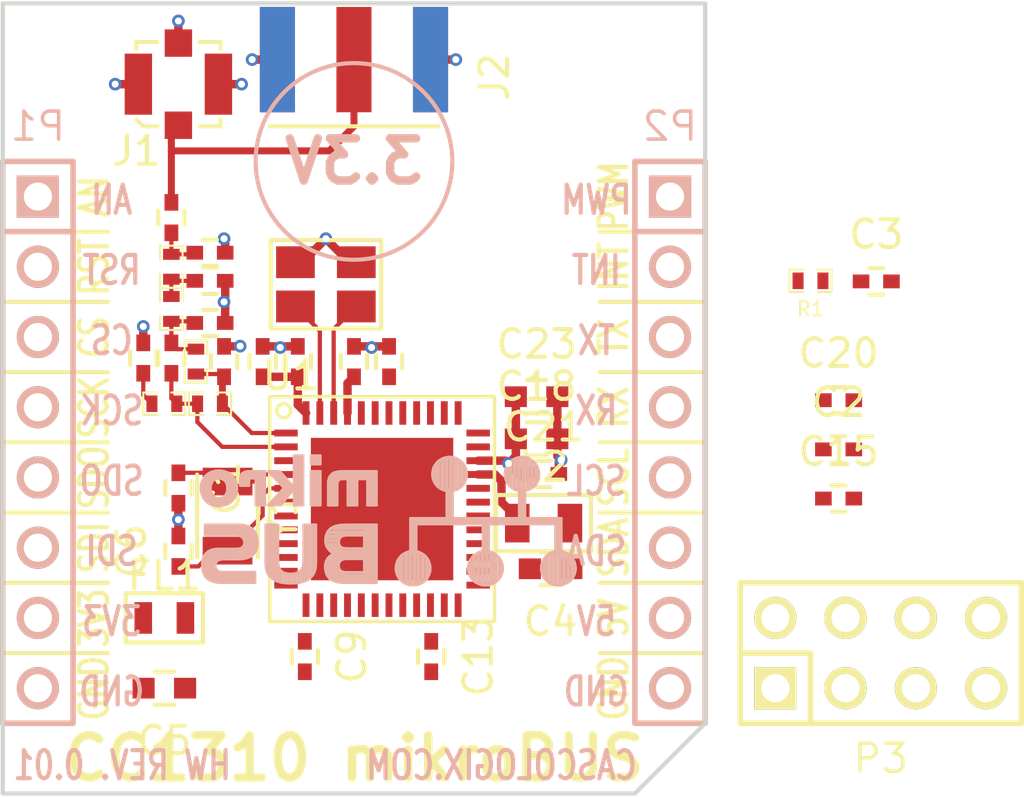
<source format=kicad_pcb>
(kicad_pcb (version 4) (host pcbnew 4.0.0-rc2-stable)

  (general
    (links 98)
    (no_connects 47)
    (area 110.200924 97.5146 148.082001 127.790423)
    (thickness 1.6)
    (drawings 56)
    (tracks 114)
    (zones 0)
    (modules 41)
    (nets 53)
  )

  (page A4)
  (title_block
    (date "lun. 30 mars 2015")
  )

  (layers
    (0 F.Cu signal)
    (1 Pwr.Cu signal hide)
    (2 Gnd.Cu signal hide)
    (31 B.Cu signal)
    (32 B.Adhes user)
    (33 F.Adhes user)
    (34 B.Paste user)
    (35 F.Paste user)
    (36 B.SilkS user)
    (37 F.SilkS user)
    (38 B.Mask user)
    (39 F.Mask user)
    (40 Dwgs.User user)
    (41 Cmts.User user)
    (42 Eco1.User user)
    (43 Eco2.User user)
    (44 Edge.Cuts user)
    (45 Margin user)
    (46 B.CrtYd user)
    (47 F.CrtYd user)
    (48 B.Fab user)
    (49 F.Fab user)
  )

  (setup
    (last_trace_width 0.1524)
    (trace_clearance 0.1524)
    (zone_clearance 0.1524)
    (zone_45_only no)
    (trace_min 0.127)
    (segment_width 0.15)
    (edge_width 0.15)
    (via_size 0.4572)
    (via_drill 0.254)
    (via_min_size 0.4572)
    (via_min_drill 0.254)
    (uvia_size 0.3)
    (uvia_drill 0.1)
    (uvias_allowed no)
    (uvia_min_size 0.2)
    (uvia_min_drill 0.1)
    (pcb_text_width 0.3)
    (pcb_text_size 1.5 1.5)
    (mod_edge_width 0.15)
    (mod_text_size 1 1)
    (mod_text_width 0.15)
    (pad_size 4.064 4.064)
    (pad_drill 3.048)
    (pad_to_mask_clearance 0)
    (aux_axis_origin 110.998 126.365)
    (grid_origin 110.998 126.365)
    (visible_elements 7FFCFFFF)
    (pcbplotparams
      (layerselection 0x00030_80000001)
      (usegerberextensions false)
      (excludeedgelayer true)
      (linewidth 0.100000)
      (plotframeref false)
      (viasonmask false)
      (mode 1)
      (useauxorigin false)
      (hpglpennumber 1)
      (hpglpenspeed 20)
      (hpglpendiameter 15)
      (hpglpenoverlay 2)
      (psnegative false)
      (psa4output false)
      (plotreference true)
      (plotvalue true)
      (plotinvisibletext false)
      (padsonsilk false)
      (subtractmaskfromsilk false)
      (outputformat 1)
      (mirror false)
      (drillshape 0)
      (scaleselection 1)
      (outputdirectory ""))
  )

  (net 0 "")
  (net 1 X32K_Q1)
  (net 2 GND)
  (net 3 "Net-(C2-Pad1)")
  (net 4 nRESET)
  (net 5 VDD)
  (net 6 VEE)
  (net 7 X32K_Q2)
  (net 8 RF_P)
  (net 9 RF_RXTX)
  (net 10 "Net-(C11-Pad1)")
  (net 11 RF_N)
  (net 12 X24M_P)
  (net 13 "Net-(C19-Pad1)")
  (net 14 X24M_N)
  (net 15 "Net-(C22-Pad1)")
  (net 16 ANT)
  (net 17 DCDC_SW)
  (net 18 MOSI)
  (net 19 SCK)
  (net 20 CS)
  (net 21 AN)
  (net 22 +3.3V)
  (net 23 MISO)
  (net 24 SDA)
  (net 25 TX)
  (net 26 RX)
  (net 27 INT)
  (net 28 PWM)
  (net 29 +5V)
  (net 30 SCL)
  (net 31 JTAG_TMS)
  (net 32 JTAG_TCK)
  (net 33 JTAG_TDO)
  (net 34 "Net-(P3-Pad6)")
  (net 35 JTAG_TDI)
  (net 36 "Net-(U1-Pad18)")
  (net 37 "Net-(U1-Pad19)")
  (net 38 "Net-(U1-Pad20)")
  (net 39 "Net-(U1-Pad21)")
  (net 40 "Net-(U1-Pad28)")
  (net 41 "Net-(U1-Pad29)")
  (net 42 "Net-(U1-Pad30)")
  (net 43 "Net-(U1-Pad31)")
  (net 44 "Net-(U1-Pad32)")
  (net 45 "Net-(U1-Pad36)")
  (net 46 "Net-(U1-Pad37)")
  (net 47 "Net-(U1-Pad38)")
  (net 48 "Net-(U1-Pad39)")
  (net 49 "Net-(U1-Pad40)")
  (net 50 "Net-(U1-Pad41)")
  (net 51 "Net-(U1-Pad42)")
  (net 52 "Net-(U1-Pad43)")

  (net_class Default "This is the default net class."
    (clearance 0.1524)
    (trace_width 0.1524)
    (via_dia 0.4572)
    (via_drill 0.254)
    (uvia_dia 0.3)
    (uvia_drill 0.1)
    (add_net AN)
    (add_net INT)
    (add_net "Net-(C11-Pad1)")
    (add_net "Net-(C19-Pad1)")
    (add_net "Net-(C2-Pad1)")
    (add_net "Net-(C22-Pad1)")
    (add_net "Net-(P3-Pad6)")
    (add_net "Net-(U1-Pad18)")
    (add_net "Net-(U1-Pad19)")
    (add_net "Net-(U1-Pad20)")
    (add_net "Net-(U1-Pad21)")
    (add_net "Net-(U1-Pad28)")
    (add_net "Net-(U1-Pad29)")
    (add_net "Net-(U1-Pad30)")
    (add_net "Net-(U1-Pad31)")
    (add_net "Net-(U1-Pad32)")
    (add_net "Net-(U1-Pad36)")
    (add_net "Net-(U1-Pad37)")
    (add_net "Net-(U1-Pad38)")
    (add_net "Net-(U1-Pad39)")
    (add_net "Net-(U1-Pad40)")
    (add_net "Net-(U1-Pad41)")
    (add_net "Net-(U1-Pad42)")
    (add_net "Net-(U1-Pad43)")
  )

  (net_class GPIO ""
    (clearance 0.1524)
    (trace_width 0.1524)
    (via_dia 0.4572)
    (via_drill 0.254)
    (uvia_dia 0.3)
    (uvia_drill 0.1)
    (add_net CS)
    (add_net JTAG_TCK)
    (add_net JTAG_TDI)
    (add_net JTAG_TDO)
    (add_net JTAG_TMS)
    (add_net MISO)
    (add_net MOSI)
    (add_net PWM)
    (add_net RX)
    (add_net SCK)
    (add_net SCL)
    (add_net SDA)
    (add_net TX)
    (add_net X24M_N)
    (add_net X24M_P)
    (add_net X32K_Q1)
    (add_net X32K_Q2)
    (add_net nRESET)
  )

  (net_class Ground ""
    (clearance 0.1524)
    (trace_width 0.3048)
    (via_dia 0.4572)
    (via_drill 0.254)
    (uvia_dia 0.3)
    (uvia_drill 0.1)
    (add_net GND)
  )

  (net_class Power ""
    (clearance 0.1524)
    (trace_width 0.3048)
    (via_dia 0.4572)
    (via_drill 0.254)
    (uvia_dia 0.3)
    (uvia_drill 0.1)
    (add_net +3.3V)
    (add_net +5V)
    (add_net DCDC_SW)
    (add_net VDD)
    (add_net VEE)
  )

  (net_class RF_Feed ""
    (clearance 0.1524)
    (trace_width 0.254)
    (via_dia 0.4572)
    (via_drill 0.254)
    (uvia_dia 0.3)
    (uvia_drill 0.1)
    (add_net ANT)
  )

  (net_class RF_Pi ""
    (clearance 0.1524)
    (trace_width 0.1524)
    (via_dia 0.4572)
    (via_drill 0.254)
    (uvia_dia 0.3)
    (uvia_drill 0.1)
    (add_net RF_N)
    (add_net RF_P)
    (add_net RF_RXTX)
  )

  (module Header:HEADER_M_2.54MM_1R8P_ST_AU_PTH locked (layer B.Cu) (tedit 561334A7) (tstamp 561150BC)
    (at 135.128 113.665 270)
    (tags Header)
    (path /560DC5B3)
    (fp_text reference P2 (at -11.43 0 360) (layer B.SilkS)
      (effects (font (size 1.016 1.016) (thickness 0.127)) (justify mirror))
    )
    (fp_text value HEADER_M_2.54MM_1R8P_ST_AU_PTH (at 0 2.159 270) (layer B.SilkS) hide
      (effects (font (size 1.016 1.016) (thickness 0.127)) (justify mirror))
    )
    (fp_line (start 5.08 -1.27) (end 10.16 -1.27) (layer B.SilkS) (width 0.2032))
    (fp_line (start 5.08 1.27) (end 10.16 1.27) (layer B.SilkS) (width 0.2032))
    (fp_line (start 0 -1.27) (end 5.08 -1.27) (layer B.SilkS) (width 0.2032))
    (fp_line (start 0 1.27) (end 5.08 1.27) (layer B.SilkS) (width 0.2032))
    (fp_line (start -2.54 1.27) (end 0 1.27) (layer B.SilkS) (width 0.2032))
    (fp_line (start -2.54 -1.27) (end 0 -1.27) (layer B.SilkS) (width 0.2032))
    (fp_line (start -5.08 -1.27) (end -2.54 -1.27) (layer B.SilkS) (width 0.2032))
    (fp_line (start -5.08 1.27) (end -2.54 1.27) (layer B.SilkS) (width 0.2032))
    (fp_line (start 10.16 1.27) (end 10.16 -1.27) (layer B.SilkS) (width 0.2032))
    (fp_line (start -7.62 1.27) (end -5.08 1.27) (layer B.SilkS) (width 0.2032))
    (fp_line (start -7.62 -1.27) (end -5.08 -1.27) (layer B.SilkS) (width 0.2032))
    (fp_line (start -10.16 -1.27) (end -7.62 -1.27) (layer B.SilkS) (width 0.2032))
    (fp_line (start -10.16 1.27) (end -7.62 1.27) (layer B.SilkS) (width 0.2032))
    (fp_line (start -10.16 -1.27) (end -10.16 1.27) (layer B.SilkS) (width 0.2032))
    (fp_line (start -7.62 1.27) (end -7.62 -1.27) (layer B.SilkS) (width 0.2032))
    (pad 6 thru_hole circle (at 3.81 0 270) (size 1.524 1.524) (drill 1.016) (layers *.Cu *.Mask B.SilkS)
      (net 24 SDA))
    (pad 4 thru_hole circle (at -1.27 0 270) (size 1.524 1.524) (drill 1.016) (layers *.Cu *.Mask B.SilkS)
      (net 25 TX))
    (pad 3 thru_hole circle (at -3.81 0 270) (size 1.524 1.524) (drill 1.016) (layers *.Cu *.Mask B.SilkS)
      (net 26 RX))
    (pad 2 thru_hole circle (at -6.35 0 270) (size 1.524 1.524) (drill 1.016) (layers *.Cu *.Mask B.SilkS)
      (net 27 INT))
    (pad 1 thru_hole rect (at -8.89 0 270) (size 1.524 1.524) (drill 1.016) (layers *.Cu *.Mask B.SilkS)
      (net 28 PWM))
    (pad 7 thru_hole circle (at 6.35 0 270) (size 1.524 1.524) (drill 1.016) (layers *.Cu *.Mask B.SilkS)
      (net 29 +5V))
    (pad 8 thru_hole circle (at 8.89 0 270) (size 1.524 1.524) (drill 1.016) (layers *.Cu *.Mask B.SilkS)
      (net 2 GND))
    (pad 5 thru_hole circle (at 1.27 0 270) (size 1.524 1.524) (drill 1.016) (layers *.Cu *.Mask B.SilkS)
      (net 30 SCL))
    (model C:/Engineering/KiCAD_Libraries/3D/Headers/VRML/HEADER_M_2.54MM_1R8P_ST_AU_PTH.wrl
      (at (xyz 0 0 0))
      (scale (xyz 1 1 1))
      (rotate (xyz 0 0 0))
    )
  )

  (module Header:HEADER_M_2.54MM_1R8P_ST_AU_PTH locked (layer B.Cu) (tedit 561334AA) (tstamp 561150A0)
    (at 112.268 113.665 270)
    (tags Header)
    (path /560DC55D)
    (fp_text reference P1 (at -11.43 0 360) (layer B.SilkS)
      (effects (font (size 1.016 1.016) (thickness 0.127)) (justify mirror))
    )
    (fp_text value HEADER_M_2.54MM_1R8P_ST_AU_PTH (at 0 -2.54 270) (layer B.SilkS) hide
      (effects (font (size 1.016 1.016) (thickness 0.127)) (justify mirror))
    )
    (fp_line (start 5.08 -1.27) (end 10.16 -1.27) (layer B.SilkS) (width 0.2032))
    (fp_line (start 5.08 1.27) (end 10.16 1.27) (layer B.SilkS) (width 0.2032))
    (fp_line (start 0 -1.27) (end 5.08 -1.27) (layer B.SilkS) (width 0.2032))
    (fp_line (start 0 1.27) (end 5.08 1.27) (layer B.SilkS) (width 0.2032))
    (fp_line (start -2.54 1.27) (end 0 1.27) (layer B.SilkS) (width 0.2032))
    (fp_line (start -2.54 -1.27) (end 0 -1.27) (layer B.SilkS) (width 0.2032))
    (fp_line (start -5.08 -1.27) (end -2.54 -1.27) (layer B.SilkS) (width 0.2032))
    (fp_line (start -5.08 1.27) (end -2.54 1.27) (layer B.SilkS) (width 0.2032))
    (fp_line (start 10.16 1.27) (end 10.16 -1.27) (layer B.SilkS) (width 0.2032))
    (fp_line (start -7.62 1.27) (end -5.08 1.27) (layer B.SilkS) (width 0.2032))
    (fp_line (start -7.62 -1.27) (end -5.08 -1.27) (layer B.SilkS) (width 0.2032))
    (fp_line (start -10.16 -1.27) (end -7.62 -1.27) (layer B.SilkS) (width 0.2032))
    (fp_line (start -10.16 1.27) (end -7.62 1.27) (layer B.SilkS) (width 0.2032))
    (fp_line (start -10.16 -1.27) (end -10.16 1.27) (layer B.SilkS) (width 0.2032))
    (fp_line (start -7.62 1.27) (end -7.62 -1.27) (layer B.SilkS) (width 0.2032))
    (pad 6 thru_hole circle (at 3.81 0 270) (size 1.524 1.524) (drill 1.016) (layers *.Cu *.Mask B.SilkS)
      (net 18 MOSI))
    (pad 4 thru_hole circle (at -1.27 0 270) (size 1.524 1.524) (drill 1.016) (layers *.Cu *.Mask B.SilkS)
      (net 19 SCK))
    (pad 3 thru_hole circle (at -3.81 0 270) (size 1.524 1.524) (drill 1.016) (layers *.Cu *.Mask B.SilkS)
      (net 20 CS))
    (pad 2 thru_hole circle (at -6.35 0 270) (size 1.524 1.524) (drill 1.016) (layers *.Cu *.Mask B.SilkS)
      (net 4 nRESET))
    (pad 1 thru_hole rect (at -8.89 0 270) (size 1.524 1.524) (drill 1.016) (layers *.Cu *.Mask B.SilkS)
      (net 21 AN))
    (pad 7 thru_hole circle (at 6.35 0 270) (size 1.524 1.524) (drill 1.016) (layers *.Cu *.Mask B.SilkS)
      (net 22 +3.3V))
    (pad 8 thru_hole circle (at 8.89 0 270) (size 1.524 1.524) (drill 1.016) (layers *.Cu *.Mask B.SilkS)
      (net 2 GND))
    (pad 5 thru_hole circle (at 1.27 0 270) (size 1.524 1.524) (drill 1.016) (layers *.Cu *.Mask B.SilkS)
      (net 23 MISO))
    (model C:/Engineering/KiCAD_Libraries/3D/Headers/VRML/HEADER_M_2.54MM_1R8P_ST_AU_PTH.wrl
      (at (xyz 0 0 0))
      (scale (xyz 1 1 1))
      (rotate (xyz 0 0 0))
    )
  )

  (module Logo:mikroBUS_Small locked (layer B.Cu) (tedit 562D7599) (tstamp 562DB7DC)
    (at 124.714 116.586 180)
    (fp_text reference "" (at 0 -3.81 180) (layer B.SilkS) hide
      (effects (font (size 1 1) (thickness 0.15)) (justify mirror))
    )
    (fp_text value "" (at 0 3.81 180) (layer B.Fab) hide
      (effects (font (size 1 1) (thickness 0.15)) (justify mirror))
    )
    (fp_line (start 4.6228 -2.0828) (end 6.0198 -2.0828) (layer B.SilkS) (width 0.15))
    (fp_line (start 4.6482 -2.0066) (end 6.2484 -2.0066) (layer B.SilkS) (width 0.15))
    (fp_line (start 4.6482 -1.8796) (end 6.3754 -1.8796) (layer B.SilkS) (width 0.15))
    (fp_line (start 5.9436 -1.7526) (end 6.4262 -1.7526) (layer B.SilkS) (width 0.15))
    (fp_line (start 6.0706 -1.6256) (end 6.4516 -1.6256) (layer B.SilkS) (width 0.15))
    (fp_line (start 6.0706 -1.4986) (end 6.4516 -1.4986) (layer B.SilkS) (width 0.15))
    (fp_line (start 6.0452 -1.3716) (end 6.4516 -1.3716) (layer B.SilkS) (width 0.15))
    (fp_line (start 5.0546 -1.2446) (end 6.4008 -1.2446) (layer B.SilkS) (width 0.15))
    (fp_line (start 6.35 -1.1684) (end 4.7752 -1.1684) (layer B.SilkS) (width 0.15))
    (fp_line (start 6.223 -1.0414) (end 4.6482 -1.0414) (layer B.SilkS) (width 0.15))
    (fp_line (start 4.5974 -0.9906) (end 5.1054 -0.9906) (layer B.SilkS) (width 0.15))
    (fp_line (start 5.0038 -0.8636) (end 4.572 -0.8636) (layer B.SilkS) (width 0.15))
    (fp_line (start 4.9276 -0.7366) (end 4.5466 -0.7366) (layer B.SilkS) (width 0.15))
    (fp_line (start 4.9276 -0.6096) (end 4.5466 -0.6096) (layer B.SilkS) (width 0.15))
    (fp_line (start 5.0292 -0.4826) (end 4.572 -0.4826) (layer B.SilkS) (width 0.15))
    (fp_line (start 6.35 -0.3556) (end 4.6228 -0.3556) (layer B.SilkS) (width 0.15))
    (fp_line (start 6.35 -0.3048) (end 4.6482 -0.3048) (layer B.SilkS) (width 0.15))
    (fp_line (start 6.35 -0.1778) (end 4.8006 -0.1778) (layer B.SilkS) (width 0.15))
    (fp_line (start 5.4356 1.6764) (end 5.4356 0.8636) (layer B.SilkS) (width 0.15))
    (fp_line (start 6.5024 1.4478) (end 6.5024 1.143) (layer B.SilkS) (width 0.15))
    (fp_line (start 6.4262 1.6002) (end 6.4262 0.9398) (layer B.SilkS) (width 0.15))
    (fp_line (start 5.6642 0.9398) (end 5.6642 0.7112) (layer B.SilkS) (width 0.15))
    (fp_line (start 5.7404 0.889) (end 5.7404 0.6858) (layer B.SilkS) (width 0.15))
    (fp_line (start 5.842 0.8636) (end 5.842 0.6604) (layer B.SilkS) (width 0.15))
    (fp_line (start 5.969 0.8636) (end 5.969 0.6604) (layer B.SilkS) (width 0.15))
    (fp_line (start 6.096 0.9144) (end 6.096 0.6858) (layer B.SilkS) (width 0.15))
    (fp_line (start 6.1976 1.0668) (end 6.1976 0.7366) (layer B.SilkS) (width 0.15))
    (fp_line (start 6.2992 1.7272) (end 6.2992 0.7874) (layer B.SilkS) (width 0.15))
    (fp_line (start 6.1976 1.8034) (end 6.1976 1.4986) (layer B.SilkS) (width 0.15))
    (fp_line (start 6.0706 1.8288) (end 6.0706 1.6256) (layer B.SilkS) (width 0.15))
    (fp_line (start 5.9436 1.8542) (end 5.9436 1.6764) (layer B.SilkS) (width 0.15))
    (fp_line (start 5.8166 1.8542) (end 5.8166 1.6764) (layer B.SilkS) (width 0.15))
    (fp_line (start 5.6896 1.8288) (end 5.6896 1.5748) (layer B.SilkS) (width 0.15))
    (fp_line (start 5.5626 1.778) (end 5.5626 0.7366) (layer B.SilkS) (width 0.15))
    (fp_line (start 5.334 1.524) (end 5.334 1.016) (layer B.SilkS) (width 0.15))
    (fp_line (start 4.1402 -0.0762) (end 4.1402 -1.7272) (layer B.SilkS) (width 0.15))
    (fp_line (start 4.0132 -0.1016) (end 4.0132 -1.905) (layer B.SilkS) (width 0.15))
    (fp_line (start 3.81 -1.4732) (end 3.81 -1.651) (layer B.SilkS) (width 0.15))
    (fp_line (start 3.8862 -0.1016) (end 3.8862 -2.032) (layer B.SilkS) (width 0.15))
    (fp_line (start 3.7592 -1.6764) (end 3.7592 -2.0828) (layer B.SilkS) (width 0.15))
    (fp_line (start 3.6322 -1.8034) (end 3.6322 -2.1082) (layer B.SilkS) (width 0.15))
    (fp_line (start 3.4798 -1.8542) (end 3.4798 -2.1336) (layer B.SilkS) (width 0.15))
    (fp_line (start 3.3274 -1.8796) (end 3.3274 -2.1336) (layer B.SilkS) (width 0.15))
    (fp_line (start 3.175 -1.8542) (end 3.175 -2.1336) (layer B.SilkS) (width 0.15))
    (fp_line (start 3.0226 -1.8034) (end 3.0226 -2.1336) (layer B.SilkS) (width 0.15))
    (fp_line (start 2.8702 -1.651) (end 2.8702 -2.0828) (layer B.SilkS) (width 0.15))
    (fp_line (start 2.7686 -0.1016) (end 2.7432 -2.032) (layer B.SilkS) (width 0.15))
    (fp_line (start 2.667 -0.1016) (end 2.667 -1.9812) (layer B.SilkS) (width 0.15))
    (fp_line (start 2.5146 -0.1016) (end 2.5146 -1.8288) (layer B.SilkS) (width 0.15))
    (fp_line (start 0.635 -2.032) (end 1.778 -2.032) (layer B.SilkS) (width 0.15))
    (fp_line (start 0.635 -1.905) (end 1.9304 -1.905) (layer B.SilkS) (width 0.15))
    (fp_line (start 1.4224 -1.8034) (end 1.9812 -1.8034) (layer B.SilkS) (width 0.15))
    (fp_line (start 1.5748 -1.6764) (end 2.0066 -1.6764) (layer B.SilkS) (width 0.15))
    (fp_line (start 1.6256 -1.5494) (end 2.0066 -1.5494) (layer B.SilkS) (width 0.15))
    (fp_line (start 1.6002 -1.4224) (end 2.0066 -1.4224) (layer B.SilkS) (width 0.15))
    (fp_line (start 1.4478 -1.2954) (end 1.9304 -1.2954) (layer B.SilkS) (width 0.15))
    (fp_line (start 0.6096 -1.1684) (end 1.778 -1.1684) (layer B.SilkS) (width 0.15))
    (fp_line (start 0.635 -1.0414) (end 1.778 -1.0414) (layer B.SilkS) (width 0.15))
    (fp_line (start 1.4732 -0.9144) (end 1.905 -0.9144) (layer B.SilkS) (width 0.15))
    (fp_line (start 1.6002 -0.7874) (end 1.9812 -0.7874) (layer B.SilkS) (width 0.15))
    (fp_line (start 1.6256 -0.635) (end 2.0066 -0.635) (layer B.SilkS) (width 0.15))
    (fp_line (start 1.4478 -0.4064) (end 1.5494 -0.4064) (layer B.SilkS) (width 0.15))
    (fp_line (start 1.5494 -0.4826) (end 2.0066 -0.4826) (layer B.SilkS) (width 0.15))
    (fp_line (start 0.635 -0.3302) (end 1.9304 -0.3302) (layer B.SilkS) (width 0.15))
    (fp_line (start 0.635 -0.1778) (end 1.778 -0.1778) (layer B.SilkS) (width 0.15))
    (fp_line (start 1.651 1.6256) (end 1.651 1.524) (layer B.SilkS) (width 0.15))
    (fp_line (start 1.8542 1.6256) (end 1.8542 0.6858) (layer B.SilkS) (width 0.15))
    (fp_line (start 1.7272 1.6256) (end 1.7272 0.6858) (layer B.SilkS) (width 0.15))
    (fp_line (start 0.381 1.6764) (end 1.8542 1.6764) (layer B.SilkS) (width 0.15))
    (fp_line (start 0.4826 1.778) (end 1.7526 1.778) (layer B.SilkS) (width 0.15))
    (fp_line (start 3.429 1.2954) (end 3.9624 0.7112) (layer B.SilkS) (width 0.15))
    (fp_line (start 3.3528 1.2192) (end 3.81 0.6858) (layer B.SilkS) (width 0.15))
    (fp_line (start 3.937 1.8288) (end 3.3274 1.1938) (layer B.SilkS) (width 0.15))
    (fp_line (start 3.2766 1.2446) (end 3.81 1.8288) (layer B.SilkS) (width 0.15))
    (fp_line (start 2.2606 2.2352) (end 2.5146 2.2352) (layer B.SilkS) (width 0.15))
    (fp_line (start 2.2606 2.3368) (end 2.5146 2.3368) (layer B.SilkS) (width 0.15))
    (fp_line (start 3.0734 0.7112) (end 3.0734 2.3622) (layer B.SilkS) (width 0.15))
    (fp_line (start 2.9464 2.3876) (end 2.9464 0.7112) (layer B.SilkS) (width 0.15))
    (fp_line (start 4.8514 1.4732) (end 5.08 1.4732) (layer B.SilkS) (width 0.15))
    (fp_line (start 4.8514 1.6002) (end 5.0546 1.6002) (layer B.SilkS) (width 0.15))
    (fp_line (start 4.445 1.7018) (end 5.0546 1.7018) (layer B.SilkS) (width 0.15))
    (fp_line (start 4.4958 1.8034) (end 4.9784 1.8034) (layer B.SilkS) (width 0.15))
    (fp_line (start 4.445 0.6858) (end 4.445 1.8288) (layer B.SilkS) (width 0.15))
    (fp_line (start 4.318 0.6858) (end 4.318 1.8288) (layer B.SilkS) (width 0.15))
    (fp_line (start 2.4638 0.6858) (end 2.4638 1.8288) (layer B.SilkS) (width 0.15))
    (fp_line (start 2.3368 0.6858) (end 2.3368 1.8288) (layer B.SilkS) (width 0.15))
    (fp_line (start 1.1176 0.6858) (end 1.1176 1.8288) (layer B.SilkS) (width 0.15))
    (fp_line (start 0.9906 0.6858) (end 0.9906 1.8288) (layer B.SilkS) (width 0.15))
    (fp_line (start 0.3048 1.8288) (end 0.3048 0.6858) (layer B.SilkS) (width 0.15))
    (fp_line (start 0.4318 0.6858) (end 0.4318 1.8288) (layer B.SilkS) (width 0.15))
    (fp_line (start -6.577609 -2.206834) (end -6.483358 -2.238309) (layer B.SilkS) (width 0.1))
    (fp_line (start -6.668273 -2.169409) (end -6.577609 -2.206834) (layer B.SilkS) (width 0.1))
    (fp_line (start -6.751765 -2.120088) (end -6.668273 -2.169409) (layer B.SilkS) (width 0.1))
    (fp_line (start -6.825003 -2.055138) (end -6.751765 -2.120088) (layer B.SilkS) (width 0.1))
    (fp_line (start -6.886374 -1.977238) (end -6.825003 -2.055138) (layer B.SilkS) (width 0.1))
    (fp_line (start -6.93453 -1.89022) (end -6.886374 -1.977238) (layer B.SilkS) (width 0.1))
    (fp_line (start -6.968334 -1.797322) (end -6.93453 -1.89022) (layer B.SilkS) (width 0.1))
    (fp_line (start -6.98705 -1.700666) (end -6.968334 -1.797322) (layer B.SilkS) (width 0.1))
    (fp_line (start -6.989992 -1.602253) (end -6.98705 -1.700666) (layer B.SilkS) (width 0.1))
    (fp_line (start -6.976966 -1.504318) (end -6.989992 -1.602253) (layer B.SilkS) (width 0.1))
    (fp_line (start -6.948567 -1.409484) (end -6.976966 -1.504318) (layer B.SilkS) (width 0.1))
    (fp_line (start -6.905466 -1.320404) (end -6.948567 -1.409484) (layer B.SilkS) (width 0.1))
    (fp_line (start -6.84854 -1.239578) (end -6.905466 -1.320404) (layer B.SilkS) (width 0.1))
    (fp_line (start -6.779429 -1.168923) (end -6.84854 -1.239578) (layer B.SilkS) (width 0.1))
    (fp_line (start -6.699951 -1.110225) (end -6.779429 -1.168923) (layer B.SilkS) (width 0.1))
    (fp_line (start -6.611991 -1.065162) (end -6.699951 -1.110225) (layer B.SilkS) (width 0.1))
    (fp_line (start -6.517879 -1.034713) (end -6.611991 -1.065162) (layer B.SilkS) (width 0.1))
    (fp_line (start -6.420131 -1.01958) (end -6.517879 -1.034713) (layer B.SilkS) (width 0.1))
    (fp_line (start -6.321257 -1.02042) (end -6.420131 -1.01958) (layer B.SilkS) (width 0.1))
    (fp_line (start -6.22377 -1.037179) (end -6.321257 -1.02042) (layer B.SilkS) (width 0.1))
    (fp_line (start -6.130178 -1.069173) (end -6.22377 -1.037179) (layer B.SilkS) (width 0.1))
    (fp_line (start -6.042989 -1.115699) (end -6.130178 -1.069173) (layer B.SilkS) (width 0.1))
    (fp_line (start -5.964485 -1.175699) (end -6.042989 -1.115699) (layer B.SilkS) (width 0.1))
    (fp_line (start -5.896529 -1.247466) (end -5.964485 -1.175699) (layer B.SilkS) (width 0.1))
    (fp_line (start -5.840938 -1.329221) (end -5.896529 -1.247466) (layer B.SilkS) (width 0.1))
    (fp_line (start -5.799294 -1.419004) (end -5.840938 -1.329221) (layer B.SilkS) (width 0.1))
    (fp_line (start -5.772428 -1.514276) (end -5.799294 -1.419004) (layer B.SilkS) (width 0.1))
    (fp_line (start -5.761021 -1.612382) (end -5.772428 -1.514276) (layer B.SilkS) (width 0.1))
    (fp_line (start -5.765643 -1.71072) (end -5.761021 -1.612382) (layer B.SilkS) (width 0.1))
    (fp_line (start -5.786001 -1.807089) (end -5.765643 -1.71072) (layer B.SilkS) (width 0.1))
    (fp_line (start -5.821399 -1.89947) (end -5.786001 -1.807089) (layer B.SilkS) (width 0.1))
    (fp_line (start -5.871079 -1.985691) (end -5.821399 -1.89947) (layer B.SilkS) (width 0.1))
    (fp_line (start -5.933823 -2.062462) (end -5.871079 -1.985691) (layer B.SilkS) (width 0.1))
    (fp_line (start -6.008216 -2.126001) (end -5.933823 -2.062462) (layer B.SilkS) (width 0.1))
    (fp_line (start -6.092571 -2.173815) (end -6.008216 -2.126001) (layer B.SilkS) (width 0.1))
    (fp_line (start -6.183846 -2.209816) (end -6.092571 -2.173815) (layer B.SilkS) (width 0.1))
    (fp_line (start -6.278581 -2.239913) (end -6.183846 -2.209816) (layer B.SilkS) (width 0.1))
    (fp_line (start -5.842 -1.3716) (end -5.842 -1.8542) (layer B.SilkS) (width 0.15))
    (fp_line (start -5.969 -1.1938) (end -5.969 -2.0574) (layer B.SilkS) (width 0.15))
    (fp_line (start -6.1214 -1.1176) (end -6.1214 -2.159) (layer B.SilkS) (width 0.15))
    (fp_line (start -6.2738 -1.0668) (end -6.2738 -2.2098) (layer B.SilkS) (width 0.15))
    (fp_line (start -6.5786 -1.0668) (end -6.5786 -2.1844) (layer B.SilkS) (width 0.15))
    (fp_line (start -6.731 -1.1684) (end -6.731 -2.1082) (layer B.SilkS) (width 0.15))
    (fp_line (start -6.8834 -1.3208) (end -6.8834 -1.9558) (layer B.SilkS) (width 0.15))
    (fp_line (start -6.282611 -2.239913) (end -6.187872 -2.209839) (layer B.SilkS) (width 0.1))
    (fp_line (start -6.187872 -2.209839) (end -6.096601 -2.173849) (layer B.SilkS) (width 0.1))
    (fp_line (start -6.096601 -2.173849) (end -6.012269 -2.12603) (layer B.SilkS) (width 0.1))
    (fp_line (start -6.012269 -2.12603) (end -5.93792 -2.06246) (layer B.SilkS) (width 0.1))
    (fp_line (start -5.93792 -2.06246) (end -5.875241 -1.985647) (layer B.SilkS) (width 0.1))
    (fp_line (start -5.875241 -1.985647) (end -5.82564 -1.899391) (layer B.SilkS) (width 0.1))
    (fp_line (start -5.82564 -1.899391) (end -5.790325 -1.806995) (layer B.SilkS) (width 0.1))
    (fp_line (start -5.790325 -1.806995) (end -5.770038 -1.710626) (layer B.SilkS) (width 0.1))
    (fp_line (start -5.770038 -1.710626) (end -5.765457 -1.612295) (layer B.SilkS) (width 0.1))
    (fp_line (start -5.765457 -1.612295) (end -5.776866 -1.514199) (layer B.SilkS) (width 0.1))
    (fp_line (start -5.776866 -1.514199) (end -5.803709 -1.418936) (layer B.SilkS) (width 0.1))
    (fp_line (start -5.803709 -1.418936) (end -5.84532 -1.329156) (layer B.SilkS) (width 0.1))
    (fp_line (start -5.84532 -1.329156) (end -5.900882 -1.247395) (layer B.SilkS) (width 0.1))
    (fp_line (start -5.900882 -1.247395) (end -5.968816 -1.17562) (layer B.SilkS) (width 0.1))
    (fp_line (start -5.968816 -1.17562) (end -6.047305 -1.115617) (layer B.SilkS) (width 0.1))
    (fp_line (start -6.047305 -1.115617) (end -6.134487 -1.069104) (layer B.SilkS) (width 0.1))
    (fp_line (start -6.134487 -1.069104) (end -6.228075 -1.037132) (layer B.SilkS) (width 0.1))
    (fp_line (start -6.228075 -1.037132) (end -6.325557 -1.020403) (layer B.SilkS) (width 0.1))
    (fp_line (start -6.325557 -1.020403) (end -6.424421 -1.019594) (layer B.SilkS) (width 0.1))
    (fp_line (start -6.424421 -1.019594) (end -6.522154 -1.034754) (layer B.SilkS) (width 0.1))
    (fp_line (start -6.522154 -1.034754) (end -6.616247 -1.06522) (layer B.SilkS) (width 0.1))
    (fp_line (start -6.616247 -1.06522) (end -6.704192 -1.110291) (layer B.SilkS) (width 0.1))
    (fp_line (start -6.704192 -1.110291) (end -6.783659 -1.168984) (layer B.SilkS) (width 0.1))
    (fp_line (start -6.783659 -1.168984) (end -6.852766 -1.239625) (layer B.SilkS) (width 0.1))
    (fp_line (start -6.852766 -1.239625) (end -6.909697 -1.320434) (layer B.SilkS) (width 0.1))
    (fp_line (start -6.909697 -1.320434) (end -6.952812 -1.409499) (layer B.SilkS) (width 0.1))
    (fp_line (start -6.952812 -1.409499) (end -6.981224 -1.50432) (layer B.SilkS) (width 0.1))
    (fp_line (start -6.981224 -1.50432) (end -6.994254 -1.602242) (layer B.SilkS) (width 0.1))
    (fp_line (start -6.994254 -1.602242) (end -6.991295 -1.700642) (layer B.SilkS) (width 0.1))
    (fp_line (start -6.991295 -1.700642) (end -6.972549 -1.797281) (layer B.SilkS) (width 0.1))
    (fp_line (start -6.972549 -1.797281) (end -6.938714 -1.890159) (layer B.SilkS) (width 0.1))
    (fp_line (start -6.938714 -1.890159) (end -6.89054 -1.977153) (layer B.SilkS) (width 0.1))
    (fp_line (start -6.89054 -1.977153) (end -6.829165 -2.055034) (layer B.SilkS) (width 0.1))
    (fp_line (start -6.829165 -2.055034) (end -6.755938 -2.119986) (layer B.SilkS) (width 0.1))
    (fp_line (start -6.755938 -2.119986) (end -6.67247 -2.169331) (layer B.SilkS) (width 0.1))
    (fp_line (start -6.67247 -2.169331) (end -6.581836 -2.206792) (layer B.SilkS) (width 0.1))
    (fp_line (start -6.581836 -2.206792) (end -6.487617 -2.238309) (layer B.SilkS) (width 0.1))
    (fp_line (start -6.4262 -1.0414) (end -6.4262 -2.159) (layer B.SilkS) (width 0.15))
    (fp_line (start -3.7846 -1.0414) (end -3.7846 -2.159) (layer B.SilkS) (width 0.15))
    (fp_line (start -3.940236 -2.206792) (end -3.846017 -2.238309) (layer B.SilkS) (width 0.1))
    (fp_line (start -4.03087 -2.169331) (end -3.940236 -2.206792) (layer B.SilkS) (width 0.1))
    (fp_line (start -4.114338 -2.119986) (end -4.03087 -2.169331) (layer B.SilkS) (width 0.1))
    (fp_line (start -4.187565 -2.055034) (end -4.114338 -2.119986) (layer B.SilkS) (width 0.1))
    (fp_line (start -4.24894 -1.977153) (end -4.187565 -2.055034) (layer B.SilkS) (width 0.1))
    (fp_line (start -4.297114 -1.890159) (end -4.24894 -1.977153) (layer B.SilkS) (width 0.1))
    (fp_line (start -4.330949 -1.797281) (end -4.297114 -1.890159) (layer B.SilkS) (width 0.1))
    (fp_line (start -4.349695 -1.700642) (end -4.330949 -1.797281) (layer B.SilkS) (width 0.1))
    (fp_line (start -4.352654 -1.602242) (end -4.349695 -1.700642) (layer B.SilkS) (width 0.1))
    (fp_line (start -4.339624 -1.50432) (end -4.352654 -1.602242) (layer B.SilkS) (width 0.1))
    (fp_line (start -4.311212 -1.409499) (end -4.339624 -1.50432) (layer B.SilkS) (width 0.1))
    (fp_line (start -4.268097 -1.320434) (end -4.311212 -1.409499) (layer B.SilkS) (width 0.1))
    (fp_line (start -4.211166 -1.239625) (end -4.268097 -1.320434) (layer B.SilkS) (width 0.1))
    (fp_line (start -4.142059 -1.168984) (end -4.211166 -1.239625) (layer B.SilkS) (width 0.1))
    (fp_line (start -4.062592 -1.110291) (end -4.142059 -1.168984) (layer B.SilkS) (width 0.1))
    (fp_line (start -3.974647 -1.06522) (end -4.062592 -1.110291) (layer B.SilkS) (width 0.1))
    (fp_line (start -3.880554 -1.034754) (end -3.974647 -1.06522) (layer B.SilkS) (width 0.1))
    (fp_line (start -3.782821 -1.019594) (end -3.880554 -1.034754) (layer B.SilkS) (width 0.1))
    (fp_line (start -3.683957 -1.020403) (end -3.782821 -1.019594) (layer B.SilkS) (width 0.1))
    (fp_line (start -3.586475 -1.037132) (end -3.683957 -1.020403) (layer B.SilkS) (width 0.1))
    (fp_line (start -3.492887 -1.069104) (end -3.586475 -1.037132) (layer B.SilkS) (width 0.1))
    (fp_line (start -3.405705 -1.115617) (end -3.492887 -1.069104) (layer B.SilkS) (width 0.1))
    (fp_line (start -3.327216 -1.17562) (end -3.405705 -1.115617) (layer B.SilkS) (width 0.1))
    (fp_line (start -3.259282 -1.247395) (end -3.327216 -1.17562) (layer B.SilkS) (width 0.1))
    (fp_line (start -3.20372 -1.329156) (end -3.259282 -1.247395) (layer B.SilkS) (width 0.1))
    (fp_line (start -3.162109 -1.418936) (end -3.20372 -1.329156) (layer B.SilkS) (width 0.1))
    (fp_line (start -3.135266 -1.514199) (end -3.162109 -1.418936) (layer B.SilkS) (width 0.1))
    (fp_line (start -3.123857 -1.612295) (end -3.135266 -1.514199) (layer B.SilkS) (width 0.1))
    (fp_line (start -3.128438 -1.710626) (end -3.123857 -1.612295) (layer B.SilkS) (width 0.1))
    (fp_line (start -3.148725 -1.806995) (end -3.128438 -1.710626) (layer B.SilkS) (width 0.1))
    (fp_line (start -3.18404 -1.899391) (end -3.148725 -1.806995) (layer B.SilkS) (width 0.1))
    (fp_line (start -3.233641 -1.985647) (end -3.18404 -1.899391) (layer B.SilkS) (width 0.1))
    (fp_line (start -3.29632 -2.06246) (end -3.233641 -1.985647) (layer B.SilkS) (width 0.1))
    (fp_line (start -3.370669 -2.12603) (end -3.29632 -2.06246) (layer B.SilkS) (width 0.1))
    (fp_line (start -3.455001 -2.173849) (end -3.370669 -2.12603) (layer B.SilkS) (width 0.1))
    (fp_line (start -3.546272 -2.209839) (end -3.455001 -2.173849) (layer B.SilkS) (width 0.1))
    (fp_line (start -3.641011 -2.239913) (end -3.546272 -2.209839) (layer B.SilkS) (width 0.1))
    (fp_line (start -4.2418 -1.3208) (end -4.2418 -1.9558) (layer B.SilkS) (width 0.15))
    (fp_line (start -4.0894 -1.1684) (end -4.0894 -2.1082) (layer B.SilkS) (width 0.15))
    (fp_line (start -3.937 -1.0668) (end -3.937 -2.1844) (layer B.SilkS) (width 0.15))
    (fp_line (start -3.6322 -1.0668) (end -3.6322 -2.2098) (layer B.SilkS) (width 0.15))
    (fp_line (start -3.4798 -1.1176) (end -3.4798 -2.159) (layer B.SilkS) (width 0.15))
    (fp_line (start -3.3274 -1.1938) (end -3.3274 -2.0574) (layer B.SilkS) (width 0.15))
    (fp_line (start -3.2004 -1.3716) (end -3.2004 -1.8542) (layer B.SilkS) (width 0.15))
    (fp_line (start -3.636981 -2.239913) (end -3.542246 -2.209816) (layer B.SilkS) (width 0.1))
    (fp_line (start -3.542246 -2.209816) (end -3.450971 -2.173815) (layer B.SilkS) (width 0.1))
    (fp_line (start -3.450971 -2.173815) (end -3.366616 -2.126001) (layer B.SilkS) (width 0.1))
    (fp_line (start -3.366616 -2.126001) (end -3.292223 -2.062462) (layer B.SilkS) (width 0.1))
    (fp_line (start -3.292223 -2.062462) (end -3.229479 -1.985691) (layer B.SilkS) (width 0.1))
    (fp_line (start -3.229479 -1.985691) (end -3.179799 -1.89947) (layer B.SilkS) (width 0.1))
    (fp_line (start -3.179799 -1.89947) (end -3.144401 -1.807089) (layer B.SilkS) (width 0.1))
    (fp_line (start -3.144401 -1.807089) (end -3.124043 -1.71072) (layer B.SilkS) (width 0.1))
    (fp_line (start -3.124043 -1.71072) (end -3.119421 -1.612382) (layer B.SilkS) (width 0.1))
    (fp_line (start -3.119421 -1.612382) (end -3.130828 -1.514276) (layer B.SilkS) (width 0.1))
    (fp_line (start -3.130828 -1.514276) (end -3.157694 -1.419004) (layer B.SilkS) (width 0.1))
    (fp_line (start -3.157694 -1.419004) (end -3.199338 -1.329221) (layer B.SilkS) (width 0.1))
    (fp_line (start -3.199338 -1.329221) (end -3.254929 -1.247466) (layer B.SilkS) (width 0.1))
    (fp_line (start -3.254929 -1.247466) (end -3.322885 -1.175699) (layer B.SilkS) (width 0.1))
    (fp_line (start -3.322885 -1.175699) (end -3.401389 -1.115699) (layer B.SilkS) (width 0.1))
    (fp_line (start -3.401389 -1.115699) (end -3.488578 -1.069173) (layer B.SilkS) (width 0.1))
    (fp_line (start -3.488578 -1.069173) (end -3.58217 -1.037179) (layer B.SilkS) (width 0.1))
    (fp_line (start -3.58217 -1.037179) (end -3.679657 -1.02042) (layer B.SilkS) (width 0.1))
    (fp_line (start -3.679657 -1.02042) (end -3.778531 -1.01958) (layer B.SilkS) (width 0.1))
    (fp_line (start -3.778531 -1.01958) (end -3.876279 -1.034713) (layer B.SilkS) (width 0.1))
    (fp_line (start -3.876279 -1.034713) (end -3.970391 -1.065162) (layer B.SilkS) (width 0.1))
    (fp_line (start -3.970391 -1.065162) (end -4.058351 -1.110225) (layer B.SilkS) (width 0.1))
    (fp_line (start -4.058351 -1.110225) (end -4.137829 -1.168923) (layer B.SilkS) (width 0.1))
    (fp_line (start -4.137829 -1.168923) (end -4.20694 -1.239578) (layer B.SilkS) (width 0.1))
    (fp_line (start -4.20694 -1.239578) (end -4.263866 -1.320404) (layer B.SilkS) (width 0.1))
    (fp_line (start -4.263866 -1.320404) (end -4.306967 -1.409484) (layer B.SilkS) (width 0.1))
    (fp_line (start -4.306967 -1.409484) (end -4.335366 -1.504318) (layer B.SilkS) (width 0.1))
    (fp_line (start -4.335366 -1.504318) (end -4.348392 -1.602253) (layer B.SilkS) (width 0.1))
    (fp_line (start -4.348392 -1.602253) (end -4.34545 -1.700666) (layer B.SilkS) (width 0.1))
    (fp_line (start -4.34545 -1.700666) (end -4.326734 -1.797322) (layer B.SilkS) (width 0.1))
    (fp_line (start -4.326734 -1.797322) (end -4.29293 -1.89022) (layer B.SilkS) (width 0.1))
    (fp_line (start -4.29293 -1.89022) (end -4.244774 -1.977238) (layer B.SilkS) (width 0.1))
    (fp_line (start -4.244774 -1.977238) (end -4.183403 -2.055138) (layer B.SilkS) (width 0.1))
    (fp_line (start -4.183403 -2.055138) (end -4.110165 -2.120088) (layer B.SilkS) (width 0.1))
    (fp_line (start -4.110165 -2.120088) (end -4.026673 -2.169409) (layer B.SilkS) (width 0.1))
    (fp_line (start -4.026673 -2.169409) (end -3.936009 -2.206834) (layer B.SilkS) (width 0.1))
    (fp_line (start -3.936009 -2.206834) (end -3.841758 -2.238309) (layer B.SilkS) (width 0.1))
    (fp_line (start -1.319809 -2.206834) (end -1.225558 -2.238309) (layer B.SilkS) (width 0.1))
    (fp_line (start -1.410473 -2.169409) (end -1.319809 -2.206834) (layer B.SilkS) (width 0.1))
    (fp_line (start -1.493965 -2.120088) (end -1.410473 -2.169409) (layer B.SilkS) (width 0.1))
    (fp_line (start -1.567203 -2.055138) (end -1.493965 -2.120088) (layer B.SilkS) (width 0.1))
    (fp_line (start -1.628574 -1.977238) (end -1.567203 -2.055138) (layer B.SilkS) (width 0.1))
    (fp_line (start -1.67673 -1.89022) (end -1.628574 -1.977238) (layer B.SilkS) (width 0.1))
    (fp_line (start -1.710534 -1.797322) (end -1.67673 -1.89022) (layer B.SilkS) (width 0.1))
    (fp_line (start -1.72925 -1.700666) (end -1.710534 -1.797322) (layer B.SilkS) (width 0.1))
    (fp_line (start -1.732192 -1.602253) (end -1.72925 -1.700666) (layer B.SilkS) (width 0.1))
    (fp_line (start -1.719166 -1.504318) (end -1.732192 -1.602253) (layer B.SilkS) (width 0.1))
    (fp_line (start -1.690767 -1.409484) (end -1.719166 -1.504318) (layer B.SilkS) (width 0.1))
    (fp_line (start -1.647666 -1.320404) (end -1.690767 -1.409484) (layer B.SilkS) (width 0.1))
    (fp_line (start -1.59074 -1.239578) (end -1.647666 -1.320404) (layer B.SilkS) (width 0.1))
    (fp_line (start -1.521629 -1.168923) (end -1.59074 -1.239578) (layer B.SilkS) (width 0.1))
    (fp_line (start -1.442151 -1.110225) (end -1.521629 -1.168923) (layer B.SilkS) (width 0.1))
    (fp_line (start -1.354191 -1.065162) (end -1.442151 -1.110225) (layer B.SilkS) (width 0.1))
    (fp_line (start -1.260079 -1.034713) (end -1.354191 -1.065162) (layer B.SilkS) (width 0.1))
    (fp_line (start -1.162331 -1.01958) (end -1.260079 -1.034713) (layer B.SilkS) (width 0.1))
    (fp_line (start -1.063457 -1.02042) (end -1.162331 -1.01958) (layer B.SilkS) (width 0.1))
    (fp_line (start -0.96597 -1.037179) (end -1.063457 -1.02042) (layer B.SilkS) (width 0.1))
    (fp_line (start -0.872378 -1.069173) (end -0.96597 -1.037179) (layer B.SilkS) (width 0.1))
    (fp_line (start -0.785189 -1.115699) (end -0.872378 -1.069173) (layer B.SilkS) (width 0.1))
    (fp_line (start -0.706685 -1.175699) (end -0.785189 -1.115699) (layer B.SilkS) (width 0.1))
    (fp_line (start -0.638729 -1.247466) (end -0.706685 -1.175699) (layer B.SilkS) (width 0.1))
    (fp_line (start -0.583138 -1.329221) (end -0.638729 -1.247466) (layer B.SilkS) (width 0.1))
    (fp_line (start -0.541494 -1.419004) (end -0.583138 -1.329221) (layer B.SilkS) (width 0.1))
    (fp_line (start -0.514628 -1.514276) (end -0.541494 -1.419004) (layer B.SilkS) (width 0.1))
    (fp_line (start -0.503221 -1.612382) (end -0.514628 -1.514276) (layer B.SilkS) (width 0.1))
    (fp_line (start -0.507843 -1.71072) (end -0.503221 -1.612382) (layer B.SilkS) (width 0.1))
    (fp_line (start -0.528201 -1.807089) (end -0.507843 -1.71072) (layer B.SilkS) (width 0.1))
    (fp_line (start -0.563599 -1.89947) (end -0.528201 -1.807089) (layer B.SilkS) (width 0.1))
    (fp_line (start -0.613279 -1.985691) (end -0.563599 -1.89947) (layer B.SilkS) (width 0.1))
    (fp_line (start -0.676023 -2.062462) (end -0.613279 -1.985691) (layer B.SilkS) (width 0.1))
    (fp_line (start -0.750416 -2.126001) (end -0.676023 -2.062462) (layer B.SilkS) (width 0.1))
    (fp_line (start -0.834771 -2.173815) (end -0.750416 -2.126001) (layer B.SilkS) (width 0.1))
    (fp_line (start -0.926046 -2.209816) (end -0.834771 -2.173815) (layer B.SilkS) (width 0.1))
    (fp_line (start -1.020781 -2.239913) (end -0.926046 -2.209816) (layer B.SilkS) (width 0.1))
    (fp_line (start -0.5842 -1.3716) (end -0.5842 -1.8542) (layer B.SilkS) (width 0.15))
    (fp_line (start -0.7112 -1.1938) (end -0.7112 -2.0574) (layer B.SilkS) (width 0.15))
    (fp_line (start -0.8636 -1.1176) (end -0.8636 -2.159) (layer B.SilkS) (width 0.15))
    (fp_line (start -1.016 -1.0668) (end -1.016 -2.2098) (layer B.SilkS) (width 0.15))
    (fp_line (start -1.3208 -1.0668) (end -1.3208 -2.1844) (layer B.SilkS) (width 0.15))
    (fp_line (start -1.4732 -1.1684) (end -1.4732 -2.1082) (layer B.SilkS) (width 0.15))
    (fp_line (start -1.6256 -1.3208) (end -1.6256 -1.9558) (layer B.SilkS) (width 0.15))
    (fp_line (start -1.024811 -2.239913) (end -0.930072 -2.209839) (layer B.SilkS) (width 0.1))
    (fp_line (start -0.930072 -2.209839) (end -0.838801 -2.173849) (layer B.SilkS) (width 0.1))
    (fp_line (start -0.838801 -2.173849) (end -0.754469 -2.12603) (layer B.SilkS) (width 0.1))
    (fp_line (start -0.754469 -2.12603) (end -0.68012 -2.06246) (layer B.SilkS) (width 0.1))
    (fp_line (start -0.68012 -2.06246) (end -0.617441 -1.985647) (layer B.SilkS) (width 0.1))
    (fp_line (start -0.617441 -1.985647) (end -0.56784 -1.899391) (layer B.SilkS) (width 0.1))
    (fp_line (start -0.56784 -1.899391) (end -0.532525 -1.806995) (layer B.SilkS) (width 0.1))
    (fp_line (start -0.532525 -1.806995) (end -0.512238 -1.710626) (layer B.SilkS) (width 0.1))
    (fp_line (start -0.512238 -1.710626) (end -0.507657 -1.612295) (layer B.SilkS) (width 0.1))
    (fp_line (start -0.507657 -1.612295) (end -0.519066 -1.514199) (layer B.SilkS) (width 0.1))
    (fp_line (start -0.519066 -1.514199) (end -0.545909 -1.418936) (layer B.SilkS) (width 0.1))
    (fp_line (start -0.545909 -1.418936) (end -0.58752 -1.329156) (layer B.SilkS) (width 0.1))
    (fp_line (start -0.58752 -1.329156) (end -0.643082 -1.247395) (layer B.SilkS) (width 0.1))
    (fp_line (start -0.643082 -1.247395) (end -0.711016 -1.17562) (layer B.SilkS) (width 0.1))
    (fp_line (start -0.711016 -1.17562) (end -0.789505 -1.115617) (layer B.SilkS) (width 0.1))
    (fp_line (start -0.789505 -1.115617) (end -0.876687 -1.069104) (layer B.SilkS) (width 0.1))
    (fp_line (start -0.876687 -1.069104) (end -0.970275 -1.037132) (layer B.SilkS) (width 0.1))
    (fp_line (start -0.970275 -1.037132) (end -1.067757 -1.020403) (layer B.SilkS) (width 0.1))
    (fp_line (start -1.067757 -1.020403) (end -1.166621 -1.019594) (layer B.SilkS) (width 0.1))
    (fp_line (start -1.166621 -1.019594) (end -1.264354 -1.034754) (layer B.SilkS) (width 0.1))
    (fp_line (start -1.264354 -1.034754) (end -1.358447 -1.06522) (layer B.SilkS) (width 0.1))
    (fp_line (start -1.358447 -1.06522) (end -1.446392 -1.110291) (layer B.SilkS) (width 0.1))
    (fp_line (start -1.446392 -1.110291) (end -1.525859 -1.168984) (layer B.SilkS) (width 0.1))
    (fp_line (start -1.525859 -1.168984) (end -1.594966 -1.239625) (layer B.SilkS) (width 0.1))
    (fp_line (start -1.594966 -1.239625) (end -1.651897 -1.320434) (layer B.SilkS) (width 0.1))
    (fp_line (start -1.651897 -1.320434) (end -1.695012 -1.409499) (layer B.SilkS) (width 0.1))
    (fp_line (start -1.695012 -1.409499) (end -1.723424 -1.50432) (layer B.SilkS) (width 0.1))
    (fp_line (start -1.723424 -1.50432) (end -1.736454 -1.602242) (layer B.SilkS) (width 0.1))
    (fp_line (start -1.736454 -1.602242) (end -1.733495 -1.700642) (layer B.SilkS) (width 0.1))
    (fp_line (start -1.733495 -1.700642) (end -1.714749 -1.797281) (layer B.SilkS) (width 0.1))
    (fp_line (start -1.714749 -1.797281) (end -1.680914 -1.890159) (layer B.SilkS) (width 0.1))
    (fp_line (start -1.680914 -1.890159) (end -1.63274 -1.977153) (layer B.SilkS) (width 0.1))
    (fp_line (start -1.63274 -1.977153) (end -1.571365 -2.055034) (layer B.SilkS) (width 0.1))
    (fp_line (start -1.571365 -2.055034) (end -1.498138 -2.119986) (layer B.SilkS) (width 0.1))
    (fp_line (start -1.498138 -2.119986) (end -1.41467 -2.169331) (layer B.SilkS) (width 0.1))
    (fp_line (start -1.41467 -2.169331) (end -1.324036 -2.206792) (layer B.SilkS) (width 0.1))
    (fp_line (start -1.324036 -2.206792) (end -1.229817 -2.238309) (layer B.SilkS) (width 0.1))
    (fp_line (start -1.1684 -1.0414) (end -1.1684 -2.159) (layer B.SilkS) (width 0.15))
    (fp_line (start 0.5588 -0.1016) (end 0.5588 -2.1336) (layer B.SilkS) (width 0.15))
    (fp_line (start 0.4318 -0.1016) (end 0.4318 -2.1336) (layer B.SilkS) (width 0.15))
    (fp_line (start 0.3048 -0.1016) (end 0.3048 -2.1336) (layer B.SilkS) (width 0.15))
    (fp_line (start -2.4892 2.3622) (end -2.4892 1.2446) (layer B.SilkS) (width 0.15))
    (fp_line (start -2.644836 1.196808) (end -2.550617 1.165291) (layer B.SilkS) (width 0.1))
    (fp_line (start -2.73547 1.234269) (end -2.644836 1.196808) (layer B.SilkS) (width 0.1))
    (fp_line (start -2.818938 1.283614) (end -2.73547 1.234269) (layer B.SilkS) (width 0.1))
    (fp_line (start -2.892165 1.348566) (end -2.818938 1.283614) (layer B.SilkS) (width 0.1))
    (fp_line (start -2.95354 1.426447) (end -2.892165 1.348566) (layer B.SilkS) (width 0.1))
    (fp_line (start -3.001714 1.513441) (end -2.95354 1.426447) (layer B.SilkS) (width 0.1))
    (fp_line (start -3.035549 1.606319) (end -3.001714 1.513441) (layer B.SilkS) (width 0.1))
    (fp_line (start -3.054295 1.702958) (end -3.035549 1.606319) (layer B.SilkS) (width 0.1))
    (fp_line (start -3.057254 1.801358) (end -3.054295 1.702958) (layer B.SilkS) (width 0.1))
    (fp_line (start -3.044224 1.89928) (end -3.057254 1.801358) (layer B.SilkS) (width 0.1))
    (fp_line (start -3.015812 1.994101) (end -3.044224 1.89928) (layer B.SilkS) (width 0.1))
    (fp_line (start -2.972697 2.083166) (end -3.015812 1.994101) (layer B.SilkS) (width 0.1))
    (fp_line (start -2.915766 2.163975) (end -2.972697 2.083166) (layer B.SilkS) (width 0.1))
    (fp_line (start -2.846659 2.234616) (end -2.915766 2.163975) (layer B.SilkS) (width 0.1))
    (fp_line (start -2.767192 2.293309) (end -2.846659 2.234616) (layer B.SilkS) (width 0.1))
    (fp_line (start -2.679247 2.33838) (end -2.767192 2.293309) (layer B.SilkS) (width 0.1))
    (fp_line (start -2.585154 2.368846) (end -2.679247 2.33838) (layer B.SilkS) (width 0.1))
    (fp_line (start -2.487421 2.384006) (end -2.585154 2.368846) (layer B.SilkS) (width 0.1))
    (fp_line (start -2.388557 2.383197) (end -2.487421 2.384006) (layer B.SilkS) (width 0.1))
    (fp_line (start -2.291075 2.366468) (end -2.388557 2.383197) (layer B.SilkS) (width 0.1))
    (fp_line (start -2.197487 2.334496) (end -2.291075 2.366468) (layer B.SilkS) (width 0.1))
    (fp_line (start -2.110305 2.287983) (end -2.197487 2.334496) (layer B.SilkS) (width 0.1))
    (fp_line (start -2.031816 2.22798) (end -2.110305 2.287983) (layer B.SilkS) (width 0.1))
    (fp_line (start -1.963882 2.156205) (end -2.031816 2.22798) (layer B.SilkS) (width 0.1))
    (fp_line (start -1.90832 2.074444) (end -1.963882 2.156205) (layer B.SilkS) (width 0.1))
    (fp_line (start -1.866709 1.984664) (end -1.90832 2.074444) (layer B.SilkS) (width 0.1))
    (fp_line (start -1.839866 1.889401) (end -1.866709 1.984664) (layer B.SilkS) (width 0.1))
    (fp_line (start -1.828457 1.791305) (end -1.839866 1.889401) (layer B.SilkS) (width 0.1))
    (fp_line (start -1.833038 1.692974) (end -1.828457 1.791305) (layer B.SilkS) (width 0.1))
    (fp_line (start -1.853325 1.596605) (end -1.833038 1.692974) (layer B.SilkS) (width 0.1))
    (fp_line (start -1.88864 1.504209) (end -1.853325 1.596605) (layer B.SilkS) (width 0.1))
    (fp_line (start -1.938241 1.417953) (end -1.88864 1.504209) (layer B.SilkS) (width 0.1))
    (fp_line (start -2.00092 1.34114) (end -1.938241 1.417953) (layer B.SilkS) (width 0.1))
    (fp_line (start -2.075269 1.27757) (end -2.00092 1.34114) (layer B.SilkS) (width 0.1))
    (fp_line (start -2.159601 1.229751) (end -2.075269 1.27757) (layer B.SilkS) (width 0.1))
    (fp_line (start -2.250872 1.193761) (end -2.159601 1.229751) (layer B.SilkS) (width 0.1))
    (fp_line (start -2.345611 1.163687) (end -2.250872 1.193761) (layer B.SilkS) (width 0.1))
    (fp_line (start -2.9464 2.0828) (end -2.9464 1.4478) (layer B.SilkS) (width 0.15))
    (fp_line (start -2.794 2.2352) (end -2.794 1.2954) (layer B.SilkS) (width 0.15))
    (fp_line (start -2.6416 2.3368) (end -2.6416 1.2192) (layer B.SilkS) (width 0.15))
    (fp_line (start -2.3368 2.3368) (end -2.3368 1.1938) (layer B.SilkS) (width 0.15))
    (fp_line (start -2.1844 2.286) (end -2.1844 1.2446) (layer B.SilkS) (width 0.15))
    (fp_line (start -2.032 2.2098) (end -2.032 1.3462) (layer B.SilkS) (width 0.15))
    (fp_line (start -1.905 2.032) (end -1.905 1.5494) (layer B.SilkS) (width 0.15))
    (fp_line (start -1.1176 0.0508) (end -1.1176 -1.0668) (layer B.SilkS) (width 0.15))
    (fp_line (start -2.4384 1.1938) (end -2.4384 0.1524) (layer B.SilkS) (width 0.15))
    (fp_line (start -3.7592 0.0508) (end -3.7592 -1.0414) (layer B.SilkS) (width 0.15))
    (fp_line (start -6.3754 0.0508) (end -6.3754 -1.0414) (layer B.SilkS) (width 0.15))
    (fp_line (start -6.4516 0.0762) (end -1.0922 0.0762) (layer B.SilkS) (width 0.15))
    (fp_line (start -4.5212 2.032) (end -4.5212 1.5494) (layer B.SilkS) (width 0.15))
    (fp_line (start -4.6482 2.2098) (end -4.6482 1.3462) (layer B.SilkS) (width 0.15))
    (fp_line (start -4.8006 2.286) (end -4.8006 1.2446) (layer B.SilkS) (width 0.15))
    (fp_line (start -5.0292 1.1938) (end -5.0546 0) (layer B.SilkS) (width 0.15))
    (fp_line (start -4.953 2.3368) (end -4.953 1.1938) (layer B.SilkS) (width 0.15))
    (fp_line (start -5.1054 2.3622) (end -5.1054 0) (layer B.SilkS) (width 0.15))
    (fp_line (start -5.2578 2.3368) (end -5.2578 1.2192) (layer B.SilkS) (width 0.15))
    (fp_line (start -5.4102 2.2352) (end -5.4102 1.2954) (layer B.SilkS) (width 0.15))
    (fp_line (start -5.5626 2.0828) (end -5.5626 1.4478) (layer B.SilkS) (width 0.15))
    (fp_line (start -6.275021 -1.022759) (end -6.275021 -0.031925) (layer B.SilkS) (width 0.1))
    (fp_line (start -6.275021 -0.031925) (end -3.853611 -0.031925) (layer B.SilkS) (width 0.1))
    (fp_line (start -3.853611 -0.031925) (end -3.853611 -1.024363) (layer B.SilkS) (width 0.1))
    (fp_line (start 1.282313 -0.919311) (end 1.377393 -0.911899) (layer B.SilkS) (width 0.1))
    (fp_line (start 1.377393 -0.911899) (end 1.468327 -0.883253) (layer B.SilkS) (width 0.1))
    (fp_line (start 1.468327 -0.883253) (end 1.538968 -0.820352) (layer B.SilkS) (width 0.1))
    (fp_line (start 1.538968 -0.820352) (end 1.568061 -0.729952) (layer B.SilkS) (width 0.1))
    (fp_line (start 1.568061 -0.729952) (end 1.567838 -0.633628) (layer B.SilkS) (width 0.1))
    (fp_line (start 1.567838 -0.633628) (end 1.537622 -0.543117) (layer B.SilkS) (width 0.1))
    (fp_line (start 1.537622 -0.543117) (end 1.468072 -0.476888) (layer B.SilkS) (width 0.1))
    (fp_line (start 1.468072 -0.476888) (end 1.378394 -0.44527) (layer B.SilkS) (width 0.1))
    (fp_line (start 1.378394 -0.44527) (end 1.282313 -0.436839) (layer B.SilkS) (width 0.1))
    (fp_line (start 1.288614 -1.782296) (end 1.384502 -1.774225) (layer B.SilkS) (width 0.1))
    (fp_line (start 1.384502 -1.774225) (end 1.475567 -1.743331) (layer B.SilkS) (width 0.1))
    (fp_line (start 1.475567 -1.743331) (end 1.545372 -1.678124) (layer B.SilkS) (width 0.1))
    (fp_line (start 1.545372 -1.678124) (end 1.57436 -1.586764) (layer B.SilkS) (width 0.1))
    (fp_line (start 1.57436 -1.586764) (end 1.574229 -1.489562) (layer B.SilkS) (width 0.1))
    (fp_line (start 1.574229 -1.489562) (end 1.544533 -1.39792) (layer B.SilkS) (width 0.1))
    (fp_line (start 1.544533 -1.39792) (end 1.475593 -1.32976) (layer B.SilkS) (width 0.1))
    (fp_line (start 1.475593 -1.32976) (end 1.385631 -1.296772) (layer B.SilkS) (width 0.1))
    (fp_line (start 1.385631 -1.296772) (end 1.288614 -1.287909) (layer B.SilkS) (width 0.1))
    (fp_line (start 4.786149 1.871213) (end 4.883606 1.865962) (layer B.SilkS) (width 0.1))
    (fp_line (start 4.883606 1.865962) (end 4.978598 1.843935) (layer B.SilkS) (width 0.1))
    (fp_line (start 4.978598 1.843935) (end 5.060065 1.791156) (layer B.SilkS) (width 0.1))
    (fp_line (start 5.060065 1.791156) (end 5.10649 1.70627) (layer B.SilkS) (width 0.1))
    (fp_line (start 5.10649 1.70627) (end 5.122675 1.610089) (layer B.SilkS) (width 0.1))
    (fp_line (start 5.122675 1.610089) (end 5.12668 1.512581) (layer B.SilkS) (width 0.1))
    (fp_line (start 5.12668 1.431759) (end 5.126336 1.360101) (layer B.SilkS) (width 0.1))
    (fp_line (start 5.698509 -1.776167) (end 5.791074 -1.771576) (layer B.SilkS) (width 0.1))
    (fp_line (start 5.791074 -1.771576) (end 5.882142 -1.754572) (layer B.SilkS) (width 0.1))
    (fp_line (start 5.882142 -1.754572) (end 5.966512 -1.716517) (layer B.SilkS) (width 0.1))
    (fp_line (start 5.966512 -1.716517) (end 6.022162 -1.643631) (layer B.SilkS) (width 0.1))
    (fp_line (start 6.022162 -1.643631) (end 6.036922 -1.552251) (layer B.SilkS) (width 0.1))
    (fp_line (start 6.036922 -1.552251) (end 6.026386 -1.460211) (layer B.SilkS) (width 0.1))
    (fp_line (start 6.026386 -1.460211) (end 5.98859 -1.37628) (layer B.SilkS) (width 0.1))
    (fp_line (start 5.98859 -1.37628) (end 5.91063 -1.327703) (layer B.SilkS) (width 0.1))
    (fp_line (start 5.91063 -1.327703) (end 5.820165 -1.30745) (layer B.SilkS) (width 0.1))
    (fp_line (start 5.820165 -1.30745) (end 5.727836 -1.299652) (layer B.SilkS) (width 0.1))
    (fp_line (start 1.438631 1.871213) (end 1.5362 1.866027) (layer B.SilkS) (width 0.1))
    (fp_line (start 1.5362 1.866027) (end 1.632922 1.852191) (layer B.SilkS) (width 0.1))
    (fp_line (start 1.632922 1.852191) (end 1.726447 1.824241) (layer B.SilkS) (width 0.1))
    (fp_line (start 1.726447 1.824241) (end 1.811091 1.775773) (layer B.SilkS) (width 0.1))
    (fp_line (start 1.811091 1.775773) (end 1.876932 1.704002) (layer B.SilkS) (width 0.1))
    (fp_line (start 1.876932 1.704002) (end 1.919032 1.61601) (layer B.SilkS) (width 0.1))
    (fp_line (start 1.919032 1.61601) (end 1.939816 1.520603) (layer B.SilkS) (width 0.1))
    (fp_line (start 1.939816 1.520603) (end 1.945218 1.423052) (layer B.SilkS) (width 0.1))
    (fp_line (start 1.276013 -0.061596) (end 1.375455 -0.065003) (layer B.SilkS) (width 0.1))
    (fp_line (start 1.375455 -0.065003) (end 1.474651 -0.072639) (layer B.SilkS) (width 0.1))
    (fp_line (start 1.474651 -0.072639) (end 1.573307 -0.085552) (layer B.SilkS) (width 0.1))
    (fp_line (start 1.573307 -0.085552) (end 1.670649 -0.106325) (layer B.SilkS) (width 0.1))
    (fp_line (start 1.670649 -0.106325) (end 1.763841 -0.140937) (layer B.SilkS) (width 0.1))
    (fp_line (start 1.763841 -0.140937) (end 1.850174 -0.190519) (layer B.SilkS) (width 0.1))
    (fp_line (start 1.850174 -0.190519) (end 1.924136 -0.256981) (layer B.SilkS) (width 0.1))
    (fp_line (start 1.924136 -0.256981) (end 1.97926 -0.339765) (layer B.SilkS) (width 0.1))
    (fp_line (start 1.97926 -0.339765) (end 2.015656 -0.432422) (layer B.SilkS) (width 0.1))
    (fp_line (start 2.015656 -0.432422) (end 2.036614 -0.529664) (layer B.SilkS) (width 0.1))
    (fp_line (start 2.036614 -0.529664) (end 2.045264 -0.628715) (layer B.SilkS) (width 0.1))
    (fp_line (start 2.045264 -0.628715) (end 2.036717 -0.728171) (layer B.SilkS) (width 0.1))
    (fp_line (start 2.036717 -0.728171) (end 2.008472 -0.824104) (layer B.SilkS) (width 0.1))
    (fp_line (start 2.008472 -0.824104) (end 1.960364 -0.911905) (layer B.SilkS) (width 0.1))
    (fp_line (start 1.960364 -0.911905) (end 1.89559 -0.987647) (layer B.SilkS) (width 0.1))
    (fp_line (start 1.89559 -0.987647) (end 1.818649 -1.050404) (layer B.SilkS) (width 0.1))
    (fp_line (start 1.818649 -1.050404) (end 1.735515 -1.106159) (layer B.SilkS) (width 0.1))
    (fp_line (start -2.546358 1.165291) (end -2.546358 0.172681) (layer B.SilkS) (width 0.1))
    (fp_line (start -2.546358 0.172681) (end -4.961811 0.172681) (layer B.SilkS) (width 0.1))
    (fp_line (start -4.961811 0.172681) (end -4.961811 1.163687) (layer B.SilkS) (width 0.1))
    (fp_line (start 5.766844 -2.151066) (end 4.59741 -2.151066) (layer B.SilkS) (width 0.1))
    (fp_line (start 4.59741 -2.151066) (end 4.59741 -1.776167) (layer B.SilkS) (width 0.1))
    (fp_line (start 4.59741 -1.776167) (end 5.698509 -1.776167) (layer B.SilkS) (width 0.1))
    (fp_line (start 5.12668 1.512581) (end 5.12668 1.431759) (layer B.SilkS) (width 0.1))
    (fp_line (start 4.630575 1.636077) (end 4.564646 1.636077) (layer B.SilkS) (width 0.1))
    (fp_line (start 4.564646 1.636077) (end 4.564646 0.649424) (layer B.SilkS) (width 0.1))
    (fp_line (start 4.564646 0.649424) (end 4.24296 0.649424) (layer B.SilkS) (width 0.1))
    (fp_line (start 4.24296 0.649424) (end 4.24296 1.871213) (layer B.SilkS) (width 0.1))
    (fp_line (start 1.350362 -2.151066) (end 0.203897 -2.151066) (layer B.SilkS) (width 0.1))
    (fp_line (start 0.203897 -2.151066) (end 0.203897 -0.061596) (layer B.SilkS) (width 0.1))
    (fp_line (start 0.203897 -0.061596) (end 1.276013 -0.061596) (layer B.SilkS) (width 0.1))
    (fp_line (start 5.790272 0.907587) (end 5.886892 0.88961) (layer B.SilkS) (width 0.1))
    (fp_line (start 5.886892 0.88961) (end 5.984442 0.902355) (layer B.SilkS) (width 0.1))
    (fp_line (start 5.984442 0.902355) (end 6.072997 0.945291) (layer B.SilkS) (width 0.1))
    (fp_line (start 6.072997 0.945291) (end 6.143546 1.013829) (layer B.SilkS) (width 0.1))
    (fp_line (start 6.143546 1.013829) (end 6.188395 1.101445) (layer B.SilkS) (width 0.1))
    (fp_line (start 6.188395 1.101445) (end 6.206838 1.198268) (layer B.SilkS) (width 0.1))
    (fp_line (start 6.206838 1.198268) (end 6.208608 1.296822) (layer B.SilkS) (width 0.1))
    (fp_line (start 6.208608 1.296822) (end 6.192291 1.394028) (layer B.SilkS) (width 0.1))
    (fp_line (start 6.192291 1.394028) (end 6.155766 1.485548) (layer B.SilkS) (width 0.1))
    (fp_line (start 6.155766 1.485548) (end 6.09376 1.561875) (layer B.SilkS) (width 0.1))
    (fp_line (start 6.09376 1.561875) (end 6.007652 1.609395) (layer B.SilkS) (width 0.1))
    (fp_line (start 6.007652 1.609395) (end 5.91112 1.62775) (layer B.SilkS) (width 0.1))
    (fp_line (start 5.91112 1.62775) (end 5.813456 1.615629) (layer B.SilkS) (width 0.1))
    (fp_line (start 5.813456 1.615629) (end 5.724598 1.573367) (layer B.SilkS) (width 0.1))
    (fp_line (start 5.724598 1.573367) (end 5.653585 1.505245) (layer B.SilkS) (width 0.1))
    (fp_line (start 5.653585 1.505245) (end 5.610918 1.416654) (layer B.SilkS) (width 0.1))
    (fp_line (start 5.610918 1.416654) (end 5.59028 1.320339) (layer B.SilkS) (width 0.1))
    (fp_line (start 5.59028 1.320339) (end 5.588502 1.221768) (layer B.SilkS) (width 0.1))
    (fp_line (start 5.588502 1.221768) (end 5.605155 1.124638) (layer B.SilkS) (width 0.1))
    (fp_line (start 5.605155 1.124638) (end 5.642889 1.033634) (layer B.SilkS) (width 0.1))
    (fp_line (start 5.642889 1.033634) (end 5.7056 0.957649) (layer B.SilkS) (width 0.1))
    (fp_line (start 5.7056 0.957649) (end 5.790272 0.907587) (layer B.SilkS) (width 0.1))
    (fp_line (start -1.232752 -1.024363) (end -1.326974 -1.055897) (layer B.SilkS) (width 0.1))
    (fp_line (start -1.326974 -1.055897) (end -1.417614 -1.093367) (layer B.SilkS) (width 0.1))
    (fp_line (start -1.417614 -1.093367) (end -1.501096 -1.142708) (layer B.SilkS) (width 0.1))
    (fp_line (start -1.501096 -1.142708) (end -1.574343 -1.207645) (layer B.SilkS) (width 0.1))
    (fp_line (start -1.574343 -1.207645) (end -1.635743 -1.285513) (layer B.SilkS) (width 0.1))
    (fp_line (start -1.635743 -1.285513) (end -1.683951 -1.372499) (layer B.SilkS) (width 0.1))
    (fp_line (start -1.683951 -1.372499) (end -1.717826 -1.465372) (layer B.SilkS) (width 0.1))
    (fp_line (start -1.717826 -1.465372) (end -1.73662 -1.562013) (layer B.SilkS) (width 0.1))
    (fp_line (start -1.73662 -1.562013) (end -1.739637 -1.660421) (layer B.SilkS) (width 0.1))
    (fp_line (start -1.739637 -1.660421) (end -1.726668 -1.758361) (layer B.SilkS) (width 0.1))
    (fp_line (start -1.726668 -1.758361) (end -1.698304 -1.853203) (layer B.SilkS) (width 0.1))
    (fp_line (start -1.698304 -1.853203) (end -1.655213 -1.942282) (layer B.SilkS) (width 0.1))
    (fp_line (start -1.655213 -1.942282) (end -1.598273 -2.023092) (layer B.SilkS) (width 0.1))
    (fp_line (start -1.598273 -2.023092) (end -1.529134 -2.093716) (layer B.SilkS) (width 0.1))
    (fp_line (start -1.529134 -2.093716) (end -1.449627 -2.152375) (layer B.SilkS) (width 0.1))
    (fp_line (start -1.449627 -2.152375) (end -1.361649 -2.197394) (layer B.SilkS) (width 0.1))
    (fp_line (start -1.361649 -2.197394) (end -1.267531 -2.227805) (layer B.SilkS) (width 0.1))
    (fp_line (start -1.267531 -2.227805) (end -1.169781 -2.242919) (layer B.SilkS) (width 0.1))
    (fp_line (start -1.169781 -2.242919) (end -1.070907 -2.242089) (layer B.SilkS) (width 0.1))
    (fp_line (start -1.070907 -2.242089) (end -0.973416 -2.225365) (layer B.SilkS) (width 0.1))
    (fp_line (start -0.973416 -2.225365) (end -0.879818 -2.193414) (layer B.SilkS) (width 0.1))
    (fp_line (start -0.879818 -2.193414) (end -0.792616 -2.146925) (layer B.SilkS) (width 0.1))
    (fp_line (start -0.792616 -2.146925) (end -0.714098 -2.086944) (layer B.SilkS) (width 0.1))
    (fp_line (start -0.714098 -2.086944) (end -0.646138 -2.015181) (layer B.SilkS) (width 0.1))
    (fp_line (start -0.646138 -2.015181) (end -0.590565 -1.933421) (layer B.SilkS) (width 0.1))
    (fp_line (start -0.590565 -1.933421) (end -0.548967 -1.843628) (layer B.SilkS) (width 0.1))
    (fp_line (start -0.548967 -1.843628) (end -0.52216 -1.748347) (layer B.SilkS) (width 0.1))
    (fp_line (start -0.52216 -1.748347) (end -0.510807 -1.650236) (layer B.SilkS) (width 0.1))
    (fp_line (start -0.510807 -1.650236) (end -0.515459 -1.5519) (layer B.SilkS) (width 0.1))
    (fp_line (start -0.515459 -1.5519) (end -0.53582 -1.455536) (layer B.SilkS) (width 0.1))
    (fp_line (start -0.53582 -1.455536) (end -0.571207 -1.363153) (layer B.SilkS) (width 0.1))
    (fp_line (start -0.571207 -1.363153) (end -0.62087 -1.276921) (layer B.SilkS) (width 0.1))
    (fp_line (start -0.62087 -1.276921) (end -0.683599 -1.200142) (layer B.SilkS) (width 0.1))
    (fp_line (start -0.683599 -1.200142) (end -0.757985 -1.136612) (layer B.SilkS) (width 0.1))
    (fp_line (start -0.757985 -1.136612) (end -0.842344 -1.08882) (layer B.SilkS) (width 0.1))
    (fp_line (start -0.842344 -1.08882) (end -0.933628 -1.052837) (layer B.SilkS) (width 0.1))
    (fp_line (start -0.933628 -1.052837) (end -1.028376 -1.022759) (layer B.SilkS) (width 0.1))
    (fp_line (start 0.640717 -0.436839) (end 0.640717 -0.919311) (layer B.SilkS) (width 0.1))
    (fp_line (start 0.640717 -0.919311) (end 1.282313 -0.919311) (layer B.SilkS) (width 0.1))
    (fp_line (start 6.365538 0.794401) (end 6.287594 0.732805) (layer B.SilkS) (width 0.1))
    (fp_line (start 6.287594 0.732805) (end 6.199849 0.686059) (layer B.SilkS) (width 0.1))
    (fp_line (start 6.199849 0.686059) (end 6.106148 0.652976) (layer B.SilkS) (width 0.1))
    (fp_line (start 6.106148 0.652976) (end 6.008858 0.632605) (layer B.SilkS) (width 0.1))
    (fp_line (start 6.008858 0.632605) (end 5.909767 0.624927) (layer B.SilkS) (width 0.1))
    (fp_line (start 5.909767 0.624927) (end 5.810494 0.629829) (layer B.SilkS) (width 0.1))
    (fp_line (start 5.810494 0.629829) (end 5.712667 0.647418) (layer B.SilkS) (width 0.1))
    (fp_line (start 5.712667 0.647418) (end 5.617997 0.677662) (layer B.SilkS) (width 0.1))
    (fp_line (start 5.617997 0.677662) (end 5.528935 0.721754) (layer B.SilkS) (width 0.1))
    (fp_line (start 5.528935 0.721754) (end 5.448584 0.780219) (layer B.SilkS) (width 0.1))
    (fp_line (start 5.448584 0.780219) (end 5.381562 0.853537) (layer B.SilkS) (width 0.1))
    (fp_line (start 5.381562 0.853537) (end 5.328733 0.937697) (layer B.SilkS) (width 0.1))
    (fp_line (start 5.328733 0.937697) (end 5.290005 1.029245) (layer B.SilkS) (width 0.1))
    (fp_line (start 5.290005 1.029245) (end 5.264192 1.125214) (layer B.SilkS) (width 0.1))
    (fp_line (start 5.264192 1.125214) (end 5.252131 1.22387) (layer B.SilkS) (width 0.1))
    (fp_line (start 5.252131 1.22387) (end 5.254073 1.323241) (layer B.SilkS) (width 0.1))
    (fp_line (start 5.254073 1.323241) (end 5.270149 1.421313) (layer B.SilkS) (width 0.1))
    (fp_line (start 5.270149 1.421313) (end 5.29942 1.516295) (layer B.SilkS) (width 0.1))
    (fp_line (start 5.29942 1.516295) (end 5.342654 1.605779) (layer B.SilkS) (width 0.1))
    (fp_line (start 5.342654 1.605779) (end 5.400305 1.686712) (layer B.SilkS) (width 0.1))
    (fp_line (start 5.400305 1.686712) (end 5.471699 1.755819) (layer B.SilkS) (width 0.1))
    (fp_line (start 5.471699 1.755819) (end 5.554673 1.810472) (layer B.SilkS) (width 0.1))
    (fp_line (start 5.554673 1.810472) (end 5.645519 1.850776) (layer B.SilkS) (width 0.1))
    (fp_line (start 5.645519 1.850776) (end 5.741105 1.878025) (layer B.SilkS) (width 0.1))
    (fp_line (start 5.741105 1.878025) (end 5.839402 1.892693) (layer B.SilkS) (width 0.1))
    (fp_line (start 5.839402 1.892693) (end 5.938788 1.89407) (layer B.SilkS) (width 0.1))
    (fp_line (start 5.938788 1.89407) (end 6.037479 1.88231) (layer B.SilkS) (width 0.1))
    (fp_line (start 6.037479 1.88231) (end 6.133756 1.857632) (layer B.SilkS) (width 0.1))
    (fp_line (start 6.133756 1.857632) (end 6.2258 1.820134) (layer B.SilkS) (width 0.1))
    (fp_line (start 6.2258 1.820134) (end 6.310636 1.768401) (layer B.SilkS) (width 0.1))
    (fp_line (start 6.310636 1.768401) (end 6.384813 1.702286) (layer B.SilkS) (width 0.1))
    (fp_line (start 6.384813 1.702286) (end 6.44575 1.623814) (layer B.SilkS) (width 0.1))
    (fp_line (start 6.44575 1.623814) (end 6.492193 1.535951) (layer B.SilkS) (width 0.1))
    (fp_line (start 6.492193 1.535951) (end 6.52428 1.441891) (layer B.SilkS) (width 0.1))
    (fp_line (start 6.52428 1.441891) (end 6.542576 1.344201) (layer B.SilkS) (width 0.1))
    (fp_line (start 6.542576 1.344201) (end 6.547161 1.244915) (layer B.SilkS) (width 0.1))
    (fp_line (start 6.547161 1.244915) (end 6.537963 1.145957) (layer B.SilkS) (width 0.1))
    (fp_line (start 6.537963 1.145957) (end 6.51504 1.049241) (layer B.SilkS) (width 0.1))
    (fp_line (start 6.51504 1.049241) (end 6.479085 0.956597) (layer B.SilkS) (width 0.1))
    (fp_line (start 6.479085 0.956597) (end 6.429485 0.87044) (layer B.SilkS) (width 0.1))
    (fp_line (start 6.429485 0.87044) (end 6.365538 0.794401) (layer B.SilkS) (width 0.1))
    (fp_line (start 5.126336 1.360101) (end 4.818283 1.360101) (layer B.SilkS) (width 0.1))
    (fp_line (start 4.818283 1.360101) (end 4.818283 1.464924) (layer B.SilkS) (width 0.1))
    (fp_line (start 5.313299 -0.436839) (end 5.222536 -0.442968) (layer B.SilkS) (width 0.1))
    (fp_line (start 5.222536 -0.442968) (end 5.135067 -0.462628) (layer B.SilkS) (width 0.1))
    (fp_line (start 5.135067 -0.462628) (end 5.055784 -0.507428) (layer B.SilkS) (width 0.1))
    (fp_line (start 5.055784 -0.507428) (end 4.999187 -0.577345) (layer B.SilkS) (width 0.1))
    (fp_line (start 4.999187 -0.577345) (end 4.974785 -0.664688) (layer B.SilkS) (width 0.1))
    (fp_line (start 4.974785 -0.664688) (end 4.975961 -0.755522) (layer B.SilkS) (width 0.1))
    (fp_line (start 4.975961 -0.755522) (end 5.008353 -0.838851) (layer B.SilkS) (width 0.1))
    (fp_line (start 5.008353 -0.838851) (end 5.076162 -0.897254) (layer B.SilkS) (width 0.1))
    (fp_line (start 5.076162 -0.897254) (end 5.160721 -0.927649) (layer B.SilkS) (width 0.1))
    (fp_line (start 5.160721 -0.927649) (end 5.250176 -0.936266) (layer B.SilkS) (width 0.1))
    (fp_line (start 5.250176 -0.936266) (end 5.829681 -0.936266) (layer B.SilkS) (width 0.1))
    (fp_line (start 0.203897 1.871213) (end 1.438631 1.871213) (layer B.SilkS) (width 0.1))
    (fp_line (start -1.028373 0.172681) (end -2.341581 0.172681) (layer B.SilkS) (width 0.1))
    (fp_line (start -2.341581 0.172681) (end -2.341581 1.163687) (layer B.SilkS) (width 0.1))
    (fp_line (start 2.858953 2.438517) (end 3.179895 2.438517) (layer B.SilkS) (width 0.1))
    (fp_line (start 3.179895 2.438517) (end 3.179895 1.283174) (layer B.SilkS) (width 0.1))
    (fp_line (start 3.179895 1.283174) (end 3.700744 1.871213) (layer B.SilkS) (width 0.1))
    (fp_line (start 3.700744 1.871213) (end 4.108294 1.871213) (layer B.SilkS) (width 0.1))
    (fp_line (start 4.108294 1.871213) (end 3.542021 1.274295) (layer B.SilkS) (width 0.1))
    (fp_line (start 3.542021 1.274295) (end 4.108294 0.649596) (layer B.SilkS) (width 0.1))
    (fp_line (start 4.108294 0.649596) (end 3.672849 0.649596) (layer B.SilkS) (width 0.1))
    (fp_line (start 3.672849 0.649596) (end 3.179895 1.242562) (layer B.SilkS) (width 0.1))
    (fp_line (start 3.179895 1.242562) (end 3.179895 0.649596) (layer B.SilkS) (width 0.1))
    (fp_line (start 3.179895 0.649596) (end 2.858953 0.649596) (layer B.SilkS) (width 0.1))
    (fp_line (start 2.858953 0.649596) (end 2.858953 2.438517) (layer B.SilkS) (width 0.1))
    (fp_line (start 1.623532 1.382612) (end 1.617131 1.472312) (layer B.SilkS) (width 0.1))
    (fp_line (start 1.617131 1.472312) (end 1.583031 1.554756) (layer B.SilkS) (width 0.1))
    (fp_line (start 1.583031 1.554756) (end 1.503842 1.594967) (layer B.SilkS) (width 0.1))
    (fp_line (start 1.503842 1.594967) (end 1.414358 1.602921) (layer B.SilkS) (width 0.1))
    (fp_line (start 1.414358 1.602921) (end 1.324441 1.601856) (layer B.SilkS) (width 0.1))
    (fp_line (start 1.324441 1.601856) (end 1.234542 1.599647) (layer B.SilkS) (width 0.1))
    (fp_line (start 5.727836 -1.299652) (end 5.210767 -1.299652) (layer B.SilkS) (width 0.1))
    (fp_line (start 2.569344 2.135332) (end 2.235114 2.135332) (layer B.SilkS) (width 0.1))
    (fp_line (start 2.235114 2.135332) (end 2.235114 2.438505) (layer B.SilkS) (width 0.1))
    (fp_line (start 2.235114 2.438505) (end 2.569344 2.438505) (layer B.SilkS) (width 0.1))
    (fp_line (start 2.569344 2.438505) (end 2.569344 2.135332) (layer B.SilkS) (width 0.1))
    (fp_line (start 4.205957 -1.327891) (end 4.204438 -1.427579) (layer B.SilkS) (width 0.1))
    (fp_line (start 4.204438 -1.427579) (end 4.199342 -1.527135) (layer B.SilkS) (width 0.1))
    (fp_line (start 4.199342 -1.527135) (end 4.189133 -1.626317) (layer B.SilkS) (width 0.1))
    (fp_line (start 4.189133 -1.626317) (end 4.168292 -1.723784) (layer B.SilkS) (width 0.1))
    (fp_line (start 4.168292 -1.723784) (end 4.13051 -1.815989) (layer B.SilkS) (width 0.1))
    (fp_line (start 4.13051 -1.815989) (end 4.075518 -1.899141) (layer B.SilkS) (width 0.1))
    (fp_line (start 4.075518 -1.899141) (end 4.006314 -1.971511) (layer B.SilkS) (width 0.1))
    (fp_line (start 4.006314 -1.971511) (end 3.926126 -2.031936) (layer B.SilkS) (width 0.1))
    (fp_line (start 3.926126 -2.031936) (end 3.838086 -2.079485) (layer B.SilkS) (width 0.1))
    (fp_line (start 3.838086 -2.079485) (end 3.744621 -2.115107) (layer B.SilkS) (width 0.1))
    (fp_line (start 3.744621 -2.115107) (end 3.647795 -2.140733) (layer B.SilkS) (width 0.1))
    (fp_line (start 3.647795 -2.140733) (end 3.549419 -2.158184) (layer B.SilkS) (width 0.1))
    (fp_line (start 3.549419 -2.158184) (end 3.450175 -2.168713) (layer B.SilkS) (width 0.1))
    (fp_line (start 3.450175 -2.168713) (end 3.350421 -2.173414) (layer B.SilkS) (width 0.1))
    (fp_line (start 3.350421 -2.173414) (end 3.250512 -2.173327) (layer B.SilkS) (width 0.1))
    (fp_line (start 3.250512 -2.173327) (end 3.150785 -2.168444) (layer B.SilkS) (width 0.1))
    (fp_line (start 3.150785 -2.168444) (end 3.051563 -2.157775) (layer B.SilkS) (width 0.1))
    (fp_line (start 3.051563 -2.157775) (end 2.953167 -2.140293) (layer B.SilkS) (width 0.1))
    (fp_line (start 2.953167 -2.140293) (end 2.856284 -2.114758) (layer B.SilkS) (width 0.1))
    (fp_line (start 2.856284 -2.114758) (end 2.762779 -2.079245) (layer B.SilkS) (width 0.1))
    (fp_line (start 2.762779 -2.079245) (end 2.674763 -2.031699) (layer B.SilkS) (width 0.1))
    (fp_line (start 2.674763 -2.031699) (end 2.594656 -1.971167) (layer B.SilkS) (width 0.1))
    (fp_line (start 2.594656 -1.971167) (end 2.52547 -1.898784) (layer B.SilkS) (width 0.1))
    (fp_line (start 2.52547 -1.898784) (end 2.470395 -1.815753) (layer B.SilkS) (width 0.1))
    (fp_line (start 2.470395 -1.815753) (end 2.433619 -1.723221) (layer B.SilkS) (width 0.1))
    (fp_line (start 2.433619 -1.723221) (end 2.410806 -1.62621) (layer B.SilkS) (width 0.1))
    (fp_line (start 2.410806 -1.62621) (end 2.399243 -1.527225) (layer B.SilkS) (width 0.1))
    (fp_line (start 2.399243 -1.527225) (end 2.395981 -1.427577) (layer B.SilkS) (width 0.1))
    (fp_line (start 2.395981 -1.427577) (end 2.394926 -1.327891) (layer B.SilkS) (width 0.1))
    (fp_line (start 5.244563 -0.061596) (end 6.396985 -0.061596) (layer B.SilkS) (width 0.1))
    (fp_line (start 6.396985 -0.061596) (end 6.396985 -0.436839) (layer B.SilkS) (width 0.1))
    (fp_line (start -5.166817 1.165291) (end -5.166817 0.172681) (layer B.SilkS) (width 0.1))
    (fp_line (start -5.166817 0.172681) (end -6.480884 0.172681) (layer B.SilkS) (width 0.1))
    (fp_line (start -6.480884 0.172681) (end -6.482089 -0.633769) (layer B.SilkS) (width 0.1))
    (fp_line (start -6.482089 -0.633769) (end -6.480371 -1.024363) (layer B.SilkS) (width 0.1))
    (fp_line (start 5.829681 -0.936266) (end 5.92708 -0.937461) (layer B.SilkS) (width 0.1))
    (fp_line (start 5.92708 -0.937461) (end 6.02432 -0.942998) (layer B.SilkS) (width 0.1))
    (fp_line (start 6.02432 -0.942998) (end 6.120293 -0.959193) (layer B.SilkS) (width 0.1))
    (fp_line (start 6.120293 -0.959193) (end 6.212775 -0.989601) (layer B.SilkS) (width 0.1))
    (fp_line (start 6.212775 -0.989601) (end 6.297611 -1.037206) (layer B.SilkS) (width 0.1))
    (fp_line (start 6.297611 -1.037206) (end 6.369757 -1.10264) (layer B.SilkS) (width 0.1))
    (fp_line (start 6.369757 -1.10264) (end 6.426153 -1.182397) (layer B.SilkS) (width 0.1))
    (fp_line (start 6.426153 -1.182397) (end 6.464363 -1.272086) (layer B.SilkS) (width 0.1))
    (fp_line (start 6.464363 -1.272086) (end 6.487292 -1.367127) (layer B.SilkS) (width 0.1))
    (fp_line (start 6.487292 -1.367127) (end 6.498238 -1.464074) (layer B.SilkS) (width 0.1))
    (fp_line (start 6.498238 -1.464074) (end 6.498408 -1.561521) (layer B.SilkS) (width 0.1))
    (fp_line (start 6.498408 -1.561521) (end 6.488833 -1.658482) (layer B.SilkS) (width 0.1))
    (fp_line (start 6.488833 -1.658482) (end 6.468707 -1.753773) (layer B.SilkS) (width 0.1))
    (fp_line (start 6.468707 -1.753773) (end 6.43462 -1.84502) (layer B.SilkS) (width 0.1))
    (fp_line (start 6.43462 -1.84502) (end 6.385231 -1.928925) (layer B.SilkS) (width 0.1))
    (fp_line (start 6.385231 -1.928925) (end 6.319264 -2.000492) (layer B.SilkS) (width 0.1))
    (fp_line (start 6.319264 -2.000492) (end 6.239419 -2.056186) (layer B.SilkS) (width 0.1))
    (fp_line (start 6.239419 -2.056186) (end 6.150886 -2.096742) (layer B.SilkS) (width 0.1))
    (fp_line (start 6.150886 -2.096742) (end 6.057319 -2.123761) (layer B.SilkS) (width 0.1))
    (fp_line (start 6.057319 -2.123761) (end 5.961251 -2.139927) (layer B.SilkS) (width 0.1))
    (fp_line (start 5.961251 -2.139927) (end 5.864224 -2.148419) (layer B.SilkS) (width 0.1))
    (fp_line (start 5.864224 -2.148419) (end 5.766844 -2.151066) (layer B.SilkS) (width 0.1))
    (fp_line (start 2.832089 -1.316893) (end 2.835274 -1.413306) (layer B.SilkS) (width 0.1))
    (fp_line (start 2.835274 -1.413306) (end 2.846086 -1.509129) (layer B.SilkS) (width 0.1))
    (fp_line (start 2.846086 -1.509129) (end 2.868615 -1.602908) (layer B.SilkS) (width 0.1))
    (fp_line (start 2.868615 -1.602908) (end 2.911396 -1.689204) (layer B.SilkS) (width 0.1))
    (fp_line (start 2.911396 -1.689204) (end 2.978896 -1.757874) (layer B.SilkS) (width 0.1))
    (fp_line (start 2.978896 -1.757874) (end 3.063874 -1.803252) (layer B.SilkS) (width 0.1))
    (fp_line (start 3.063874 -1.803252) (end 3.157183 -1.82764) (layer B.SilkS) (width 0.1))
    (fp_line (start 3.157183 -1.82764) (end 3.253142 -1.837536) (layer B.SilkS) (width 0.1))
    (fp_line (start 3.253142 -1.837536) (end 3.349625 -1.837695) (layer B.SilkS) (width 0.1))
    (fp_line (start 3.349625 -1.837695) (end 3.445637 -1.828264) (layer B.SilkS) (width 0.1))
    (fp_line (start 3.445637 -1.828264) (end 3.539053 -1.804329) (layer B.SilkS) (width 0.1))
    (fp_line (start 3.539053 -1.804329) (end 3.624042 -1.758973) (layer B.SilkS) (width 0.1))
    (fp_line (start 3.624042 -1.758973) (end 3.69114 -1.689929) (layer B.SilkS) (width 0.1))
    (fp_line (start 3.69114 -1.689929) (end 3.732927 -1.603151) (layer B.SilkS) (width 0.1))
    (fp_line (start 3.732927 -1.603151) (end 3.754612 -1.509174) (layer B.SilkS) (width 0.1))
    (fp_line (start 3.754612 -1.509174) (end 3.765054 -1.413309) (layer B.SilkS) (width 0.1))
    (fp_line (start 3.765054 -1.413309) (end 3.768106 -1.316893) (layer B.SilkS) (width 0.1))
    (fp_line (start 2.394926 -1.327891) (end 2.394926 -0.061596) (layer B.SilkS) (width 0.1))
    (fp_line (start 2.394926 -0.061596) (end 2.832089 -0.061596) (layer B.SilkS) (width 0.1))
    (fp_line (start 6.396985 -0.436839) (end 5.313299 -0.436839) (layer B.SilkS) (width 0.1))
    (fp_line (start -2.341581 1.163687) (end -2.246846 1.193784) (layer B.SilkS) (width 0.1))
    (fp_line (start -2.246846 1.193784) (end -2.155571 1.229785) (layer B.SilkS) (width 0.1))
    (fp_line (start -2.155571 1.229785) (end -2.071216 1.277599) (layer B.SilkS) (width 0.1))
    (fp_line (start -2.071216 1.277599) (end -1.996823 1.341138) (layer B.SilkS) (width 0.1))
    (fp_line (start -1.996823 1.341138) (end -1.934079 1.417909) (layer B.SilkS) (width 0.1))
    (fp_line (start -1.934079 1.417909) (end -1.884399 1.50413) (layer B.SilkS) (width 0.1))
    (fp_line (start -1.884399 1.50413) (end -1.849001 1.596511) (layer B.SilkS) (width 0.1))
    (fp_line (start -1.849001 1.596511) (end -1.828643 1.69288) (layer B.SilkS) (width 0.1))
    (fp_line (start -1.828643 1.69288) (end -1.824021 1.791218) (layer B.SilkS) (width 0.1))
    (fp_line (start -1.824021 1.791218) (end -1.835428 1.889324) (layer B.SilkS) (width 0.1))
    (fp_line (start -1.835428 1.889324) (end -1.862294 1.984596) (layer B.SilkS) (width 0.1))
    (fp_line (start -1.862294 1.984596) (end -1.903938 2.074379) (layer B.SilkS) (width 0.1))
    (fp_line (start -1.903938 2.074379) (end -1.959529 2.156134) (layer B.SilkS) (width 0.1))
    (fp_line (start -1.959529 2.156134) (end -2.027485 2.227901) (layer B.SilkS) (width 0.1))
    (fp_line (start -2.027485 2.227901) (end -2.105989 2.287901) (layer B.SilkS) (width 0.1))
    (fp_line (start -2.105989 2.287901) (end -2.193178 2.334427) (layer B.SilkS) (width 0.1))
    (fp_line (start -2.193178 2.334427) (end -2.28677 2.366421) (layer B.SilkS) (width 0.1))
    (fp_line (start -2.28677 2.366421) (end -2.384257 2.38318) (layer B.SilkS) (width 0.1))
    (fp_line (start -2.384257 2.38318) (end -2.483131 2.38402) (layer B.SilkS) (width 0.1))
    (fp_line (start -2.483131 2.38402) (end -2.580879 2.368887) (layer B.SilkS) (width 0.1))
    (fp_line (start -2.580879 2.368887) (end -2.674991 2.338438) (layer B.SilkS) (width 0.1))
    (fp_line (start -2.674991 2.338438) (end -2.762951 2.293375) (layer B.SilkS) (width 0.1))
    (fp_line (start -2.762951 2.293375) (end -2.842429 2.234677) (layer B.SilkS) (width 0.1))
    (fp_line (start -2.842429 2.234677) (end -2.91154 2.164022) (layer B.SilkS) (width 0.1))
    (fp_line (start -2.91154 2.164022) (end -2.968466 2.083196) (layer B.SilkS) (width 0.1))
    (fp_line (start -2.968466 2.083196) (end -3.011567 1.994116) (layer B.SilkS) (width 0.1))
    (fp_line (start -3.011567 1.994116) (end -3.039966 1.899282) (layer B.SilkS) (width 0.1))
    (fp_line (start -3.039966 1.899282) (end -3.052992 1.801347) (layer B.SilkS) (width 0.1))
    (fp_line (start -3.052992 1.801347) (end -3.05005 1.702934) (layer B.SilkS) (width 0.1))
    (fp_line (start -3.05005 1.702934) (end -3.031334 1.606278) (layer B.SilkS) (width 0.1))
    (fp_line (start -3.031334 1.606278) (end -2.99753 1.51338) (layer B.SilkS) (width 0.1))
    (fp_line (start -2.99753 1.51338) (end -2.949374 1.426362) (layer B.SilkS) (width 0.1))
    (fp_line (start -2.949374 1.426362) (end -2.888003 1.348462) (layer B.SilkS) (width 0.1))
    (fp_line (start -2.888003 1.348462) (end -2.814765 1.283512) (layer B.SilkS) (width 0.1))
    (fp_line (start -2.814765 1.283512) (end -2.731273 1.234191) (layer B.SilkS) (width 0.1))
    (fp_line (start -2.731273 1.234191) (end -2.640609 1.196766) (layer B.SilkS) (width 0.1))
    (fp_line (start -2.640609 1.196766) (end -2.546358 1.165291) (layer B.SilkS) (width 0.1))
    (fp_line (start 2.569344 0.649596) (end 2.235114 0.649596) (layer B.SilkS) (width 0.1))
    (fp_line (start 2.235114 0.649596) (end 2.235114 1.871385) (layer B.SilkS) (width 0.1))
    (fp_line (start 2.235114 1.871385) (end 2.569344 1.871385) (layer B.SilkS) (width 0.1))
    (fp_line (start 2.569344 1.871385) (end 2.569344 0.649596) (layer B.SilkS) (width 0.1))
    (fp_line (start -4.961811 1.163687) (end -4.867072 1.193761) (layer B.SilkS) (width 0.1))
    (fp_line (start -4.867072 1.193761) (end -4.775801 1.229751) (layer B.SilkS) (width 0.1))
    (fp_line (start -4.775801 1.229751) (end -4.691469 1.27757) (layer B.SilkS) (width 0.1))
    (fp_line (start -4.691469 1.27757) (end -4.61712 1.34114) (layer B.SilkS) (width 0.1))
    (fp_line (start -4.61712 1.34114) (end -4.554441 1.417953) (layer B.SilkS) (width 0.1))
    (fp_line (start -4.554441 1.417953) (end -4.50484 1.504209) (layer B.SilkS) (width 0.1))
    (fp_line (start -4.50484 1.504209) (end -4.469525 1.596605) (layer B.SilkS) (width 0.1))
    (fp_line (start -4.469525 1.596605) (end -4.449238 1.692974) (layer B.SilkS) (width 0.1))
    (fp_line (start -4.449238 1.692974) (end -4.444657 1.791305) (layer B.SilkS) (width 0.1))
    (fp_line (start -4.444657 1.791305) (end -4.456066 1.889401) (layer B.SilkS) (width 0.1))
    (fp_line (start -4.456066 1.889401) (end -4.482909 1.984664) (layer B.SilkS) (width 0.1))
    (fp_line (start -4.482909 1.984664) (end -4.52452 2.074444) (layer B.SilkS) (width 0.1))
    (fp_line (start -4.52452 2.074444) (end -4.580082 2.156205) (layer B.SilkS) (width 0.1))
    (fp_line (start -4.580082 2.156205) (end -4.648016 2.22798) (layer B.SilkS) (width 0.1))
    (fp_line (start -4.648016 2.22798) (end -4.726505 2.287983) (layer B.SilkS) (width 0.1))
    (fp_line (start -4.726505 2.287983) (end -4.813687 2.334496) (layer B.SilkS) (width 0.1))
    (fp_line (start -4.813687 2.334496) (end -4.907275 2.366468) (layer B.SilkS) (width 0.1))
    (fp_line (start -4.907275 2.366468) (end -5.004757 2.383197) (layer B.SilkS) (width 0.1))
    (fp_line (start -5.004757 2.383197) (end -5.103621 2.384006) (layer B.SilkS) (width 0.1))
    (fp_line (start -5.103621 2.384006) (end -5.201354 2.368846) (layer B.SilkS) (width 0.1))
    (fp_line (start -5.201354 2.368846) (end -5.295447 2.33838) (layer B.SilkS) (width 0.1))
    (fp_line (start -5.295447 2.33838) (end -5.383392 2.293309) (layer B.SilkS) (width 0.1))
    (fp_line (start -5.383392 2.293309) (end -5.462859 2.234616) (layer B.SilkS) (width 0.1))
    (fp_line (start -5.462859 2.234616) (end -5.531966 2.163975) (layer B.SilkS) (width 0.1))
    (fp_line (start -5.531966 2.163975) (end -5.588897 2.083166) (layer B.SilkS) (width 0.1))
    (fp_line (start -5.588897 2.083166) (end -5.632012 1.994101) (layer B.SilkS) (width 0.1))
    (fp_line (start -5.632012 1.994101) (end -5.660424 1.89928) (layer B.SilkS) (width 0.1))
    (fp_line (start -5.660424 1.89928) (end -5.673454 1.801358) (layer B.SilkS) (width 0.1))
    (fp_line (start -5.673454 1.801358) (end -5.670495 1.702958) (layer B.SilkS) (width 0.1))
    (fp_line (start -5.670495 1.702958) (end -5.651749 1.606319) (layer B.SilkS) (width 0.1))
    (fp_line (start -5.651749 1.606319) (end -5.617914 1.513441) (layer B.SilkS) (width 0.1))
    (fp_line (start -5.617914 1.513441) (end -5.56974 1.426447) (layer B.SilkS) (width 0.1))
    (fp_line (start -5.56974 1.426447) (end -5.508365 1.348566) (layer B.SilkS) (width 0.1))
    (fp_line (start -5.508365 1.348566) (end -5.435138 1.283614) (layer B.SilkS) (width 0.1))
    (fp_line (start -5.435138 1.283614) (end -5.35167 1.234269) (layer B.SilkS) (width 0.1))
    (fp_line (start -5.35167 1.234269) (end -5.261036 1.196808) (layer B.SilkS) (width 0.1))
    (fp_line (start -5.261036 1.196808) (end -5.166817 1.165291) (layer B.SilkS) (width 0.1))
    (fp_line (start -3.853611 -1.024363) (end -3.947814 -1.055905) (layer B.SilkS) (width 0.1))
    (fp_line (start -3.947814 -1.055905) (end -4.038426 -1.093392) (layer B.SilkS) (width 0.1))
    (fp_line (start -4.038426 -1.093392) (end -4.121855 -1.142769) (layer B.SilkS) (width 0.1))
    (fp_line (start -4.121855 -1.142769) (end -4.195025 -1.207759) (layer B.SilkS) (width 0.1))
    (fp_line (start -4.195025 -1.207759) (end -4.256333 -1.285677) (layer B.SilkS) (width 0.1))
    (fp_line (start -4.256333 -1.285677) (end -4.304446 -1.372695) (layer B.SilkS) (width 0.1))
    (fp_line (start -4.304446 -1.372695) (end -4.338234 -1.465577) (layer B.SilkS) (width 0.1))
    (fp_line (start -4.338234 -1.465577) (end -4.356952 -1.562208) (layer B.SilkS) (width 0.1))
    (fp_line (start -4.356952 -1.562208) (end -4.359906 -1.660597) (layer B.SilkS) (width 0.1))
    (fp_line (start -4.359906 -1.660597) (end -4.346888 -1.758509) (layer B.SilkS) (width 0.1))
    (fp_line (start -4.346888 -1.758509) (end -4.318489 -1.853319) (layer B.SilkS) (width 0.1))
    (fp_line (start -4.318489 -1.853319) (end -4.275375 -1.942362) (layer B.SilkS) (width 0.1))
    (fp_line (start -4.275375 -1.942362) (end -4.218423 -2.023134) (layer B.SilkS) (width 0.1))
    (fp_line (start -4.218423 -2.023134) (end -4.149282 -2.093726) (layer B.SilkS) (width 0.1))
    (fp_line (start -4.149282 -2.093726) (end -4.069783 -2.152363) (layer B.SilkS) (width 0.1))
    (fp_line (start -4.069783 -2.152363) (end -3.981821 -2.197377) (layer B.SilkS) (width 0.1))
    (fp_line (start -3.981821 -2.197377) (end -3.887727 -2.227794) (layer B.SilkS) (width 0.1))
    (fp_line (start -3.887727 -2.227794) (end -3.790003 -2.242917) (layer B.SilkS) (width 0.1))
    (fp_line (start -3.790003 -2.242917) (end -3.691154 -2.242089) (layer B.SilkS) (width 0.1))
    (fp_line (start -3.691154 -2.242089) (end -3.593687 -2.225362) (layer B.SilkS) (width 0.1))
    (fp_line (start -3.593687 -2.225362) (end -3.500109 -2.193408) (layer B.SilkS) (width 0.1))
    (fp_line (start -3.500109 -2.193408) (end -3.412926 -2.146923) (layer B.SilkS) (width 0.1))
    (fp_line (start -3.412926 -2.146923) (end -3.334422 -2.086956) (layer B.SilkS) (width 0.1))
    (fp_line (start -3.334422 -2.086956) (end -3.266471 -2.015216) (layer B.SilkS) (width 0.1))
    (fp_line (start -3.266471 -2.015216) (end -3.210899 -1.933481) (layer B.SilkS) (width 0.1))
    (fp_line (start -3.210899 -1.933481) (end -3.169291 -1.843714) (layer B.SilkS) (width 0.1))
    (fp_line (start -3.169291 -1.843714) (end -3.142469 -1.748458) (layer B.SilkS) (width 0.1))
    (fp_line (start -3.142469 -1.748458) (end -3.131097 -1.65037) (layer B.SilkS) (width 0.1))
    (fp_line (start -3.131097 -1.65037) (end -3.135731 -1.552056) (layer B.SilkS) (width 0.1))
    (fp_line (start -3.135731 -1.552056) (end -3.156072 -1.45571) (layer B.SilkS) (width 0.1))
    (fp_line (start -3.156072 -1.45571) (end -3.19143 -1.363338) (layer B.SilkS) (width 0.1))
    (fp_line (start -3.19143 -1.363338) (end -3.24105 -1.277105) (layer B.SilkS) (width 0.1))
    (fp_line (start -3.24105 -1.277105) (end -3.303727 -1.20031) (layer B.SilkS) (width 0.1))
    (fp_line (start -3.303727 -1.20031) (end -3.378059 -1.136745) (layer B.SilkS) (width 0.1))
    (fp_line (start -3.378059 -1.136745) (end -3.462368 -1.088907) (layer B.SilkS) (width 0.1))
    (fp_line (start -3.462368 -1.088907) (end -3.55361 -1.05288) (layer B.SilkS) (width 0.1))
    (fp_line (start -3.55361 -1.05288) (end -3.648319 -1.022759) (layer B.SilkS) (width 0.1))
    (fp_line (start -3.648319 -1.022759) (end -3.648319 -0.031925) (layer B.SilkS) (width 0.1))
    (fp_line (start -3.648319 -0.031925) (end -1.232752 -0.031925) (layer B.SilkS) (width 0.1))
    (fp_line (start -1.232752 -0.031925) (end -1.232752 -1.024363) (layer B.SilkS) (width 0.1))
    (fp_line (start 1.234542 1.599647) (end 1.234542 0.649424) (layer B.SilkS) (width 0.1))
    (fp_line (start 1.234542 0.649424) (end 0.904836 0.649424) (layer B.SilkS) (width 0.1))
    (fp_line (start 0.904836 0.649424) (end 0.904836 1.599647) (layer B.SilkS) (width 0.1))
    (fp_line (start 0.904836 1.599647) (end 0.524896 1.599647) (layer B.SilkS) (width 0.1))
    (fp_line (start 0.524896 1.599647) (end 0.524896 0.649424) (layer B.SilkS) (width 0.1))
    (fp_line (start 0.524896 0.649424) (end 0.203897 0.649424) (layer B.SilkS) (width 0.1))
    (fp_line (start 0.203897 0.649424) (end 0.203897 1.871213) (layer B.SilkS) (width 0.1))
    (fp_line (start -1.028376 -1.022759) (end -1.028376 0.172681) (layer B.SilkS) (width 0.1))
    (fp_line (start -6.480371 -1.024363) (end -6.574573 -1.055919) (layer B.SilkS) (width 0.1))
    (fp_line (start -6.574573 -1.055919) (end -6.665186 -1.093418) (layer B.SilkS) (width 0.1))
    (fp_line (start -6.665186 -1.093418) (end -6.748626 -1.142798) (layer B.SilkS) (width 0.1))
    (fp_line (start -6.748626 -1.142798) (end -6.821817 -1.207779) (layer B.SilkS) (width 0.1))
    (fp_line (start -6.821817 -1.207779) (end -6.883154 -1.285682) (layer B.SilkS) (width 0.1))
    (fp_line (start -6.883154 -1.285682) (end -6.931301 -1.372688) (layer B.SilkS) (width 0.1))
    (fp_line (start -6.931301 -1.372688) (end -6.965123 -1.465566) (layer B.SilkS) (width 0.1))
    (fp_line (start -6.965123 -1.465566) (end -6.98387 -1.562201) (layer B.SilkS) (width 0.1))
    (fp_line (start -6.98387 -1.562201) (end -6.98684 -1.660596) (layer B.SilkS) (width 0.1))
    (fp_line (start -6.98684 -1.660596) (end -6.973824 -1.758517) (layer B.SilkS) (width 0.1))
    (fp_line (start -6.973824 -1.758517) (end -6.945417 -1.853334) (layer B.SilkS) (width 0.1))
    (fp_line (start -6.945417 -1.853334) (end -6.902289 -1.94238) (layer B.SilkS) (width 0.1))
    (fp_line (start -6.902289 -1.94238) (end -6.845322 -2.02315) (layer B.SilkS) (width 0.1))
    (fp_line (start -6.845322 -2.02315) (end -6.776167 -2.093737) (layer B.SilkS) (width 0.1))
    (fp_line (start -6.776167 -2.093737) (end -6.696654 -2.15237) (layer B.SilkS) (width 0.1))
    (fp_line (start -6.696654 -2.15237) (end -6.608681 -2.197383) (layer B.SilkS) (width 0.1))
    (fp_line (start -6.608681 -2.197383) (end -6.514576 -2.2278) (layer B.SilkS) (width 0.1))
    (fp_line (start -6.514576 -2.2278) (end -6.416845 -2.24292) (layer B.SilkS) (width 0.1))
    (fp_line (start -6.416845 -2.24292) (end -6.317992 -2.242084) (layer B.SilkS) (width 0.1))
    (fp_line (start -6.317992 -2.242084) (end -6.220522 -2.225345) (layer B.SilkS) (width 0.1))
    (fp_line (start -6.220522 -2.225345) (end -6.12694 -2.193382) (layer B.SilkS) (width 0.1))
    (fp_line (start -6.12694 -2.193382) (end -6.039745 -2.146899) (layer B.SilkS) (width 0.1))
    (fp_line (start -6.039745 -2.146899) (end -5.961221 -2.086949) (layer B.SilkS) (width 0.1))
    (fp_line (start -5.961221 -2.086949) (end -5.893238 -2.01523) (layer B.SilkS) (width 0.1))
    (fp_line (start -5.893238 -2.01523) (end -5.837623 -1.933515) (layer B.SilkS) (width 0.1))
    (fp_line (start -5.837623 -1.933515) (end -5.795963 -1.843759) (layer B.SilkS) (width 0.1))
    (fp_line (start -5.795963 -1.843759) (end -5.769091 -1.748506) (layer B.SilkS) (width 0.1))
    (fp_line (start -5.769091 -1.748506) (end -5.757688 -1.650417) (layer B.SilkS) (width 0.1))
    (fp_line (start -5.757688 -1.650417) (end -5.76232 -1.552097) (layer B.SilkS) (width 0.1))
    (fp_line (start -5.76232 -1.552097) (end -5.782684 -1.455747) (layer B.SilkS) (width 0.1))
    (fp_line (start -5.782684 -1.455747) (end -5.818074 -1.363375) (layer B.SilkS) (width 0.1))
    (fp_line (start -5.818074 -1.363375) (end -5.867721 -1.277149) (layer B.SilkS) (width 0.1))
    (fp_line (start -5.867721 -1.277149) (end -5.930417 -1.200361) (layer B.SilkS) (width 0.1))
    (fp_line (start -5.930417 -1.200361) (end -6.00476 -1.136794) (layer B.SilkS) (width 0.1))
    (fp_line (start -6.00476 -1.136794) (end -6.089073 -1.088945) (layer B.SilkS) (width 0.1))
    (fp_line (start -6.089073 -1.088945) (end -6.180315 -1.052901) (layer B.SilkS) (width 0.1))
    (fp_line (start -6.180315 -1.052901) (end -6.275021 -1.022759) (layer B.SilkS) (width 0.1))
    (fp_line (start 5.210767 -1.299652) (end 5.111831 -1.29537) (layer B.SilkS) (width 0.1))
    (fp_line (start 5.111831 -1.29537) (end 5.013512 -1.285897) (layer B.SilkS) (width 0.1))
    (fp_line (start 5.013512 -1.285897) (end 4.916563 -1.266524) (layer B.SilkS) (width 0.1))
    (fp_line (start 4.916563 -1.266524) (end 4.822506 -1.235303) (layer B.SilkS) (width 0.1))
    (fp_line (start 4.822506 -1.235303) (end 4.733976 -1.190675) (layer B.SilkS) (width 0.1))
    (fp_line (start 4.733976 -1.190675) (end 4.656288 -1.12933) (layer B.SilkS) (width 0.1))
    (fp_line (start 4.656288 -1.12933) (end 4.594701 -1.051589) (layer B.SilkS) (width 0.1))
    (fp_line (start 4.594701 -1.051589) (end 4.552511 -0.962098) (layer B.SilkS) (width 0.1))
    (fp_line (start 4.552511 -0.962098) (end 4.526793 -0.866174) (layer B.SilkS) (width 0.1))
    (fp_line (start 4.526793 -0.866174) (end 4.513956 -0.767957) (layer B.SilkS) (width 0.1))
    (fp_line (start 4.513956 -0.767957) (end 4.512587 -0.669059) (layer B.SilkS) (width 0.1))
    (fp_line (start 4.512587 -0.669059) (end 4.521458 -0.570595) (layer B.SilkS) (width 0.1))
    (fp_line (start 4.521458 -0.570595) (end 4.540609 -0.473623) (layer B.SilkS) (width 0.1))
    (fp_line (start 4.540609 -0.473623) (end 4.573449 -0.380399) (layer B.SilkS) (width 0.1))
    (fp_line (start 4.573449 -0.380399) (end 4.621565 -0.294098) (layer B.SilkS) (width 0.1))
    (fp_line (start 4.621565 -0.294098) (end 4.686511 -0.219698) (layer B.SilkS) (width 0.1))
    (fp_line (start 4.686511 -0.219698) (end 4.766059 -0.161121) (layer B.SilkS) (width 0.1))
    (fp_line (start 4.766059 -0.161121) (end 4.855222 -0.11854) (layer B.SilkS) (width 0.1))
    (fp_line (start 4.855222 -0.11854) (end 4.949977 -0.090451) (layer B.SilkS) (width 0.1))
    (fp_line (start 4.949977 -0.090451) (end 5.047304 -0.073189) (layer B.SilkS) (width 0.1))
    (fp_line (start 5.047304 -0.073189) (end 5.145747 -0.064309) (layer B.SilkS) (width 0.1))
    (fp_line (start 5.145747 -0.064309) (end 5.244563 -0.061596) (layer B.SilkS) (width 0.1))
    (fp_line (start 4.24296 1.871213) (end 4.786149 1.871213) (layer B.SilkS) (width 0.1))
    (fp_line (start 1.945218 1.423052) (end 1.945218 0.649424) (layer B.SilkS) (width 0.1))
    (fp_line (start 1.945218 0.649424) (end 1.623532 0.649424) (layer B.SilkS) (width 0.1))
    (fp_line (start 1.623532 0.649424) (end 1.623532 1.382612) (layer B.SilkS) (width 0.1))
    (fp_line (start 4.818283 1.464924) (end 4.814809 1.544059) (layer B.SilkS) (width 0.1))
    (fp_line (start 4.814809 1.544059) (end 4.785982 1.615206) (layer B.SilkS) (width 0.1))
    (fp_line (start 4.785982 1.615206) (end 4.709797 1.633708) (layer B.SilkS) (width 0.1))
    (fp_line (start 4.709797 1.633708) (end 4.630575 1.636077) (layer B.SilkS) (width 0.1))
    (fp_line (start 1.735515 -1.106159) (end 1.820823 -1.152061) (layer B.SilkS) (width 0.1))
    (fp_line (start 1.820823 -1.152061) (end 1.898736 -1.209626) (layer B.SilkS) (width 0.1))
    (fp_line (start 1.898736 -1.209626) (end 1.964585 -1.280572) (layer B.SilkS) (width 0.1))
    (fp_line (start 1.964585 -1.280572) (end 2.013195 -1.364248) (layer B.SilkS) (width 0.1))
    (fp_line (start 2.013195 -1.364248) (end 2.042993 -1.456348) (layer B.SilkS) (width 0.1))
    (fp_line (start 2.042993 -1.456348) (end 2.053879 -1.552571) (layer B.SilkS) (width 0.1))
    (fp_line (start 2.053879 -1.552571) (end 2.048872 -1.649289) (layer B.SilkS) (width 0.1))
    (fp_line (start 2.048872 -1.649289) (end 2.033269 -1.744914) (layer B.SilkS) (width 0.1))
    (fp_line (start 2.033269 -1.744914) (end 2.005912 -1.837888) (layer B.SilkS) (width 0.1))
    (fp_line (start 2.005912 -1.837888) (end 1.961342 -1.923926) (layer B.SilkS) (width 0.1))
    (fp_line (start 1.961342 -1.923926) (end 1.897879 -1.997112) (layer B.SilkS) (width 0.1))
    (fp_line (start 1.897879 -1.997112) (end 1.81959 -2.054177) (layer B.SilkS) (width 0.1))
    (fp_line (start 1.81959 -2.054177) (end 1.732365 -2.096323) (layer B.SilkS) (width 0.1))
    (fp_line (start 1.732365 -2.096323) (end 1.639298 -2.123311) (layer B.SilkS) (width 0.1))
    (fp_line (start 1.639298 -2.123311) (end 1.543708 -2.139263) (layer B.SilkS) (width 0.1))
    (fp_line (start 1.543708 -2.139263) (end 1.447229 -2.148215) (layer B.SilkS) (width 0.1))
    (fp_line (start 1.447229 -2.148215) (end 1.350362 -2.151066) (layer B.SilkS) (width 0.1))
    (fp_line (start 3.768106 -1.316893) (end 3.768106 -0.061596) (layer B.SilkS) (width 0.1))
    (fp_line (start 3.768106 -0.061596) (end 4.205957 -0.061596) (layer B.SilkS) (width 0.1))
    (fp_line (start 4.205957 -0.061596) (end 4.205957 -1.327891) (layer B.SilkS) (width 0.1))
    (fp_line (start 2.832089 -0.061596) (end 2.832089 -1.316893) (layer B.SilkS) (width 0.1))
    (fp_line (start 1.282313 -0.436839) (end 0.640717 -0.436839) (layer B.SilkS) (width 0.1))
    (fp_line (start 1.288614 -1.287909) (end 0.640717 -1.287909) (layer B.SilkS) (width 0.1))
    (fp_line (start 0.640717 -1.287909) (end 0.640717 -1.782296) (layer B.SilkS) (width 0.1))
    (fp_line (start 0.640717 -1.782296) (end 1.288614 -1.782296) (layer B.SilkS) (width 0.1))
  )

  (module Active:VQFN-48 locked (layer F.Cu) (tedit 566D8A94) (tstamp 565FE259)
    (at 124.714 116.078)
    (path /5665BD8B)
    (attr smd)
    (fp_text reference U1 (at -3.302 -4.826) (layer F.SilkS)
      (effects (font (size 1.016 1.016) (thickness 0.1524)))
    )
    (fp_text value CC1310F128RGZ (at 0 -5.08) (layer F.SilkS) hide
      (effects (font (size 1.016 1.016) (thickness 0.1524)))
    )
    (fp_circle (center -3.556 -3.556) (end -3.556 -3.302) (layer F.SilkS) (width 0.127))
    (fp_line (start -4.064 -4.064) (end 4.064 -4.064) (layer F.SilkS) (width 0.127))
    (fp_line (start 4.064 -4.064) (end 4.064 4.064) (layer F.SilkS) (width 0.127))
    (fp_line (start 4.064 4.064) (end -4.064 4.064) (layer F.SilkS) (width 0.127))
    (fp_line (start -4.064 4.064) (end -4.064 -4.064) (layer F.SilkS) (width 0.127))
    (pad 1 smd rect (at -3.475 -2.75) (size 0.85 0.25) (layers F.Cu F.Paste F.Mask)
      (net 8 RF_P))
    (pad 2 smd rect (at -3.475 -2.25) (size 0.85 0.25) (layers F.Cu F.Paste F.Mask)
      (net 11 RF_N))
    (pad 3 smd rect (at -3.475 -1.75) (size 0.85 0.25) (layers F.Cu F.Paste F.Mask)
      (net 9 RF_RXTX))
    (pad 4 smd rect (at -3.475 -1.25) (size 0.85 0.25) (layers F.Cu F.Paste F.Mask)
      (net 1 X32K_Q1))
    (pad 5 smd rect (at -3.475 -0.75) (size 0.85 0.25) (layers F.Cu F.Paste F.Mask)
      (net 7 X32K_Q2))
    (pad 6 smd rect (at -3.475 -0.25) (size 0.85 0.25) (layers F.Cu F.Paste F.Mask)
      (net 21 AN))
    (pad 7 smd rect (at -3.475 0.25) (size 0.85 0.25) (layers F.Cu F.Paste F.Mask)
      (net 20 CS))
    (pad 8 smd rect (at -3.475 0.75) (size 0.85 0.25) (layers F.Cu F.Paste F.Mask)
      (net 19 SCK))
    (pad 9 smd rect (at -3.475 1.25) (size 0.85 0.25) (layers F.Cu F.Paste F.Mask)
      (net 23 MISO))
    (pad 10 smd rect (at -3.475 1.75) (size 0.85 0.25) (layers F.Cu F.Paste F.Mask)
      (net 18 MOSI))
    (pad 11 smd rect (at -3.475 2.25) (size 0.85 0.25) (layers F.Cu F.Paste F.Mask)
      (net 28 PWM))
    (pad 12 smd rect (at -3.475 2.75) (size 0.85 0.25) (layers F.Cu F.Paste F.Mask)
      (net 27 INT))
    (pad 13 smd rect (at -2.75 3.475) (size 0.25 0.85) (layers F.Cu F.Paste F.Mask)
      (net 5 VDD))
    (pad 14 smd rect (at -2.25 3.475) (size 0.25 0.85) (layers F.Cu F.Paste F.Mask)
      (net 26 RX))
    (pad 15 smd rect (at -1.75 3.475) (size 0.25 0.85) (layers F.Cu F.Paste F.Mask)
      (net 25 TX))
    (pad 16 smd rect (at -1.25 3.475) (size 0.25 0.85) (layers F.Cu F.Paste F.Mask)
      (net 30 SCL))
    (pad 17 smd rect (at -0.75 3.475) (size 0.25 0.85) (layers F.Cu F.Paste F.Mask)
      (net 24 SDA))
    (pad 18 smd rect (at -0.25 3.475) (size 0.25 0.85) (layers F.Cu F.Paste F.Mask)
      (net 36 "Net-(U1-Pad18)"))
    (pad 19 smd rect (at 0.25 3.475) (size 0.25 0.85) (layers F.Cu F.Paste F.Mask)
      (net 37 "Net-(U1-Pad19)"))
    (pad 20 smd rect (at 0.75 3.475) (size 0.25 0.85) (layers F.Cu F.Paste F.Mask)
      (net 38 "Net-(U1-Pad20)"))
    (pad 21 smd rect (at 1.25 3.475) (size 0.25 0.85) (layers F.Cu F.Paste F.Mask)
      (net 39 "Net-(U1-Pad21)"))
    (pad 22 smd rect (at 1.75 3.475) (size 0.25 0.85) (layers F.Cu F.Paste F.Mask)
      (net 5 VDD))
    (pad 23 smd rect (at 2.25 3.475) (size 0.25 0.85) (layers F.Cu F.Paste F.Mask)
      (net 3 "Net-(C2-Pad1)"))
    (pad 24 smd rect (at 2.75 3.475) (size 0.25 0.85) (layers F.Cu F.Paste F.Mask)
      (net 31 JTAG_TMS))
    (pad 25 smd rect (at 3.475 2.75) (size 0.85 0.25) (layers F.Cu F.Paste F.Mask)
      (net 32 JTAG_TCK))
    (pad 26 smd rect (at 3.475 2.25) (size 0.85 0.25) (layers F.Cu F.Paste F.Mask)
      (net 33 JTAG_TDO))
    (pad 27 smd rect (at 3.475 1.75) (size 0.85 0.25) (layers F.Cu F.Paste F.Mask)
      (net 35 JTAG_TDI))
    (pad 28 smd rect (at 3.475 1.25) (size 0.85 0.25) (layers F.Cu F.Paste F.Mask)
      (net 40 "Net-(U1-Pad28)"))
    (pad 29 smd rect (at 3.475 0.75) (size 0.85 0.25) (layers F.Cu F.Paste F.Mask)
      (net 41 "Net-(U1-Pad29)"))
    (pad 30 smd rect (at 3.475 0.25) (size 0.85 0.25) (layers F.Cu F.Paste F.Mask)
      (net 42 "Net-(U1-Pad30)"))
    (pad 31 smd rect (at 3.475 -0.25) (size 0.85 0.25) (layers F.Cu F.Paste F.Mask)
      (net 43 "Net-(U1-Pad31)"))
    (pad 32 smd rect (at 3.475 -0.75) (size 0.85 0.25) (layers F.Cu F.Paste F.Mask)
      (net 44 "Net-(U1-Pad32)"))
    (pad 33 smd rect (at 3.475 -1.25) (size 0.85 0.25) (layers F.Cu F.Paste F.Mask)
      (net 17 DCDC_SW))
    (pad 34 smd rect (at 3.475 -1.75) (size 0.85 0.25) (layers F.Cu F.Paste F.Mask)
      (net 5 VDD))
    (pad 35 smd rect (at 3.475 -2.25) (size 0.85 0.25) (layers F.Cu F.Paste F.Mask)
      (net 4 nRESET))
    (pad 36 smd rect (at 3.475 -2.75) (size 0.85 0.25) (layers F.Cu F.Paste F.Mask)
      (net 45 "Net-(U1-Pad36)"))
    (pad 37 smd rect (at 2.75 -3.475) (size 0.25 0.85) (layers F.Cu F.Paste F.Mask)
      (net 46 "Net-(U1-Pad37)"))
    (pad 38 smd rect (at 2.25 -3.475) (size 0.25 0.85) (layers F.Cu F.Paste F.Mask)
      (net 47 "Net-(U1-Pad38)"))
    (pad 39 smd rect (at 1.75 -3.475) (size 0.25 0.85) (layers F.Cu F.Paste F.Mask)
      (net 48 "Net-(U1-Pad39)"))
    (pad 40 smd rect (at 1.25 -3.475) (size 0.25 0.85) (layers F.Cu F.Paste F.Mask)
      (net 49 "Net-(U1-Pad40)"))
    (pad 41 smd rect (at 0.75 -3.475) (size 0.25 0.85) (layers F.Cu F.Paste F.Mask)
      (net 50 "Net-(U1-Pad41)"))
    (pad 42 smd rect (at 0.25 -3.475) (size 0.25 0.85) (layers F.Cu F.Paste F.Mask)
      (net 51 "Net-(U1-Pad42)"))
    (pad 43 smd rect (at -0.25 -3.475) (size 0.25 0.85) (layers F.Cu F.Paste F.Mask)
      (net 52 "Net-(U1-Pad43)"))
    (pad 44 smd rect (at -0.75 -3.475) (size 0.25 0.85) (layers F.Cu F.Paste F.Mask)
      (net 5 VDD))
    (pad 45 smd rect (at -1.25 -3.475) (size 0.25 0.85) (layers F.Cu F.Paste F.Mask)
      (net 6 VEE))
    (pad 46 smd rect (at -1.75 -3.475) (size 0.25 0.85) (layers F.Cu F.Paste F.Mask)
      (net 14 X24M_N))
    (pad 47 smd rect (at -2.25 -3.475) (size 0.25 0.85) (layers F.Cu F.Paste F.Mask)
      (net 12 X24M_P))
    (pad 48 smd rect (at -2.75 -3.475) (size 0.25 0.85) (layers F.Cu F.Paste F.Mask)
      (net 6 VEE))
    (pad 49 smd rect (at 0 0) (size 5.15 5.15) (layers F.Cu F.Paste F.Mask)
      (net 2 GND))
    (model smd\qfn48.wrl
      (at (xyz 0 0 0))
      (scale (xyz 0.18 0.18 0.2))
      (rotate (xyz 0 0 0))
    )
  )

  (module Capacitors_SMD:C_0402 (layer F.Cu) (tedit 5415D599) (tstamp 5664939F)
    (at 117.348 115.316 270)
    (descr "Capacitor SMD 0402, reflow soldering, AVX (see smccp.pdf)")
    (tags "capacitor 0402")
    (path /5663175F)
    (attr smd)
    (fp_text reference C1 (at 0 -1.7 270) (layer F.SilkS)
      (effects (font (size 1 1) (thickness 0.15)))
    )
    (fp_text value 12pF (at 0 1.7 270) (layer F.Fab)
      (effects (font (size 1 1) (thickness 0.15)))
    )
    (fp_line (start -1.15 -0.6) (end 1.15 -0.6) (layer F.CrtYd) (width 0.05))
    (fp_line (start -1.15 0.6) (end 1.15 0.6) (layer F.CrtYd) (width 0.05))
    (fp_line (start -1.15 -0.6) (end -1.15 0.6) (layer F.CrtYd) (width 0.05))
    (fp_line (start 1.15 -0.6) (end 1.15 0.6) (layer F.CrtYd) (width 0.05))
    (fp_line (start 0.25 -0.475) (end -0.25 -0.475) (layer F.SilkS) (width 0.15))
    (fp_line (start -0.25 0.475) (end 0.25 0.475) (layer F.SilkS) (width 0.15))
    (pad 1 smd rect (at -0.55 0 270) (size 0.6 0.5) (layers F.Cu F.Paste F.Mask)
      (net 1 X32K_Q1))
    (pad 2 smd rect (at 0.55 0 270) (size 0.6 0.5) (layers F.Cu F.Paste F.Mask)
      (net 2 GND))
    (model Capacitors_SMD.3dshapes/C_0402.wrl
      (at (xyz 0 0 0))
      (scale (xyz 1 1 1))
      (rotate (xyz 0 0 0))
    )
  )

  (module Capacitors_SMD:C_0402 (layer F.Cu) (tedit 5415D599) (tstamp 566493A5)
    (at 141.224 113.919)
    (descr "Capacitor SMD 0402, reflow soldering, AVX (see smccp.pdf)")
    (tags "capacitor 0402")
    (path /566592DD)
    (attr smd)
    (fp_text reference C2 (at 0 -1.7) (layer F.SilkS)
      (effects (font (size 1 1) (thickness 0.15)))
    )
    (fp_text value 1uF (at 0 1.7) (layer F.Fab)
      (effects (font (size 1 1) (thickness 0.15)))
    )
    (fp_line (start -1.15 -0.6) (end 1.15 -0.6) (layer F.CrtYd) (width 0.05))
    (fp_line (start -1.15 0.6) (end 1.15 0.6) (layer F.CrtYd) (width 0.05))
    (fp_line (start -1.15 -0.6) (end -1.15 0.6) (layer F.CrtYd) (width 0.05))
    (fp_line (start 1.15 -0.6) (end 1.15 0.6) (layer F.CrtYd) (width 0.05))
    (fp_line (start 0.25 -0.475) (end -0.25 -0.475) (layer F.SilkS) (width 0.15))
    (fp_line (start -0.25 0.475) (end 0.25 0.475) (layer F.SilkS) (width 0.15))
    (pad 1 smd rect (at -0.55 0) (size 0.6 0.5) (layers F.Cu F.Paste F.Mask)
      (net 3 "Net-(C2-Pad1)"))
    (pad 2 smd rect (at 0.55 0) (size 0.6 0.5) (layers F.Cu F.Paste F.Mask)
      (net 2 GND))
    (model Capacitors_SMD.3dshapes/C_0402.wrl
      (at (xyz 0 0 0))
      (scale (xyz 1 1 1))
      (rotate (xyz 0 0 0))
    )
  )

  (module Capacitors_SMD:C_0402 (layer F.Cu) (tedit 5415D599) (tstamp 566493AB)
    (at 142.586524 107.844)
    (descr "Capacitor SMD 0402, reflow soldering, AVX (see smccp.pdf)")
    (tags "capacitor 0402")
    (path /56643BBC)
    (attr smd)
    (fp_text reference C3 (at 0 -1.7) (layer F.SilkS)
      (effects (font (size 1 1) (thickness 0.15)))
    )
    (fp_text value 100nF (at 0 1.7) (layer F.Fab)
      (effects (font (size 1 1) (thickness 0.15)))
    )
    (fp_line (start -1.15 -0.6) (end 1.15 -0.6) (layer F.CrtYd) (width 0.05))
    (fp_line (start -1.15 0.6) (end 1.15 0.6) (layer F.CrtYd) (width 0.05))
    (fp_line (start -1.15 -0.6) (end -1.15 0.6) (layer F.CrtYd) (width 0.05))
    (fp_line (start 1.15 -0.6) (end 1.15 0.6) (layer F.CrtYd) (width 0.05))
    (fp_line (start 0.25 -0.475) (end -0.25 -0.475) (layer F.SilkS) (width 0.15))
    (fp_line (start -0.25 0.475) (end 0.25 0.475) (layer F.SilkS) (width 0.15))
    (pad 1 smd rect (at -0.55 0) (size 0.6 0.5) (layers F.Cu F.Paste F.Mask)
      (net 4 nRESET))
    (pad 2 smd rect (at 0.55 0) (size 0.6 0.5) (layers F.Cu F.Paste F.Mask)
      (net 2 GND))
    (model Capacitors_SMD.3dshapes/C_0402.wrl
      (at (xyz 0 0 0))
      (scale (xyz 1 1 1))
      (rotate (xyz 0 0 0))
    )
  )

  (module Capacitors_SMD:C_0603 (layer F.Cu) (tedit 5415D631) (tstamp 566493B1)
    (at 130.81 118.237 180)
    (descr "Capacitor SMD 0603, reflow soldering, AVX (see smccp.pdf)")
    (tags "capacitor 0603")
    (path /56640535)
    (attr smd)
    (fp_text reference C4 (at 0 -1.9 180) (layer F.SilkS)
      (effects (font (size 1 1) (thickness 0.15)))
    )
    (fp_text value 22uF (at 0 1.9 180) (layer F.Fab)
      (effects (font (size 1 1) (thickness 0.15)))
    )
    (fp_line (start -1.45 -0.75) (end 1.45 -0.75) (layer F.CrtYd) (width 0.05))
    (fp_line (start -1.45 0.75) (end 1.45 0.75) (layer F.CrtYd) (width 0.05))
    (fp_line (start -1.45 -0.75) (end -1.45 0.75) (layer F.CrtYd) (width 0.05))
    (fp_line (start 1.45 -0.75) (end 1.45 0.75) (layer F.CrtYd) (width 0.05))
    (fp_line (start -0.35 -0.6) (end 0.35 -0.6) (layer F.SilkS) (width 0.15))
    (fp_line (start 0.35 0.6) (end -0.35 0.6) (layer F.SilkS) (width 0.15))
    (pad 1 smd rect (at -0.75 0 180) (size 0.8 0.75) (layers F.Cu F.Paste F.Mask)
      (net 6 VEE))
    (pad 2 smd rect (at 0.75 0 180) (size 0.8 0.75) (layers F.Cu F.Paste F.Mask)
      (net 2 GND))
    (model Capacitors_SMD.3dshapes/C_0603.wrl
      (at (xyz 0 0 0))
      (scale (xyz 1 1 1))
      (rotate (xyz 0 0 0))
    )
  )

  (module Capacitors_SMD:C_0402 (layer F.Cu) (tedit 5415D599) (tstamp 566493BD)
    (at 117.348 117.602 90)
    (descr "Capacitor SMD 0402, reflow soldering, AVX (see smccp.pdf)")
    (tags "capacitor 0402")
    (path /56636E92)
    (attr smd)
    (fp_text reference C6 (at 0 -1.7 90) (layer F.SilkS)
      (effects (font (size 1 1) (thickness 0.15)))
    )
    (fp_text value 12pF (at 0 1.7 90) (layer F.Fab)
      (effects (font (size 1 1) (thickness 0.15)))
    )
    (fp_line (start -1.15 -0.6) (end 1.15 -0.6) (layer F.CrtYd) (width 0.05))
    (fp_line (start -1.15 0.6) (end 1.15 0.6) (layer F.CrtYd) (width 0.05))
    (fp_line (start -1.15 -0.6) (end -1.15 0.6) (layer F.CrtYd) (width 0.05))
    (fp_line (start 1.15 -0.6) (end 1.15 0.6) (layer F.CrtYd) (width 0.05))
    (fp_line (start 0.25 -0.475) (end -0.25 -0.475) (layer F.SilkS) (width 0.15))
    (fp_line (start -0.25 0.475) (end 0.25 0.475) (layer F.SilkS) (width 0.15))
    (pad 1 smd rect (at -0.55 0 90) (size 0.6 0.5) (layers F.Cu F.Paste F.Mask)
      (net 7 X32K_Q2))
    (pad 2 smd rect (at 0.55 0 90) (size 0.6 0.5) (layers F.Cu F.Paste F.Mask)
      (net 2 GND))
    (model Capacitors_SMD.3dshapes/C_0402.wrl
      (at (xyz 0 0 0))
      (scale (xyz 1 1 1))
      (rotate (xyz 0 0 0))
    )
  )

  (module Capacitors_SMD:C_0402 (layer F.Cu) (tedit 566D8A06) (tstamp 566493C3)
    (at 118.999 110.744 90)
    (descr "Capacitor SMD 0402, reflow soldering, AVX (see smccp.pdf)")
    (tags "capacitor 0402")
    (path /56635764)
    (attr smd)
    (fp_text reference C7 (at 0 -1.7 90) (layer F.SilkS) hide
      (effects (font (size 1 1) (thickness 0.15)))
    )
    (fp_text value 3.6pF (at 0 1.7 90) (layer F.Fab)
      (effects (font (size 1 1) (thickness 0.15)))
    )
    (fp_line (start -1.15 -0.6) (end 1.15 -0.6) (layer F.CrtYd) (width 0.05))
    (fp_line (start -1.15 0.6) (end 1.15 0.6) (layer F.CrtYd) (width 0.05))
    (fp_line (start -1.15 -0.6) (end -1.15 0.6) (layer F.CrtYd) (width 0.05))
    (fp_line (start 1.15 -0.6) (end 1.15 0.6) (layer F.CrtYd) (width 0.05))
    (fp_line (start 0.25 -0.475) (end -0.25 -0.475) (layer F.SilkS) (width 0.15))
    (fp_line (start -0.25 0.475) (end 0.25 0.475) (layer F.SilkS) (width 0.15))
    (pad 1 smd rect (at -0.55 0 90) (size 0.6 0.5) (layers F.Cu F.Paste F.Mask)
      (net 8 RF_P))
    (pad 2 smd rect (at 0.55 0 90) (size 0.6 0.5) (layers F.Cu F.Paste F.Mask)
      (net 2 GND))
    (model Capacitors_SMD.3dshapes/C_0402.wrl
      (at (xyz 0 0 0))
      (scale (xyz 1 1 1))
      (rotate (xyz 0 0 0))
    )
  )

  (module Capacitors_SMD:C_0402 (layer F.Cu) (tedit 566D8A25) (tstamp 566493C9)
    (at 123.698 110.744 90)
    (descr "Capacitor SMD 0402, reflow soldering, AVX (see smccp.pdf)")
    (tags "capacitor 0402")
    (path /56640D85)
    (attr smd)
    (fp_text reference C8 (at 0 -1.7 90) (layer F.SilkS) hide
      (effects (font (size 1 1) (thickness 0.15)))
    )
    (fp_text value 100nF (at 0 1.7 90) (layer F.Fab)
      (effects (font (size 1 1) (thickness 0.15)))
    )
    (fp_line (start -1.15 -0.6) (end 1.15 -0.6) (layer F.CrtYd) (width 0.05))
    (fp_line (start -1.15 0.6) (end 1.15 0.6) (layer F.CrtYd) (width 0.05))
    (fp_line (start -1.15 -0.6) (end -1.15 0.6) (layer F.CrtYd) (width 0.05))
    (fp_line (start 1.15 -0.6) (end 1.15 0.6) (layer F.CrtYd) (width 0.05))
    (fp_line (start 0.25 -0.475) (end -0.25 -0.475) (layer F.SilkS) (width 0.15))
    (fp_line (start -0.25 0.475) (end 0.25 0.475) (layer F.SilkS) (width 0.15))
    (pad 1 smd rect (at -0.55 0 90) (size 0.6 0.5) (layers F.Cu F.Paste F.Mask)
      (net 6 VEE))
    (pad 2 smd rect (at 0.55 0 90) (size 0.6 0.5) (layers F.Cu F.Paste F.Mask)
      (net 2 GND))
    (model Capacitors_SMD.3dshapes/C_0402.wrl
      (at (xyz 0 0 0))
      (scale (xyz 1 1 1))
      (rotate (xyz 0 0 0))
    )
  )

  (module Capacitors_SMD:C_0402 (layer F.Cu) (tedit 5415D599) (tstamp 566493CF)
    (at 121.92 121.412 270)
    (descr "Capacitor SMD 0402, reflow soldering, AVX (see smccp.pdf)")
    (tags "capacitor 0402")
    (path /56641E1F)
    (attr smd)
    (fp_text reference C9 (at 0 -1.7 270) (layer F.SilkS)
      (effects (font (size 1 1) (thickness 0.15)))
    )
    (fp_text value 100nF (at 0 1.7 270) (layer F.Fab)
      (effects (font (size 1 1) (thickness 0.15)))
    )
    (fp_line (start -1.15 -0.6) (end 1.15 -0.6) (layer F.CrtYd) (width 0.05))
    (fp_line (start -1.15 0.6) (end 1.15 0.6) (layer F.CrtYd) (width 0.05))
    (fp_line (start -1.15 -0.6) (end -1.15 0.6) (layer F.CrtYd) (width 0.05))
    (fp_line (start 1.15 -0.6) (end 1.15 0.6) (layer F.CrtYd) (width 0.05))
    (fp_line (start 0.25 -0.475) (end -0.25 -0.475) (layer F.SilkS) (width 0.15))
    (fp_line (start -0.25 0.475) (end 0.25 0.475) (layer F.SilkS) (width 0.15))
    (pad 1 smd rect (at -0.55 0 270) (size 0.6 0.5) (layers F.Cu F.Paste F.Mask)
      (net 5 VDD))
    (pad 2 smd rect (at 0.55 0 270) (size 0.6 0.5) (layers F.Cu F.Paste F.Mask)
      (net 2 GND))
    (model Capacitors_SMD.3dshapes/C_0402.wrl
      (at (xyz 0 0 0))
      (scale (xyz 1 1 1))
      (rotate (xyz 0 0 0))
    )
  )

  (module Capacitors_SMD:C_0402 (layer F.Cu) (tedit 566D89F5) (tstamp 566493D5)
    (at 116.078 110.617 270)
    (descr "Capacitor SMD 0402, reflow soldering, AVX (see smccp.pdf)")
    (tags "capacitor 0402")
    (path /5663575C)
    (attr smd)
    (fp_text reference C10 (at 0 -1.7 270) (layer F.SilkS) hide
      (effects (font (size 1 1) (thickness 0.15)))
    )
    (fp_text value 100pF (at 0 1.7 270) (layer F.Fab)
      (effects (font (size 1 1) (thickness 0.15)))
    )
    (fp_line (start -1.15 -0.6) (end 1.15 -0.6) (layer F.CrtYd) (width 0.05))
    (fp_line (start -1.15 0.6) (end 1.15 0.6) (layer F.CrtYd) (width 0.05))
    (fp_line (start -1.15 -0.6) (end -1.15 0.6) (layer F.CrtYd) (width 0.05))
    (fp_line (start 1.15 -0.6) (end 1.15 0.6) (layer F.CrtYd) (width 0.05))
    (fp_line (start 0.25 -0.475) (end -0.25 -0.475) (layer F.SilkS) (width 0.15))
    (fp_line (start -0.25 0.475) (end 0.25 0.475) (layer F.SilkS) (width 0.15))
    (pad 1 smd rect (at -0.55 0 270) (size 0.6 0.5) (layers F.Cu F.Paste F.Mask)
      (net 2 GND))
    (pad 2 smd rect (at 0.55 0 270) (size 0.6 0.5) (layers F.Cu F.Paste F.Mask)
      (net 9 RF_RXTX))
    (model Capacitors_SMD.3dshapes/C_0402.wrl
      (at (xyz 0 0 0))
      (scale (xyz 1 1 1))
      (rotate (xyz 0 0 0))
    )
  )

  (module Capacitors_SMD:C_0402 (layer F.Cu) (tedit 566D89FC) (tstamp 566493DB)
    (at 117.094 110.617 270)
    (descr "Capacitor SMD 0402, reflow soldering, AVX (see smccp.pdf)")
    (tags "capacitor 0402")
    (path /56635769)
    (attr smd)
    (fp_text reference C11 (at 0 -1.7 270) (layer F.SilkS) hide
      (effects (font (size 1 1) (thickness 0.15)))
    )
    (fp_text value 3.6pF (at 0 1.7 270) (layer F.Fab)
      (effects (font (size 1 1) (thickness 0.15)))
    )
    (fp_line (start -1.15 -0.6) (end 1.15 -0.6) (layer F.CrtYd) (width 0.05))
    (fp_line (start -1.15 0.6) (end 1.15 0.6) (layer F.CrtYd) (width 0.05))
    (fp_line (start -1.15 -0.6) (end -1.15 0.6) (layer F.CrtYd) (width 0.05))
    (fp_line (start 1.15 -0.6) (end 1.15 0.6) (layer F.CrtYd) (width 0.05))
    (fp_line (start 0.25 -0.475) (end -0.25 -0.475) (layer F.SilkS) (width 0.15))
    (fp_line (start -0.25 0.475) (end 0.25 0.475) (layer F.SilkS) (width 0.15))
    (pad 1 smd rect (at -0.55 0 270) (size 0.6 0.5) (layers F.Cu F.Paste F.Mask)
      (net 10 "Net-(C11-Pad1)"))
    (pad 2 smd rect (at 0.55 0 270) (size 0.6 0.5) (layers F.Cu F.Paste F.Mask)
      (net 11 RF_N))
    (model Capacitors_SMD.3dshapes/C_0402.wrl
      (at (xyz 0 0 0))
      (scale (xyz 1 1 1))
      (rotate (xyz 0 0 0))
    )
  )

  (module Capacitors_SMD:C_0402 (layer F.Cu) (tedit 566D8A1D) (tstamp 566493E1)
    (at 121.666 110.744 90)
    (descr "Capacitor SMD 0402, reflow soldering, AVX (see smccp.pdf)")
    (tags "capacitor 0402")
    (path /566410EB)
    (attr smd)
    (fp_text reference C12 (at 0 -1.7 90) (layer F.SilkS) hide
      (effects (font (size 1 1) (thickness 0.15)))
    )
    (fp_text value 100nF (at 0 1.7 90) (layer F.Fab)
      (effects (font (size 1 1) (thickness 0.15)))
    )
    (fp_line (start -1.15 -0.6) (end 1.15 -0.6) (layer F.CrtYd) (width 0.05))
    (fp_line (start -1.15 0.6) (end 1.15 0.6) (layer F.CrtYd) (width 0.05))
    (fp_line (start -1.15 -0.6) (end -1.15 0.6) (layer F.CrtYd) (width 0.05))
    (fp_line (start 1.15 -0.6) (end 1.15 0.6) (layer F.CrtYd) (width 0.05))
    (fp_line (start 0.25 -0.475) (end -0.25 -0.475) (layer F.SilkS) (width 0.15))
    (fp_line (start -0.25 0.475) (end 0.25 0.475) (layer F.SilkS) (width 0.15))
    (pad 1 smd rect (at -0.55 0 90) (size 0.6 0.5) (layers F.Cu F.Paste F.Mask)
      (net 6 VEE))
    (pad 2 smd rect (at 0.55 0 90) (size 0.6 0.5) (layers F.Cu F.Paste F.Mask)
      (net 2 GND))
    (model Capacitors_SMD.3dshapes/C_0402.wrl
      (at (xyz 0 0 0))
      (scale (xyz 1 1 1))
      (rotate (xyz 0 0 0))
    )
  )

  (module Capacitors_SMD:C_0402 (layer F.Cu) (tedit 5415D599) (tstamp 566493E7)
    (at 126.492 121.412 270)
    (descr "Capacitor SMD 0402, reflow soldering, AVX (see smccp.pdf)")
    (tags "capacitor 0402")
    (path /56641E25)
    (attr smd)
    (fp_text reference C13 (at 0 -1.7 270) (layer F.SilkS)
      (effects (font (size 1 1) (thickness 0.15)))
    )
    (fp_text value 100nF (at 0 1.7 270) (layer F.Fab)
      (effects (font (size 1 1) (thickness 0.15)))
    )
    (fp_line (start -1.15 -0.6) (end 1.15 -0.6) (layer F.CrtYd) (width 0.05))
    (fp_line (start -1.15 0.6) (end 1.15 0.6) (layer F.CrtYd) (width 0.05))
    (fp_line (start -1.15 -0.6) (end -1.15 0.6) (layer F.CrtYd) (width 0.05))
    (fp_line (start 1.15 -0.6) (end 1.15 0.6) (layer F.CrtYd) (width 0.05))
    (fp_line (start 0.25 -0.475) (end -0.25 -0.475) (layer F.SilkS) (width 0.15))
    (fp_line (start -0.25 0.475) (end 0.25 0.475) (layer F.SilkS) (width 0.15))
    (pad 1 smd rect (at -0.55 0 270) (size 0.6 0.5) (layers F.Cu F.Paste F.Mask)
      (net 5 VDD))
    (pad 2 smd rect (at 0.55 0 270) (size 0.6 0.5) (layers F.Cu F.Paste F.Mask)
      (net 2 GND))
    (model Capacitors_SMD.3dshapes/C_0402.wrl
      (at (xyz 0 0 0))
      (scale (xyz 1 1 1))
      (rotate (xyz 0 0 0))
    )
  )

  (module Capacitors_SMD:C_0402 (layer F.Cu) (tedit 566D89E7) (tstamp 566493ED)
    (at 118.491 109.347)
    (descr "Capacitor SMD 0402, reflow soldering, AVX (see smccp.pdf)")
    (tags "capacitor 0402")
    (path /56635759)
    (attr smd)
    (fp_text reference C14 (at 0 -1.7) (layer F.SilkS) hide
      (effects (font (size 1 1) (thickness 0.15)))
    )
    (fp_text value 2.7pF (at 0 1.7) (layer F.Fab)
      (effects (font (size 1 1) (thickness 0.15)))
    )
    (fp_line (start -1.15 -0.6) (end 1.15 -0.6) (layer F.CrtYd) (width 0.05))
    (fp_line (start -1.15 0.6) (end 1.15 0.6) (layer F.CrtYd) (width 0.05))
    (fp_line (start -1.15 -0.6) (end -1.15 0.6) (layer F.CrtYd) (width 0.05))
    (fp_line (start 1.15 -0.6) (end 1.15 0.6) (layer F.CrtYd) (width 0.05))
    (fp_line (start 0.25 -0.475) (end -0.25 -0.475) (layer F.SilkS) (width 0.15))
    (fp_line (start -0.25 0.475) (end 0.25 0.475) (layer F.SilkS) (width 0.15))
    (pad 1 smd rect (at -0.55 0) (size 0.6 0.5) (layers F.Cu F.Paste F.Mask)
      (net 10 "Net-(C11-Pad1)"))
    (pad 2 smd rect (at 0.55 0) (size 0.6 0.5) (layers F.Cu F.Paste F.Mask)
      (net 2 GND))
    (model Capacitors_SMD.3dshapes/C_0402.wrl
      (at (xyz 0 0 0))
      (scale (xyz 1 1 1))
      (rotate (xyz 0 0 0))
    )
  )

  (module Capacitors_SMD:C_0402 (layer F.Cu) (tedit 5415D599) (tstamp 566493F3)
    (at 141.224 115.697)
    (descr "Capacitor SMD 0402, reflow soldering, AVX (see smccp.pdf)")
    (tags "capacitor 0402")
    (path /5663BD6B)
    (attr smd)
    (fp_text reference C15 (at 0 -1.7) (layer F.SilkS)
      (effects (font (size 1 1) (thickness 0.15)))
    )
    (fp_text value DNP (at 0 1.7) (layer F.Fab)
      (effects (font (size 1 1) (thickness 0.15)))
    )
    (fp_line (start -1.15 -0.6) (end 1.15 -0.6) (layer F.CrtYd) (width 0.05))
    (fp_line (start -1.15 0.6) (end 1.15 0.6) (layer F.CrtYd) (width 0.05))
    (fp_line (start -1.15 -0.6) (end -1.15 0.6) (layer F.CrtYd) (width 0.05))
    (fp_line (start 1.15 -0.6) (end 1.15 0.6) (layer F.CrtYd) (width 0.05))
    (fp_line (start 0.25 -0.475) (end -0.25 -0.475) (layer F.SilkS) (width 0.15))
    (fp_line (start -0.25 0.475) (end 0.25 0.475) (layer F.SilkS) (width 0.15))
    (pad 1 smd rect (at -0.55 0) (size 0.6 0.5) (layers F.Cu F.Paste F.Mask)
      (net 12 X24M_P))
    (pad 2 smd rect (at 0.55 0) (size 0.6 0.5) (layers F.Cu F.Paste F.Mask)
      (net 2 GND))
    (model Capacitors_SMD.3dshapes/C_0402.wrl
      (at (xyz 0 0 0))
      (scale (xyz 1 1 1))
      (rotate (xyz 0 0 0))
    )
  )

  (module Capacitors_SMD:C_0402 (layer F.Cu) (tedit 566D8A18) (tstamp 566493F9)
    (at 120.396 110.744 90)
    (descr "Capacitor SMD 0402, reflow soldering, AVX (see smccp.pdf)")
    (tags "capacitor 0402")
    (path /56641174)
    (attr smd)
    (fp_text reference C16 (at 0 -1.7 90) (layer F.SilkS) hide
      (effects (font (size 1 1) (thickness 0.15)))
    )
    (fp_text value DNP (at 0 1.7 90) (layer F.Fab)
      (effects (font (size 1 1) (thickness 0.15)))
    )
    (fp_line (start -1.15 -0.6) (end 1.15 -0.6) (layer F.CrtYd) (width 0.05))
    (fp_line (start -1.15 0.6) (end 1.15 0.6) (layer F.CrtYd) (width 0.05))
    (fp_line (start -1.15 -0.6) (end -1.15 0.6) (layer F.CrtYd) (width 0.05))
    (fp_line (start 1.15 -0.6) (end 1.15 0.6) (layer F.CrtYd) (width 0.05))
    (fp_line (start 0.25 -0.475) (end -0.25 -0.475) (layer F.SilkS) (width 0.15))
    (fp_line (start -0.25 0.475) (end 0.25 0.475) (layer F.SilkS) (width 0.15))
    (pad 1 smd rect (at -0.55 0 90) (size 0.6 0.5) (layers F.Cu F.Paste F.Mask)
      (net 6 VEE))
    (pad 2 smd rect (at 0.55 0 90) (size 0.6 0.5) (layers F.Cu F.Paste F.Mask)
      (net 2 GND))
    (model Capacitors_SMD.3dshapes/C_0402.wrl
      (at (xyz 0 0 0))
      (scale (xyz 1 1 1))
      (rotate (xyz 0 0 0))
    )
  )

  (module Capacitors_SMD:C_0402 (layer F.Cu) (tedit 566D8A29) (tstamp 566493FF)
    (at 124.968 110.744 90)
    (descr "Capacitor SMD 0402, reflow soldering, AVX (see smccp.pdf)")
    (tags "capacitor 0402")
    (path /56641E2B)
    (attr smd)
    (fp_text reference C17 (at 0 -1.7 90) (layer F.SilkS) hide
      (effects (font (size 1 1) (thickness 0.15)))
    )
    (fp_text value 100nF (at 0 1.7 90) (layer F.Fab)
      (effects (font (size 1 1) (thickness 0.15)))
    )
    (fp_line (start -1.15 -0.6) (end 1.15 -0.6) (layer F.CrtYd) (width 0.05))
    (fp_line (start -1.15 0.6) (end 1.15 0.6) (layer F.CrtYd) (width 0.05))
    (fp_line (start -1.15 -0.6) (end -1.15 0.6) (layer F.CrtYd) (width 0.05))
    (fp_line (start 1.15 -0.6) (end 1.15 0.6) (layer F.CrtYd) (width 0.05))
    (fp_line (start 0.25 -0.475) (end -0.25 -0.475) (layer F.SilkS) (width 0.15))
    (fp_line (start -0.25 0.475) (end 0.25 0.475) (layer F.SilkS) (width 0.15))
    (pad 1 smd rect (at -0.55 0 90) (size 0.6 0.5) (layers F.Cu F.Paste F.Mask)
      (net 5 VDD))
    (pad 2 smd rect (at 0.55 0 90) (size 0.6 0.5) (layers F.Cu F.Paste F.Mask)
      (net 2 GND))
    (model Capacitors_SMD.3dshapes/C_0402.wrl
      (at (xyz 0 0 0))
      (scale (xyz 1 1 1))
      (rotate (xyz 0 0 0))
    )
  )

  (module Capacitors_SMD:C_0603 (layer F.Cu) (tedit 5415D631) (tstamp 56649405)
    (at 130.302 113.538)
    (descr "Capacitor SMD 0603, reflow soldering, AVX (see smccp.pdf)")
    (tags "capacitor 0603")
    (path /5664C969)
    (attr smd)
    (fp_text reference C18 (at 0 -1.9) (layer F.SilkS)
      (effects (font (size 1 1) (thickness 0.15)))
    )
    (fp_text value 22uF (at 0 1.9) (layer F.Fab)
      (effects (font (size 1 1) (thickness 0.15)))
    )
    (fp_line (start -1.45 -0.75) (end 1.45 -0.75) (layer F.CrtYd) (width 0.05))
    (fp_line (start -1.45 0.75) (end 1.45 0.75) (layer F.CrtYd) (width 0.05))
    (fp_line (start -1.45 -0.75) (end -1.45 0.75) (layer F.CrtYd) (width 0.05))
    (fp_line (start 1.45 -0.75) (end 1.45 0.75) (layer F.CrtYd) (width 0.05))
    (fp_line (start -0.35 -0.6) (end 0.35 -0.6) (layer F.SilkS) (width 0.15))
    (fp_line (start 0.35 0.6) (end -0.35 0.6) (layer F.SilkS) (width 0.15))
    (pad 1 smd rect (at -0.75 0) (size 0.8 0.75) (layers F.Cu F.Paste F.Mask)
      (net 5 VDD))
    (pad 2 smd rect (at 0.75 0) (size 0.8 0.75) (layers F.Cu F.Paste F.Mask)
      (net 2 GND))
    (model Capacitors_SMD.3dshapes/C_0603.wrl
      (at (xyz 0 0 0))
      (scale (xyz 1 1 1))
      (rotate (xyz 0 0 0))
    )
  )

  (module Capacitors_SMD:C_0402 (layer F.Cu) (tedit 566D89CC) (tstamp 5664940B)
    (at 118.491 107.823)
    (descr "Capacitor SMD 0402, reflow soldering, AVX (see smccp.pdf)")
    (tags "capacitor 0402")
    (path /56635760)
    (attr smd)
    (fp_text reference C19 (at 0 -1.7) (layer F.SilkS) hide
      (effects (font (size 1 1) (thickness 0.15)))
    )
    (fp_text value 6.2pF (at 0 1.7) (layer F.Fab)
      (effects (font (size 1 1) (thickness 0.15)))
    )
    (fp_line (start -1.15 -0.6) (end 1.15 -0.6) (layer F.CrtYd) (width 0.05))
    (fp_line (start -1.15 0.6) (end 1.15 0.6) (layer F.CrtYd) (width 0.05))
    (fp_line (start -1.15 -0.6) (end -1.15 0.6) (layer F.CrtYd) (width 0.05))
    (fp_line (start 1.15 -0.6) (end 1.15 0.6) (layer F.CrtYd) (width 0.05))
    (fp_line (start 0.25 -0.475) (end -0.25 -0.475) (layer F.SilkS) (width 0.15))
    (fp_line (start -0.25 0.475) (end 0.25 0.475) (layer F.SilkS) (width 0.15))
    (pad 1 smd rect (at -0.55 0) (size 0.6 0.5) (layers F.Cu F.Paste F.Mask)
      (net 13 "Net-(C19-Pad1)"))
    (pad 2 smd rect (at 0.55 0) (size 0.6 0.5) (layers F.Cu F.Paste F.Mask)
      (net 2 GND))
    (model Capacitors_SMD.3dshapes/C_0402.wrl
      (at (xyz 0 0 0))
      (scale (xyz 1 1 1))
      (rotate (xyz 0 0 0))
    )
  )

  (module Capacitors_SMD:C_0402 (layer F.Cu) (tedit 5415D599) (tstamp 56649411)
    (at 141.224 112.141)
    (descr "Capacitor SMD 0402, reflow soldering, AVX (see smccp.pdf)")
    (tags "capacitor 0402")
    (path /5663BD71)
    (attr smd)
    (fp_text reference C20 (at 0 -1.7) (layer F.SilkS)
      (effects (font (size 1 1) (thickness 0.15)))
    )
    (fp_text value DNP (at 0 1.7) (layer F.Fab)
      (effects (font (size 1 1) (thickness 0.15)))
    )
    (fp_line (start -1.15 -0.6) (end 1.15 -0.6) (layer F.CrtYd) (width 0.05))
    (fp_line (start -1.15 0.6) (end 1.15 0.6) (layer F.CrtYd) (width 0.05))
    (fp_line (start -1.15 -0.6) (end -1.15 0.6) (layer F.CrtYd) (width 0.05))
    (fp_line (start 1.15 -0.6) (end 1.15 0.6) (layer F.CrtYd) (width 0.05))
    (fp_line (start 0.25 -0.475) (end -0.25 -0.475) (layer F.SilkS) (width 0.15))
    (fp_line (start -0.25 0.475) (end 0.25 0.475) (layer F.SilkS) (width 0.15))
    (pad 1 smd rect (at -0.55 0) (size 0.6 0.5) (layers F.Cu F.Paste F.Mask)
      (net 14 X24M_N))
    (pad 2 smd rect (at 0.55 0) (size 0.6 0.5) (layers F.Cu F.Paste F.Mask)
      (net 2 GND))
    (model Capacitors_SMD.3dshapes/C_0402.wrl
      (at (xyz 0 0 0))
      (scale (xyz 1 1 1))
      (rotate (xyz 0 0 0))
    )
  )

  (module Capacitors_SMD:C_0402 (layer F.Cu) (tedit 5415D599) (tstamp 56649417)
    (at 130.556 114.808)
    (descr "Capacitor SMD 0402, reflow soldering, AVX (see smccp.pdf)")
    (tags "capacitor 0402")
    (path /56641F11)
    (attr smd)
    (fp_text reference C21 (at 0 -1.7) (layer F.SilkS)
      (effects (font (size 1 1) (thickness 0.15)))
    )
    (fp_text value 100nF (at 0 1.7) (layer F.Fab)
      (effects (font (size 1 1) (thickness 0.15)))
    )
    (fp_line (start -1.15 -0.6) (end 1.15 -0.6) (layer F.CrtYd) (width 0.05))
    (fp_line (start -1.15 0.6) (end 1.15 0.6) (layer F.CrtYd) (width 0.05))
    (fp_line (start -1.15 -0.6) (end -1.15 0.6) (layer F.CrtYd) (width 0.05))
    (fp_line (start 1.15 -0.6) (end 1.15 0.6) (layer F.CrtYd) (width 0.05))
    (fp_line (start 0.25 -0.475) (end -0.25 -0.475) (layer F.SilkS) (width 0.15))
    (fp_line (start -0.25 0.475) (end 0.25 0.475) (layer F.SilkS) (width 0.15))
    (pad 1 smd rect (at -0.55 0) (size 0.6 0.5) (layers F.Cu F.Paste F.Mask)
      (net 5 VDD))
    (pad 2 smd rect (at 0.55 0) (size 0.6 0.5) (layers F.Cu F.Paste F.Mask)
      (net 2 GND))
    (model Capacitors_SMD.3dshapes/C_0402.wrl
      (at (xyz 0 0 0))
      (scale (xyz 1 1 1))
      (rotate (xyz 0 0 0))
    )
  )

  (module Capacitors_SMD:C_0402 (layer F.Cu) (tedit 566D89C6) (tstamp 5664941D)
    (at 118.491 106.807)
    (descr "Capacitor SMD 0402, reflow soldering, AVX (see smccp.pdf)")
    (tags "capacitor 0402")
    (path /56635762)
    (attr smd)
    (fp_text reference C22 (at 0 -1.7) (layer F.SilkS) hide
      (effects (font (size 1 1) (thickness 0.15)))
    )
    (fp_text value 3pF (at 0 1.7) (layer F.Fab)
      (effects (font (size 1 1) (thickness 0.15)))
    )
    (fp_line (start -1.15 -0.6) (end 1.15 -0.6) (layer F.CrtYd) (width 0.05))
    (fp_line (start -1.15 0.6) (end 1.15 0.6) (layer F.CrtYd) (width 0.05))
    (fp_line (start -1.15 -0.6) (end -1.15 0.6) (layer F.CrtYd) (width 0.05))
    (fp_line (start 1.15 -0.6) (end 1.15 0.6) (layer F.CrtYd) (width 0.05))
    (fp_line (start 0.25 -0.475) (end -0.25 -0.475) (layer F.SilkS) (width 0.15))
    (fp_line (start -0.25 0.475) (end 0.25 0.475) (layer F.SilkS) (width 0.15))
    (pad 1 smd rect (at -0.55 0) (size 0.6 0.5) (layers F.Cu F.Paste F.Mask)
      (net 15 "Net-(C22-Pad1)"))
    (pad 2 smd rect (at 0.55 0) (size 0.6 0.5) (layers F.Cu F.Paste F.Mask)
      (net 2 GND))
    (model Capacitors_SMD.3dshapes/C_0402.wrl
      (at (xyz 0 0 0))
      (scale (xyz 1 1 1))
      (rotate (xyz 0 0 0))
    )
  )

  (module Capacitors_SMD:C_0603 (layer F.Cu) (tedit 5415D631) (tstamp 56649423)
    (at 130.302 112.014)
    (descr "Capacitor SMD 0603, reflow soldering, AVX (see smccp.pdf)")
    (tags "capacitor 0603")
    (path /56641F17)
    (attr smd)
    (fp_text reference C23 (at 0 -1.9) (layer F.SilkS)
      (effects (font (size 1 1) (thickness 0.15)))
    )
    (fp_text value DNP (at 0 1.9) (layer F.Fab)
      (effects (font (size 1 1) (thickness 0.15)))
    )
    (fp_line (start -1.45 -0.75) (end 1.45 -0.75) (layer F.CrtYd) (width 0.05))
    (fp_line (start -1.45 0.75) (end 1.45 0.75) (layer F.CrtYd) (width 0.05))
    (fp_line (start -1.45 -0.75) (end -1.45 0.75) (layer F.CrtYd) (width 0.05))
    (fp_line (start 1.45 -0.75) (end 1.45 0.75) (layer F.CrtYd) (width 0.05))
    (fp_line (start -0.35 -0.6) (end 0.35 -0.6) (layer F.SilkS) (width 0.15))
    (fp_line (start 0.35 0.6) (end -0.35 0.6) (layer F.SilkS) (width 0.15))
    (pad 1 smd rect (at -0.75 0) (size 0.8 0.75) (layers F.Cu F.Paste F.Mask)
      (net 5 VDD))
    (pad 2 smd rect (at 0.75 0) (size 0.8 0.75) (layers F.Cu F.Paste F.Mask)
      (net 2 GND))
    (model Capacitors_SMD.3dshapes/C_0603.wrl
      (at (xyz 0 0 0))
      (scale (xyz 1 1 1))
      (rotate (xyz 0 0 0))
    )
  )

  (module Capacitors_SMD:C_0402 (layer F.Cu) (tedit 566D89C0) (tstamp 56649429)
    (at 117.094 105.537 270)
    (descr "Capacitor SMD 0402, reflow soldering, AVX (see smccp.pdf)")
    (tags "capacitor 0402")
    (path /56635763)
    (attr smd)
    (fp_text reference C24 (at 0 -1.7 270) (layer F.SilkS) hide
      (effects (font (size 1 1) (thickness 0.15)))
    )
    (fp_text value 100pF (at 0 1.7 270) (layer F.Fab)
      (effects (font (size 1 1) (thickness 0.15)))
    )
    (fp_line (start -1.15 -0.6) (end 1.15 -0.6) (layer F.CrtYd) (width 0.05))
    (fp_line (start -1.15 0.6) (end 1.15 0.6) (layer F.CrtYd) (width 0.05))
    (fp_line (start -1.15 -0.6) (end -1.15 0.6) (layer F.CrtYd) (width 0.05))
    (fp_line (start 1.15 -0.6) (end 1.15 0.6) (layer F.CrtYd) (width 0.05))
    (fp_line (start 0.25 -0.475) (end -0.25 -0.475) (layer F.SilkS) (width 0.15))
    (fp_line (start -0.25 0.475) (end 0.25 0.475) (layer F.SilkS) (width 0.15))
    (pad 1 smd rect (at -0.55 0 270) (size 0.6 0.5) (layers F.Cu F.Paste F.Mask)
      (net 16 ANT))
    (pad 2 smd rect (at 0.55 0 270) (size 0.6 0.5) (layers F.Cu F.Paste F.Mask)
      (net 15 "Net-(C22-Pad1)"))
    (model Capacitors_SMD.3dshapes/C_0402.wrl
      (at (xyz 0 0 0))
      (scale (xyz 1 1 1))
      (rotate (xyz 0 0 0))
    )
  )

  (module Connector:U.FL-R-SMT locked (layer F.Cu) (tedit 56060C36) (tstamp 56649437)
    (at 117.348 100.711)
    (path /56635E88)
    (fp_text reference J1 (at -1.524 2.413) (layer F.SilkS)
      (effects (font (size 1.016 1.016) (thickness 0.1524)))
    )
    (fp_text value u.FL (at 0 3.81) (layer F.Fab) hide
      (effects (font (size 1.016 1.016) (thickness 0.1524)))
    )
    (fp_line (start 1.524 1.27) (end 1.524 1.524) (layer F.SilkS) (width 0.15))
    (fp_line (start -1.524 -1.524) (end -1.524 -1.27) (layer F.SilkS) (width 0.15))
    (fp_line (start 1.524 -1.524) (end 1.524 -1.27) (layer F.SilkS) (width 0.15))
    (fp_line (start -1.27 1.524) (end -0.762 1.524) (layer F.SilkS) (width 0.15))
    (fp_line (start -1.524 1.27) (end -1.27 1.524) (layer F.SilkS) (width 0.15))
    (fp_line (start -1.524 -1.524) (end -0.762 -1.524) (layer F.SilkS) (width 0.15))
    (fp_line (start 0.762 1.524) (end 1.524 1.524) (layer F.SilkS) (width 0.15))
    (fp_line (start 0.762 -1.524) (end 1.524 -1.524) (layer F.SilkS) (width 0.15))
    (pad 1 smd rect (at 0 1.4859) (size 0.9906 0.9906) (layers F.Cu F.Paste F.Mask)
      (net 16 ANT))
    (pad 4 smd rect (at 1.4478 0) (size 0.9906 2.2098) (layers F.Cu F.Paste F.Mask)
      (net 2 GND))
    (pad 2 smd rect (at -1.4478 0) (size 0.9906 2.2098) (layers F.Cu F.Paste F.Mask)
      (net 2 GND))
    (pad 3 smd rect (at 0 -1.4859) (size 0.9906 0.9906) (layers F.Cu F.Paste F.Mask)
      (net 2 GND))
    (model Z:/Engineering/KiCAD_Libraries/3D/Connectors/RF/VRML/UFL-R-SMD.wrl
      (at (xyz 0 0 0))
      (scale (xyz 1 1 1))
      (rotate (xyz 0 0 0))
    )
  )

  (module Connector:SMA_EDGE locked (layer F.Cu) (tedit 56130D69) (tstamp 5664943E)
    (at 123.698 97.917 270)
    (path /566368B1)
    (fp_text reference J2 (at 2.54 -5.08 270) (layer F.SilkS)
      (effects (font (size 1 1) (thickness 0.15)))
    )
    (fp_text value SMA (at 3.81 5.08 270) (layer F.Fab)
      (effects (font (size 1 1) (thickness 0.15)))
    )
    (fp_line (start 4.318 -3.048) (end 4.318 3.048) (layer F.SilkS) (width 0.15))
    (pad 2 smd rect (at 1.905 -2.7686 270) (size 3.81 1.27) (layers *.Cu F.Paste F.Mask)
      (net 2 GND))
    (pad 3 smd rect (at 1.905 2.7686 270) (size 3.81 1.27) (layers *.Cu F.Paste F.Mask)
      (net 2 GND))
    (pad 1 smd rect (at 1.905 0 270) (size 3.81 1.27) (layers F.Cu F.Paste F.Mask)
      (net 16 ANT))
    (model C:/Engineering/KiCAD_Libraries/3D/Connectors/RF/VRML/SMA_EDGE.wrl
      (at (xyz 0 0 0))
      (scale (xyz 1 1 1))
      (rotate (xyz 0 0 0))
    )
  )

  (module Header:HEADER_M_2.54MM_2R8P_ST_AU_PTH (layer F.Cu) (tedit 559EFB54) (tstamp 5664946E)
    (at 142.748 121.285)
    (tags Header)
    (path /5664F91A)
    (fp_text reference P3 (at 0 3.81) (layer F.SilkS)
      (effects (font (size 1.016 1.016) (thickness 0.127)))
    )
    (fp_text value JTAG (at 0 -3.81) (layer F.SilkS) hide
      (effects (font (size 1.016 1.016) (thickness 0.127)))
    )
    (fp_line (start -2.54 0) (end -2.54 2.54) (layer F.SilkS) (width 0.2032))
    (fp_line (start -5.08 2.54) (end -5.08 0) (layer F.SilkS) (width 0.2032))
    (fp_line (start -5.08 2.54) (end -2.54 2.54) (layer F.SilkS) (width 0.2032))
    (fp_line (start -2.54 2.54) (end 0 2.54) (layer F.SilkS) (width 0.2032))
    (fp_line (start 0 2.54) (end 2.54 2.54) (layer F.SilkS) (width 0.2032))
    (fp_line (start 2.54 2.54) (end 5.08 2.54) (layer F.SilkS) (width 0.2032))
    (fp_line (start 5.08 0) (end 5.08 2.54) (layer F.SilkS) (width 0.2032))
    (fp_line (start 5.08 -2.54) (end 5.08 0) (layer F.SilkS) (width 0.2032))
    (fp_line (start 2.54 -2.54) (end 5.08 -2.54) (layer F.SilkS) (width 0.2032))
    (fp_line (start 0 -2.54) (end 2.54 -2.54) (layer F.SilkS) (width 0.2032))
    (fp_line (start -2.54 -2.54) (end 0 -2.54) (layer F.SilkS) (width 0.2032))
    (fp_line (start -5.08 0) (end -2.54 0) (layer F.SilkS) (width 0.2032))
    (fp_line (start -5.08 -2.54) (end -2.54 -2.54) (layer F.SilkS) (width 0.2032))
    (fp_line (start -5.08 0) (end -5.08 -2.54) (layer F.SilkS) (width 0.2032))
    (pad 1 thru_hole rect (at -3.81 1.27) (size 1.524 1.524) (drill 1.016) (layers *.Cu *.Mask F.SilkS)
      (net 22 +3.3V))
    (pad 2 thru_hole circle (at -3.81 -1.27) (size 1.524 1.524) (drill 1.016) (layers *.Cu *.Mask F.SilkS)
      (net 31 JTAG_TMS))
    (pad 3 thru_hole circle (at -1.27 -1.27) (size 1.524 1.524) (drill 1.016) (layers *.Cu *.Mask F.SilkS)
      (net 4 nRESET))
    (pad 4 thru_hole circle (at -1.27 1.27) (size 1.524 1.524) (drill 1.016) (layers *.Cu *.Mask F.SilkS)
      (net 32 JTAG_TCK))
    (pad 5 thru_hole circle (at 1.27 1.27) (size 1.524 1.524) (drill 1.016) (layers *.Cu *.Mask F.SilkS)
      (net 33 JTAG_TDO))
    (pad 6 thru_hole circle (at 1.27 -1.27) (size 1.524 1.524) (drill 1.016) (layers *.Cu *.Mask F.SilkS)
      (net 34 "Net-(P3-Pad6)"))
    (pad 7 thru_hole circle (at 3.81 1.27) (size 1.524 1.524) (drill 1.016) (layers *.Cu *.Mask F.SilkS)
      (net 35 JTAG_TDI))
    (pad 8 thru_hole circle (at 3.81 -1.27) (size 1.524 1.524) (drill 1.016) (layers *.Cu *.Mask F.SilkS)
      (net 2 GND))
  )

  (module Passive:FC_135 (layer F.Cu) (tedit 5663A9B0) (tstamp 5664947A)
    (at 119.126 116.332 270)
    (path /56631807)
    (fp_text reference Y1 (at 0 -2 270) (layer F.SilkS)
      (effects (font (size 1 1) (thickness 0.15)))
    )
    (fp_text value 32.768kHz (at 0 2 270) (layer F.Fab)
      (effects (font (size 1 1) (thickness 0.15)))
    )
    (fp_line (start -1.5 1.1) (end 1.5 1.1) (layer F.SilkS) (width 0.15))
    (fp_line (start -1.5 -1.1) (end 1.5 -1.1) (layer F.SilkS) (width 0.15))
    (pad 2 smd rect (at 1.25 0 270) (size 1 1.8) (layers F.Cu F.Paste F.Mask)
      (net 7 X32K_Q2))
    (pad 1 smd rect (at -1.25 0 270) (size 1 1.8) (layers F.Cu F.Paste F.Mask)
      (net 1 X32K_Q1))
  )

  (module Passive:SX_3225 (layer F.Cu) (tedit 566D8A79) (tstamp 56649482)
    (at 122.682 107.95)
    (path /5663BBC8)
    (fp_text reference Y2 (at 0 3.556) (layer F.Fab)
      (effects (font (size 1.016 1.016) (thickness 0.2032)))
    )
    (fp_text value 24MHz (at 0 -3.302) (layer F.SilkS) hide
      (effects (font (thickness 0.3048)))
    )
    (fp_line (start -2 -1.5) (end -2 -1.6) (layer F.SilkS) (width 0.15))
    (fp_line (start -2 -1.6) (end 2 -1.6) (layer F.SilkS) (width 0.15))
    (fp_line (start 2 -1.6) (end 2 -1.5) (layer F.SilkS) (width 0.15))
    (fp_line (start -2 -1.5) (end -2 1.6) (layer F.SilkS) (width 0.15))
    (fp_line (start -2 1.6) (end 2 1.6) (layer F.SilkS) (width 0.15))
    (fp_line (start 2 1.6) (end 2 -1.5) (layer F.SilkS) (width 0.15))
    (fp_text user SX_3225 (at 5.4 0) (layer F.SilkS) hide
      (effects (font (size 1 1) (thickness 0.15)))
    )
    (pad 4 smd rect (at -1.1 -0.8) (size 1.4 1.15) (layers F.Cu F.Paste F.Mask)
      (net 2 GND))
    (pad 1 smd rect (at -1.1 0.8) (size 1.4 1.15) (layers F.Cu F.Paste F.Mask)
      (net 12 X24M_P))
    (pad 2 smd rect (at 1.1 0.8) (size 1.4 1.15) (layers F.Cu F.Paste F.Mask)
      (net 14 X24M_N))
    (pad 3 smd rect (at 1.1 -0.8) (size 1.4 1.15) (layers F.Cu F.Paste F.Mask)
      (net 2 GND))
  )

  (module Passive:0603 (layer F.Cu) (tedit 544F0A6E) (tstamp 5664A1F3)
    (at 116.84 120.015)
    (path /56643190)
    (attr smd)
    (fp_text reference FL1 (at 0 -1.524) (layer F.SilkS)
      (effects (font (size 1.016 1.016) (thickness 0.1524)))
    )
    (fp_text value BLM18HE152SN1 (at 0 1.524) (layer F.SilkS) hide
      (effects (font (size 1.016 1.016) (thickness 0.1524)))
    )
    (fp_line (start -1.397 -0.889) (end 1.397 -0.889) (layer F.SilkS) (width 0.1524))
    (fp_line (start 1.397 -0.889) (end 1.397 0.889) (layer F.SilkS) (width 0.1524))
    (fp_line (start 1.397 0.889) (end -1.397 0.889) (layer F.SilkS) (width 0.1524))
    (fp_line (start -1.397 0.889) (end -1.397 -0.889) (layer F.SilkS) (width 0.1524))
    (pad 1 smd rect (at -0.762 0) (size 0.635 1.143) (layers F.Cu F.Paste F.Mask)
      (net 22 +3.3V))
    (pad 2 smd rect (at 0.762 0) (size 0.635 1.143) (layers F.Cu F.Paste F.Mask)
      (net 5 VDD))
    (model C:/Engineering/KiCAD_Libraries/3D/Discrete/Passive/Resistors/VRML/R0603.wrl
      (at (xyz 0 0 0.005))
      (scale (xyz 0.39 0.39 0.39))
      (rotate (xyz 0 0 0))
    )
  )

  (module Passive:0402 (layer F.Cu) (tedit 566D8A0C) (tstamp 5664A1F8)
    (at 118.491 112.268 180)
    (path /5663575D)
    (attr smd)
    (fp_text reference L1 (at 0 -1.016 180) (layer F.SilkS) hide
      (effects (font (size 0.508 0.508) (thickness 0.0762)))
    )
    (fp_text value 27nH (at 0 1.016 180) (layer F.SilkS) hide
      (effects (font (size 0.508 0.508) (thickness 0.0762)))
    )
    (fp_line (start 0.254 -0.4064) (end 0.762 -0.4064) (layer F.SilkS) (width 0.0762))
    (fp_line (start 0.762 -0.4064) (end 0.762 0.4064) (layer F.SilkS) (width 0.0762))
    (fp_line (start 0.762 0.4064) (end 0.254 0.4064) (layer F.SilkS) (width 0.0762))
    (fp_line (start -0.254 -0.4064) (end -0.762 -0.4064) (layer F.SilkS) (width 0.0762))
    (fp_line (start -0.762 -0.4064) (end -0.762 0.4064) (layer F.SilkS) (width 0.0762))
    (fp_line (start -0.762 0.4064) (end -0.254 0.4064) (layer F.SilkS) (width 0.0762))
    (pad 1 smd rect (at -0.44958 0 180) (size 0.39878 0.59944) (layers F.Cu F.Paste F.Mask)
      (net 8 RF_P))
    (pad 2 smd rect (at 0.44958 0 180) (size 0.39878 0.59944) (layers F.Cu F.Paste F.Mask)
      (net 11 RF_N))
    (model smd\chip_cms.wrl
      (at (xyz 0 0 0.002))
      (scale (xyz 0.05 0.05 0.05))
      (rotate (xyz 0 0 0))
    )
  )

  (module Passive:0805 (layer F.Cu) (tedit 544F0A31) (tstamp 5664A1FD)
    (at 130.556 116.586)
    (path /56640365)
    (attr smd)
    (fp_text reference L2 (at 0 -2.032) (layer F.SilkS)
      (effects (font (size 1.016 1.016) (thickness 0.1524)))
    )
    (fp_text value 6.8uH (at 0 2.032) (layer F.SilkS) hide
      (effects (font (size 1.016 1.016) (thickness 0.1524)))
    )
    (fp_line (start -1.7145 -1.016) (end 1.7145 -1.016) (layer F.SilkS) (width 0.1524))
    (fp_line (start 1.7145 -1.016) (end 1.7145 1.016) (layer F.SilkS) (width 0.1524))
    (fp_line (start 1.7145 1.016) (end -1.7145 1.016) (layer F.SilkS) (width 0.1524))
    (fp_line (start -1.7145 1.016) (end -1.7145 -1.016) (layer F.SilkS) (width 0.1524))
    (pad 1 smd rect (at -0.9525 0) (size 0.889 1.397) (layers F.Cu F.Paste F.Mask)
      (net 17 DCDC_SW))
    (pad 2 smd rect (at 0.9525 0) (size 0.889 1.397) (layers F.Cu F.Paste F.Mask)
      (net 6 VEE))
    (model C:/Engineering/KiCAD_Libraries/3D/Discrete/Passive/Resistors/VRML/R0805.wrl
      (at (xyz 0 0 0))
      (scale (xyz 1 1 1))
      (rotate (xyz 0 0 0))
    )
  )

  (module Passive:0402 (layer F.Cu) (tedit 566D8A10) (tstamp 5664A202)
    (at 116.84 112.268 180)
    (path /5663575A)
    (attr smd)
    (fp_text reference L4 (at 0 -1.016 180) (layer F.SilkS) hide
      (effects (font (size 0.508 0.508) (thickness 0.0762)))
    )
    (fp_text value 7.5nH (at 0 1.016 180) (layer F.SilkS) hide
      (effects (font (size 0.508 0.508) (thickness 0.0762)))
    )
    (fp_line (start 0.254 -0.4064) (end 0.762 -0.4064) (layer F.SilkS) (width 0.0762))
    (fp_line (start 0.762 -0.4064) (end 0.762 0.4064) (layer F.SilkS) (width 0.0762))
    (fp_line (start 0.762 0.4064) (end 0.254 0.4064) (layer F.SilkS) (width 0.0762))
    (fp_line (start -0.254 -0.4064) (end -0.762 -0.4064) (layer F.SilkS) (width 0.0762))
    (fp_line (start -0.762 -0.4064) (end -0.762 0.4064) (layer F.SilkS) (width 0.0762))
    (fp_line (start -0.762 0.4064) (end -0.254 0.4064) (layer F.SilkS) (width 0.0762))
    (pad 1 smd rect (at -0.44958 0 180) (size 0.39878 0.59944) (layers F.Cu F.Paste F.Mask)
      (net 11 RF_N))
    (pad 2 smd rect (at 0.44958 0 180) (size 0.39878 0.59944) (layers F.Cu F.Paste F.Mask)
      (net 9 RF_RXTX))
    (model smd\chip_cms.wrl
      (at (xyz 0 0 0.002))
      (scale (xyz 0.05 0.05 0.05))
      (rotate (xyz 0 0 0))
    )
  )

  (module Passive:0402 (layer F.Cu) (tedit 566D8A01) (tstamp 5664A207)
    (at 117.983 110.744 270)
    (path /5663575E)
    (attr smd)
    (fp_text reference L5 (at 0 -1.016 270) (layer F.SilkS) hide
      (effects (font (size 0.508 0.508) (thickness 0.0762)))
    )
    (fp_text value 7.5nH (at 0 1.016 270) (layer F.SilkS) hide
      (effects (font (size 0.508 0.508) (thickness 0.0762)))
    )
    (fp_line (start 0.254 -0.4064) (end 0.762 -0.4064) (layer F.SilkS) (width 0.0762))
    (fp_line (start 0.762 -0.4064) (end 0.762 0.4064) (layer F.SilkS) (width 0.0762))
    (fp_line (start 0.762 0.4064) (end 0.254 0.4064) (layer F.SilkS) (width 0.0762))
    (fp_line (start -0.254 -0.4064) (end -0.762 -0.4064) (layer F.SilkS) (width 0.0762))
    (fp_line (start -0.762 -0.4064) (end -0.762 0.4064) (layer F.SilkS) (width 0.0762))
    (fp_line (start -0.762 0.4064) (end -0.254 0.4064) (layer F.SilkS) (width 0.0762))
    (pad 1 smd rect (at -0.44958 0 270) (size 0.39878 0.59944) (layers F.Cu F.Paste F.Mask)
      (net 10 "Net-(C11-Pad1)"))
    (pad 2 smd rect (at 0.44958 0 270) (size 0.39878 0.59944) (layers F.Cu F.Paste F.Mask)
      (net 8 RF_P))
    (model smd\chip_cms.wrl
      (at (xyz 0 0 0.002))
      (scale (xyz 0.05 0.05 0.05))
      (rotate (xyz 0 0 0))
    )
  )

  (module Passive:0402 (layer F.Cu) (tedit 566D89DF) (tstamp 5664A20C)
    (at 117.094 108.839 270)
    (path /5663575F)
    (attr smd)
    (fp_text reference L6 (at 0 -1.016 270) (layer F.SilkS) hide
      (effects (font (size 0.508 0.508) (thickness 0.0762)))
    )
    (fp_text value 6.8nH (at 0 1.016 270) (layer F.SilkS) hide
      (effects (font (size 0.508 0.508) (thickness 0.0762)))
    )
    (fp_line (start 0.254 -0.4064) (end 0.762 -0.4064) (layer F.SilkS) (width 0.0762))
    (fp_line (start 0.762 -0.4064) (end 0.762 0.4064) (layer F.SilkS) (width 0.0762))
    (fp_line (start 0.762 0.4064) (end 0.254 0.4064) (layer F.SilkS) (width 0.0762))
    (fp_line (start -0.254 -0.4064) (end -0.762 -0.4064) (layer F.SilkS) (width 0.0762))
    (fp_line (start -0.762 -0.4064) (end -0.762 0.4064) (layer F.SilkS) (width 0.0762))
    (fp_line (start -0.762 0.4064) (end -0.254 0.4064) (layer F.SilkS) (width 0.0762))
    (pad 1 smd rect (at -0.44958 0 270) (size 0.39878 0.59944) (layers F.Cu F.Paste F.Mask)
      (net 13 "Net-(C19-Pad1)"))
    (pad 2 smd rect (at 0.44958 0 270) (size 0.39878 0.59944) (layers F.Cu F.Paste F.Mask)
      (net 10 "Net-(C11-Pad1)"))
    (model smd\chip_cms.wrl
      (at (xyz 0 0 0.002))
      (scale (xyz 0.05 0.05 0.05))
      (rotate (xyz 0 0 0))
    )
  )

  (module Passive:0402 (layer F.Cu) (tedit 566D89D3) (tstamp 5664A211)
    (at 117.094 107.315 270)
    (path /56635761)
    (attr smd)
    (fp_text reference L7 (at 0 -1.016 270) (layer F.SilkS) hide
      (effects (font (size 0.508 0.508) (thickness 0.0762)))
    )
    (fp_text value 6.8nH (at 0 1.016 270) (layer F.SilkS) hide
      (effects (font (size 0.508 0.508) (thickness 0.0762)))
    )
    (fp_line (start 0.254 -0.4064) (end 0.762 -0.4064) (layer F.SilkS) (width 0.0762))
    (fp_line (start 0.762 -0.4064) (end 0.762 0.4064) (layer F.SilkS) (width 0.0762))
    (fp_line (start 0.762 0.4064) (end 0.254 0.4064) (layer F.SilkS) (width 0.0762))
    (fp_line (start -0.254 -0.4064) (end -0.762 -0.4064) (layer F.SilkS) (width 0.0762))
    (fp_line (start -0.762 -0.4064) (end -0.762 0.4064) (layer F.SilkS) (width 0.0762))
    (fp_line (start -0.762 0.4064) (end -0.254 0.4064) (layer F.SilkS) (width 0.0762))
    (pad 1 smd rect (at -0.44958 0 270) (size 0.39878 0.59944) (layers F.Cu F.Paste F.Mask)
      (net 15 "Net-(C22-Pad1)"))
    (pad 2 smd rect (at 0.44958 0 270) (size 0.39878 0.59944) (layers F.Cu F.Paste F.Mask)
      (net 13 "Net-(C19-Pad1)"))
    (model smd\chip_cms.wrl
      (at (xyz 0 0 0.002))
      (scale (xyz 0.05 0.05 0.05))
      (rotate (xyz 0 0 0))
    )
  )

  (module Capacitors_SMD:C_0603 (layer F.Cu) (tedit 5415D631) (tstamp 5664B8A9)
    (at 116.84 122.555 180)
    (descr "Capacitor SMD 0603, reflow soldering, AVX (see smccp.pdf)")
    (tags "capacitor 0603")
    (path /5664C254)
    (attr smd)
    (fp_text reference C5 (at 0 -1.9 180) (layer F.SilkS)
      (effects (font (size 1 1) (thickness 0.15)))
    )
    (fp_text value DNP (at 0 1.9 180) (layer F.Fab)
      (effects (font (size 1 1) (thickness 0.15)))
    )
    (fp_line (start -1.45 -0.75) (end 1.45 -0.75) (layer F.CrtYd) (width 0.05))
    (fp_line (start -1.45 0.75) (end 1.45 0.75) (layer F.CrtYd) (width 0.05))
    (fp_line (start -1.45 -0.75) (end -1.45 0.75) (layer F.CrtYd) (width 0.05))
    (fp_line (start 1.45 -0.75) (end 1.45 0.75) (layer F.CrtYd) (width 0.05))
    (fp_line (start -0.35 -0.6) (end 0.35 -0.6) (layer F.SilkS) (width 0.15))
    (fp_line (start 0.35 0.6) (end -0.35 0.6) (layer F.SilkS) (width 0.15))
    (pad 1 smd rect (at -0.75 0 180) (size 0.8 0.75) (layers F.Cu F.Paste F.Mask)
      (net 5 VDD))
    (pad 2 smd rect (at 0.75 0 180) (size 0.8 0.75) (layers F.Cu F.Paste F.Mask)
      (net 2 GND))
    (model Capacitors_SMD.3dshapes/C_0603.wrl
      (at (xyz 0 0 0))
      (scale (xyz 1 1 1))
      (rotate (xyz 0 0 0))
    )
  )

  (module Passive:0402 (layer F.Cu) (tedit 502C657A) (tstamp 5664BD59)
    (at 140.208 107.823 180)
    (path /566316FB)
    (attr smd)
    (fp_text reference R1 (at 0 -1.016 180) (layer F.SilkS)
      (effects (font (size 0.508 0.508) (thickness 0.0762)))
    )
    (fp_text value 100k (at 0 1.016 180) (layer F.SilkS) hide
      (effects (font (size 0.508 0.508) (thickness 0.0762)))
    )
    (fp_line (start 0.254 -0.4064) (end 0.762 -0.4064) (layer F.SilkS) (width 0.0762))
    (fp_line (start 0.762 -0.4064) (end 0.762 0.4064) (layer F.SilkS) (width 0.0762))
    (fp_line (start 0.762 0.4064) (end 0.254 0.4064) (layer F.SilkS) (width 0.0762))
    (fp_line (start -0.254 -0.4064) (end -0.762 -0.4064) (layer F.SilkS) (width 0.0762))
    (fp_line (start -0.762 -0.4064) (end -0.762 0.4064) (layer F.SilkS) (width 0.0762))
    (fp_line (start -0.762 0.4064) (end -0.254 0.4064) (layer F.SilkS) (width 0.0762))
    (pad 1 smd rect (at -0.44958 0 180) (size 0.39878 0.59944) (layers F.Cu F.Paste F.Mask)
      (net 4 nRESET))
    (pad 2 smd rect (at 0.44958 0 180) (size 0.39878 0.59944) (layers F.Cu F.Paste F.Mask)
      (net 5 VDD))
    (model smd\chip_cms.wrl
      (at (xyz 0 0 0.002))
      (scale (xyz 0.05 0.05 0.05))
      (rotate (xyz 0 0 0))
    )
  )

  (gr_circle (center 123.698 103.505) (end 127.254 103.505) (layer B.SilkS) (width 0.15))
  (gr_text 3.3V (at 123.698 103.505) (layer B.SilkS)
    (effects (font (thickness 0.3048)) (justify mirror))
  )
  (gr_text GND (at 132.461 122.682) (layer B.SilkS) (tstamp 5615F598)
    (effects (font (size 1.016 0.762) (thickness 0.1524)) (justify mirror))
  )
  (gr_text 5V (at 132.461 120.142) (layer B.SilkS) (tstamp 5615F597)
    (effects (font (size 1.016 0.762) (thickness 0.1524)) (justify mirror))
  )
  (gr_text SDA (at 132.461 117.602) (layer B.SilkS) (tstamp 5615F596)
    (effects (font (size 1.016 0.762) (thickness 0.1524)) (justify mirror))
  )
  (gr_text SCL (at 132.461 115.062) (layer B.SilkS) (tstamp 5615F595)
    (effects (font (size 1.016 0.762) (thickness 0.1524)) (justify mirror))
  )
  (gr_text RX (at 132.461 112.522) (layer B.SilkS) (tstamp 5615F594)
    (effects (font (size 1.016 0.762) (thickness 0.1524)) (justify mirror))
  )
  (gr_text TX (at 132.461 109.982) (layer B.SilkS) (tstamp 5615F593)
    (effects (font (size 1.016 0.762) (thickness 0.1524)) (justify mirror))
  )
  (gr_text INT (at 132.461 107.442) (layer B.SilkS) (tstamp 5615F592)
    (effects (font (size 1.016 0.762) (thickness 0.1524)) (justify mirror))
  )
  (gr_text PWM (at 132.461 104.902) (layer B.SilkS) (tstamp 5615F591)
    (effects (font (size 1.016 0.762) (thickness 0.1524)) (justify mirror))
  )
  (gr_text AN (at 114.935 104.902) (layer B.SilkS) (tstamp 5615F58E)
    (effects (font (size 1.016 0.762) (thickness 0.1524)) (justify mirror))
  )
  (gr_text RST (at 114.935 107.442) (layer B.SilkS) (tstamp 5615F58D)
    (effects (font (size 1.016 0.762) (thickness 0.1524)) (justify mirror))
  )
  (gr_text CS (at 114.935 109.982) (layer B.SilkS) (tstamp 5615F58C)
    (effects (font (size 1.016 0.762) (thickness 0.1524)) (justify mirror))
  )
  (gr_text SCK (at 114.935 112.522) (layer B.SilkS) (tstamp 5615F58B)
    (effects (font (size 1.016 0.762) (thickness 0.1524)) (justify mirror))
  )
  (gr_text SDO (at 114.935 115.062) (layer B.SilkS) (tstamp 5615F58A)
    (effects (font (size 1.016 0.762) (thickness 0.1524)) (justify mirror))
  )
  (gr_text SDI (at 114.935 117.602) (layer B.SilkS) (tstamp 5615F589)
    (effects (font (size 1.016 0.762) (thickness 0.1524)) (justify mirror))
  )
  (gr_text 3V3 (at 114.935 120.142) (layer B.SilkS) (tstamp 5615F588)
    (effects (font (size 1.016 0.762) (thickness 0.1524)) (justify mirror))
  )
  (gr_text GND (at 114.935 122.682) (layer B.SilkS) (tstamp 5615F587)
    (effects (font (size 1.016 0.762) (thickness 0.1524)) (justify mirror))
  )
  (gr_text CASCOLOGIX.COM (at 129.032 125.349) (layer B.SilkS)
    (effects (font (size 1.016 0.762) (thickness 0.1524)) (justify mirror))
  )
  (gr_text "HW REV. 0.01" (at 115.316 125.349) (layer B.SilkS)
    (effects (font (size 1.016 0.762) (thickness 0.1524)) (justify mirror))
  )
  (gr_text "CC1310 mikroBUS" (at 123.698 125.095) (layer F.SilkS)
    (effects (font (thickness 0.3048)))
  )
  (gr_text PWM (at 133.096 104.775 90) (layer F.SilkS)
    (effects (font (size 1.016 0.762) (thickness 0.1524)))
  )
  (gr_text INT (at 133.096 107.315 90) (layer F.SilkS)
    (effects (font (size 1.016 0.762) (thickness 0.1524)))
  )
  (gr_text TX (at 133.096 109.855 90) (layer F.SilkS)
    (effects (font (size 1.016 0.762) (thickness 0.1524)))
  )
  (gr_text RX (at 133.096 112.395 90) (layer F.SilkS)
    (effects (font (size 1.016 0.762) (thickness 0.1524)))
  )
  (gr_text SCL (at 133.096 114.935 90) (layer F.SilkS)
    (effects (font (size 1.016 0.762) (thickness 0.1524)))
  )
  (gr_text SDA (at 133.096 117.475 90) (layer F.SilkS)
    (effects (font (size 1.016 0.762) (thickness 0.1524)))
  )
  (gr_text 5V (at 133.096 120.015 90) (layer F.SilkS)
    (effects (font (size 1.016 0.762) (thickness 0.1524)))
  )
  (gr_text GND (at 133.096 122.555 90) (layer F.SilkS)
    (effects (font (size 1.016 0.762) (thickness 0.1524)))
  )
  (gr_text GND (at 114.3 122.555 90) (layer F.SilkS)
    (effects (font (size 1.016 0.762) (thickness 0.1524)))
  )
  (gr_text 3V3 (at 114.3 120.015 90) (layer F.SilkS)
    (effects (font (size 1.016 0.762) (thickness 0.1524)))
  )
  (gr_text SDI (at 114.3 117.475 90) (layer F.SilkS)
    (effects (font (size 1.016 0.762) (thickness 0.1524)))
  )
  (gr_text SDO (at 114.3 114.935 90) (layer F.SilkS)
    (effects (font (size 1.016 0.762) (thickness 0.1524)))
  )
  (gr_text SCK (at 114.3 112.395 90) (layer F.SilkS)
    (effects (font (size 1.016 0.762) (thickness 0.1524)))
  )
  (gr_text CS (at 114.3 109.855 90) (layer F.SilkS)
    (effects (font (size 1.016 0.762) (thickness 0.1524)))
  )
  (gr_text RST (at 114.3 107.315 90) (layer F.SilkS)
    (effects (font (size 1.016 0.762) (thickness 0.1524)))
  )
  (gr_text AN (at 114.3 104.775 90) (layer F.SilkS)
    (effects (font (size 1.016 0.762) (thickness 0.1524)))
  )
  (gr_line (start 132.588 106.045) (end 136.398 106.045) (angle 90) (layer F.SilkS) (width 0.15))
  (gr_line (start 132.588 108.585) (end 136.398 108.585) (angle 90) (layer F.SilkS) (width 0.15))
  (gr_line (start 132.588 111.125) (end 136.398 111.125) (angle 90) (layer F.SilkS) (width 0.15))
  (gr_line (start 132.588 113.665) (end 136.398 113.665) (angle 90) (layer F.SilkS) (width 0.15))
  (gr_line (start 132.588 116.205) (end 136.398 116.205) (angle 90) (layer F.SilkS) (width 0.15))
  (gr_line (start 132.588 118.745) (end 136.398 118.745) (angle 90) (layer F.SilkS) (width 0.15))
  (gr_line (start 136.398 121.285) (end 132.588 121.285) (angle 90) (layer F.SilkS) (width 0.15))
  (gr_line (start 110.998 121.285) (end 114.808 121.285) (angle 90) (layer F.SilkS) (width 0.15))
  (gr_line (start 110.998 118.745) (end 114.808 118.745) (angle 90) (layer F.SilkS) (width 0.15))
  (gr_line (start 110.998 113.665) (end 114.808 113.665) (angle 90) (layer F.SilkS) (width 0.15))
  (gr_line (start 110.998 111.125) (end 114.808 111.125) (angle 90) (layer F.SilkS) (width 0.15))
  (gr_line (start 110.998 108.585) (end 114.808 108.585) (angle 90) (layer F.SilkS) (width 0.15))
  (gr_line (start 110.998 106.045) (end 114.808 106.045) (angle 90) (layer F.SilkS) (width 0.15))
  (gr_line (start 110.998 116.205) (end 114.808 116.205) (angle 90) (layer F.SilkS) (width 0.15))
  (gr_line (start 133.858 126.365) (end 110.998 126.365) (angle 90) (layer Edge.Cuts) (width 0.15))
  (gr_line (start 136.398 123.825) (end 133.858 126.365) (angle 90) (layer Edge.Cuts) (width 0.15))
  (gr_line (start 136.398 97.79) (end 136.398 123.825) (angle 90) (layer Edge.Cuts) (width 0.15))
  (gr_line (start 110.998 97.79) (end 110.998 126.365) (angle 90) (layer Edge.Cuts) (width 0.15))
  (gr_line (start 136.398 97.79) (end 110.998 97.79) (angle 90) (layer Edge.Cuts) (width 0.15))

  (segment (start 117.348 114.766) (end 118.81 114.766) (width 0.1524) (layer F.Cu) (net 1))
  (segment (start 118.81 114.766) (end 119.126 115.082) (width 0.25) (layer F.Cu) (net 1) (tstamp 5667AA0C))
  (segment (start 119.126 115.082) (end 120.122 115.082) (width 0.1524) (layer F.Cu) (net 1))
  (segment (start 120.376 114.828) (end 121.239 114.828) (width 0.1524) (layer F.Cu) (net 1) (tstamp 5667A9E8))
  (segment (start 120.122 115.082) (end 120.376 114.828) (width 0.1524) (layer F.Cu) (net 1) (tstamp 5667A9E5))
  (segment (start 118.999 110.194) (end 119.5744 110.194) (width 0.3048) (layer F.Cu) (net 2))
  (via (at 119.5832 110.1852) (size 0.4572) (drill 0.254) (layers F.Cu B.Cu) (net 2))
  (segment (start 119.5744 110.194) (end 119.5832 110.1852) (width 0.25) (layer F.Cu) (net 2) (tstamp 566D8462))
  (segment (start 116.078 110.067) (end 116.078 109.474) (width 0.3048) (layer F.Cu) (net 2))
  (via (at 116.078 109.474) (size 0.4572) (drill 0.254) (layers F.Cu B.Cu) (net 2))
  (segment (start 123.782 107.15) (end 123.533 107.15) (width 0.25) (layer F.Cu) (net 2))
  (segment (start 123.533 107.15) (end 122.682 106.299) (width 0.3048) (layer F.Cu) (net 2) (tstamp 566D83A7))
  (segment (start 121.582 107.15) (end 121.831 107.15) (width 0.25) (layer F.Cu) (net 2))
  (segment (start 121.831 107.15) (end 122.682 106.299) (width 0.3048) (layer F.Cu) (net 2) (tstamp 566D8398))
  (via (at 122.682 106.299) (size 0.4572) (drill 0.254) (layers F.Cu B.Cu) (net 2))
  (segment (start 119.041 109.347) (end 119.041 108.627) (width 0.3048) (layer F.Cu) (net 2))
  (segment (start 119.041 108.543) (end 118.999 108.585) (width 0.25) (layer F.Cu) (net 2) (tstamp 566D837B))
  (via (at 118.999 108.585) (size 0.4572) (drill 0.254) (layers F.Cu B.Cu) (net 2))
  (segment (start 119.041 108.543) (end 119.041 107.823) (width 0.3048) (layer F.Cu) (net 2))
  (segment (start 119.041 108.627) (end 118.999 108.585) (width 0.25) (layer F.Cu) (net 2) (tstamp 566D838B))
  (segment (start 119.041 106.807) (end 119.041 106.341) (width 0.3048) (layer F.Cu) (net 2))
  (via (at 118.999 106.299) (size 0.4572) (drill 0.254) (layers F.Cu B.Cu) (net 2))
  (segment (start 119.041 106.341) (end 118.999 106.299) (width 0.25) (layer F.Cu) (net 2) (tstamp 566D8371))
  (segment (start 126.4666 99.822) (end 127.381 99.822) (width 0.3048) (layer F.Cu) (net 2))
  (via (at 127.381 99.822) (size 0.4572) (drill 0.254) (layers F.Cu B.Cu) (net 2))
  (segment (start 120.9294 99.822) (end 120.015 99.822) (width 0.3048) (layer F.Cu) (net 2))
  (via (at 120.015 99.822) (size 0.4572) (drill 0.254) (layers F.Cu B.Cu) (net 2))
  (segment (start 115.9002 100.711) (end 115.062 100.711) (width 0.3048) (layer F.Cu) (net 2))
  (via (at 115.062 100.711) (size 0.4572) (drill 0.254) (layers F.Cu B.Cu) (net 2))
  (segment (start 118.7958 100.711) (end 119.634 100.711) (width 0.3048) (layer F.Cu) (net 2))
  (via (at 119.634 100.711) (size 0.4572) (drill 0.254) (layers F.Cu B.Cu) (net 2))
  (segment (start 117.348 99.2251) (end 117.348 98.425) (width 0.3048) (layer F.Cu) (net 2))
  (via (at 117.348 98.425) (size 0.4572) (drill 0.254) (layers F.Cu B.Cu) (net 2))
  (segment (start 117.348 117.052) (end 117.348 116.459) (width 0.3048) (layer F.Cu) (net 2))
  (via (at 117.348 116.459) (size 0.4572) (drill 0.254) (layers F.Cu B.Cu) (net 2))
  (segment (start 117.348 116.459) (end 117.348 115.866) (width 0.3048) (layer F.Cu) (net 2))
  (segment (start 124.968 110.194) (end 124.375 110.194) (width 0.3048) (layer F.Cu) (net 2))
  (segment (start 124.291 110.194) (end 124.333 110.236) (width 0.25) (layer F.Cu) (net 2) (tstamp 5667A9D2))
  (via (at 124.333 110.236) (size 0.4572) (drill 0.254) (layers F.Cu B.Cu) (net 2))
  (segment (start 124.291 110.194) (end 123.698 110.194) (width 0.3048) (layer F.Cu) (net 2))
  (segment (start 124.375 110.194) (end 124.333 110.236) (width 0.25) (layer F.Cu) (net 2) (tstamp 5667A9D8))
  (segment (start 120.396 110.194) (end 120.989 110.194) (width 0.3048) (layer F.Cu) (net 2))
  (segment (start 121.073 110.194) (end 121.031 110.236) (width 0.25) (layer F.Cu) (net 2) (tstamp 5667A9C5))
  (via (at 121.031 110.236) (size 0.4572) (drill 0.254) (layers F.Cu B.Cu) (net 2))
  (segment (start 121.073 110.194) (end 121.666 110.194) (width 0.3048) (layer F.Cu) (net 2))
  (segment (start 120.989 110.194) (end 121.031 110.236) (width 0.25) (layer F.Cu) (net 2) (tstamp 5667A9CE))
  (segment (start 131.294 113.296) (end 131.052 113.538) (width 0.25) (layer F.Cu) (net 2) (tstamp 5667A845))
  (segment (start 131.052 112.014) (end 131.052 113.538) (width 0.3048) (layer F.Cu) (net 2))
  (segment (start 131.052 113.538) (end 131.052 114.161) (width 0.3048) (layer F.Cu) (net 2))
  (segment (start 131.106 114.385) (end 131.191 114.3) (width 0.3048) (layer F.Cu) (net 2) (tstamp 5667A837))
  (via (at 131.191 114.3) (size 0.4572) (drill 0.254) (layers F.Cu B.Cu) (net 2))
  (segment (start 131.106 114.385) (end 131.106 114.808) (width 0.3048) (layer F.Cu) (net 2))
  (segment (start 131.052 114.161) (end 131.191 114.3) (width 0.25) (layer F.Cu) (net 2) (tstamp 5667A83F))
  (segment (start 129.552 112.014) (end 129.552 113.538) (width 0.3048) (layer F.Cu) (net 5))
  (segment (start 129.552 113.538) (end 129.552 114.161) (width 0.3048) (layer F.Cu) (net 5))
  (via (at 129.286 114.427) (size 0.4572) (drill 0.254) (layers F.Cu B.Cu) (net 5))
  (segment (start 129.552 114.161) (end 129.286 114.427) (width 0.3048) (layer F.Cu) (net 5) (tstamp 5667A81D))
  (segment (start 128.189 114.328) (end 129.187 114.328) (width 0.3048) (layer F.Cu) (net 5))
  (segment (start 129.667 114.808) (end 129.286 114.427) (width 0.3048) (layer F.Cu) (net 5) (tstamp 5667A809))
  (segment (start 129.667 114.808) (end 130.006 114.808) (width 0.3048) (layer F.Cu) (net 5))
  (segment (start 129.187 114.328) (end 129.286 114.427) (width 0.25) (layer F.Cu) (net 5) (tstamp 5667A819))
  (segment (start 123.698 111.294) (end 123.464 111.528) (width 0.3048) (layer F.Cu) (net 6))
  (segment (start 123.464 111.528) (end 123.464 112.603) (width 0.3048) (layer F.Cu) (net 6) (tstamp 5667A97E))
  (segment (start 120.396 111.294) (end 121.666 111.294) (width 0.3048) (layer F.Cu) (net 6))
  (segment (start 121.666 111.294) (end 121.666 112.305) (width 0.3048) (layer F.Cu) (net 6))
  (segment (start 121.666 112.305) (end 121.964 112.603) (width 0.3048) (layer F.Cu) (net 6) (tstamp 5667A973))
  (segment (start 117.348 118.152) (end 118.068 118.152) (width 0.1524) (layer F.Cu) (net 7))
  (segment (start 118.068 118.152) (end 118.638 117.582) (width 0.1524) (layer F.Cu) (net 7) (tstamp 5667AA1F))
  (segment (start 118.638 117.582) (end 119.126 117.582) (width 0.25) (layer F.Cu) (net 7) (tstamp 5667AA22))
  (segment (start 119.126 117.582) (end 120.396 116.312) (width 0.1524) (layer F.Cu) (net 7))
  (segment (start 120.638 115.328) (end 121.239 115.328) (width 0.1524) (layer F.Cu) (net 7) (tstamp 5667A9F1))
  (segment (start 120.396 115.57) (end 120.638 115.328) (width 0.1524) (layer F.Cu) (net 7) (tstamp 5667A9EF))
  (segment (start 120.396 116.312) (end 120.396 115.57) (width 0.1524) (layer F.Cu) (net 7) (tstamp 5667A9EB))
  (segment (start 118.94058 112.268) (end 120.00058 113.328) (width 0.1524) (layer F.Cu) (net 8))
  (segment (start 120.00058 113.328) (end 121.239 113.328) (width 0.1524) (layer F.Cu) (net 8) (tstamp 566D8405))
  (segment (start 118.999 111.294) (end 118.94058 111.35242) (width 0.25) (layer F.Cu) (net 8))
  (segment (start 118.94058 111.35242) (end 118.94058 112.268) (width 0.25) (layer F.Cu) (net 8) (tstamp 566D83FE))
  (segment (start 117.983 111.19358) (end 118.89858 111.19358) (width 0.1524) (layer F.Cu) (net 8))
  (segment (start 118.89858 111.19358) (end 118.999 111.294) (width 0.25) (layer F.Cu) (net 8) (tstamp 566D83E0))
  (segment (start 116.078 111.167) (end 116.078 111.95558) (width 0.1524) (layer F.Cu) (net 9))
  (segment (start 116.078 111.95558) (end 116.39042 112.268) (width 0.1524) (layer F.Cu) (net 9) (tstamp 566D83D1))
  (segment (start 117.094 110.067) (end 117.094 109.28858) (width 0.1524) (layer F.Cu) (net 10))
  (segment (start 117.983 110.29442) (end 117.32142 110.29442) (width 0.1524) (layer F.Cu) (net 10))
  (segment (start 117.32142 110.29442) (end 117.094 110.067) (width 0.1524) (layer F.Cu) (net 10) (tstamp 566D83B9))
  (segment (start 117.094 109.28858) (end 117.88258 109.28858) (width 0.1524) (layer F.Cu) (net 10))
  (segment (start 117.88258 109.28858) (end 117.941 109.347) (width 0.25) (layer F.Cu) (net 10) (tstamp 566D83B6))
  (segment (start 118.04142 112.268) (end 118.0338 112.27562) (width 0.25) (layer F.Cu) (net 11))
  (segment (start 118.0338 112.27562) (end 118.0338 112.9284) (width 0.1524) (layer F.Cu) (net 11) (tstamp 566D8420))
  (segment (start 118.0338 112.9284) (end 118.9334 113.828) (width 0.1524) (layer F.Cu) (net 11) (tstamp 566D842B))
  (segment (start 118.9334 113.828) (end 121.239 113.828) (width 0.1524) (layer F.Cu) (net 11) (tstamp 566D8433))
  (segment (start 117.28958 112.268) (end 118.04142 112.268) (width 0.1524) (layer F.Cu) (net 11))
  (segment (start 117.094 111.167) (end 117.094 112.07242) (width 0.1524) (layer F.Cu) (net 11))
  (segment (start 117.094 112.07242) (end 117.28958 112.268) (width 0.1524) (layer F.Cu) (net 11) (tstamp 566D83D5))
  (segment (start 122.464 112.603) (end 122.464 109.632) (width 0.1524) (layer F.Cu) (net 12))
  (segment (start 122.464 109.632) (end 121.582 108.75) (width 0.1524) (layer F.Cu) (net 12) (tstamp 5667A86E))
  (segment (start 117.941 107.823) (end 117.15242 107.823) (width 0.1524) (layer F.Cu) (net 13))
  (segment (start 117.15242 107.823) (end 117.094 107.76458) (width 0.25) (layer F.Cu) (net 13) (tstamp 566D836C))
  (segment (start 117.094 107.76458) (end 117.094 108.38942) (width 0.1524) (layer F.Cu) (net 13))
  (segment (start 122.964 112.603) (end 122.964 109.568) (width 0.1524) (layer F.Cu) (net 14))
  (segment (start 122.964 109.568) (end 123.782 108.75) (width 0.1524) (layer F.Cu) (net 14) (tstamp 5667A966))
  (segment (start 117.094 106.86542) (end 117.88258 106.86542) (width 0.1524) (layer F.Cu) (net 15))
  (segment (start 117.88258 106.86542) (end 117.941 106.807) (width 0.25) (layer F.Cu) (net 15) (tstamp 566D8365))
  (segment (start 117.094 106.087) (end 117.094 106.86542) (width 0.1524) (layer F.Cu) (net 15))
  (segment (start 123.698 99.822) (end 123.698 102.235) (width 0.254) (layer F.Cu) (net 16))
  (segment (start 122.809 103.124) (end 117.094 103.124) (width 0.254) (layer F.Cu) (net 16) (tstamp 566D830C))
  (segment (start 123.698 102.235) (end 122.809 103.124) (width 0.254) (layer F.Cu) (net 16) (tstamp 566D82FF))
  (segment (start 117.094 104.987) (end 117.094 103.124) (width 0.254) (layer F.Cu) (net 16))
  (segment (start 117.094 103.124) (end 117.094 102.4509) (width 0.254) (layer F.Cu) (net 16) (tstamp 566D8310))
  (segment (start 117.094 102.4509) (end 117.348 102.1969) (width 0.25) (layer F.Cu) (net 16) (tstamp 566D82FB))
  (segment (start 129.6035 116.586) (end 129.6035 116.3955) (width 0.25) (layer F.Cu) (net 17))
  (segment (start 129.6035 116.3955) (end 129.032 115.824) (width 0.3048) (layer F.Cu) (net 17) (tstamp 5667A7C3))
  (segment (start 129.032 115.824) (end 129.032 115.062) (width 0.3048) (layer F.Cu) (net 17) (tstamp 5667A7C7))
  (segment (start 129.032 115.062) (end 128.798 114.828) (width 0.3048) (layer F.Cu) (net 17) (tstamp 5667A7C8))
  (segment (start 128.798 114.828) (end 128.189 114.828) (width 0.3048) (layer F.Cu) (net 17) (tstamp 5667A7CA))

  (zone (net 22) (net_name +3.3V) (layer Pwr.Cu) (tstamp 566D88E2) (hatch edge 0.508)
    (connect_pads (clearance 0.1524))
    (min_thickness 0.1524)
    (fill yes (arc_segments 16) (thermal_gap 0.381) (thermal_bridge_width 0.381))
    (polygon
      (pts
        (xy 136.398 123.825) (xy 133.858 126.365) (xy 110.998 126.365) (xy 110.998 97.79) (xy 136.398 97.79)
        (xy 136.398 123.825)
      )
    )
    (filled_polygon
      (pts
        (xy 116.960631 98.165679) (xy 116.89088 98.333658) (xy 116.890721 98.515544) (xy 116.960179 98.683645) (xy 117.088679 98.812369)
        (xy 117.256658 98.88212) (xy 117.438544 98.882279) (xy 117.606645 98.812821) (xy 117.735369 98.684321) (xy 117.80512 98.516342)
        (xy 117.805279 98.334456) (xy 117.735821 98.166355) (xy 117.663193 98.0936) (xy 120.061322 98.0936) (xy 120.061322 99.364841)
        (xy 119.924456 99.364721) (xy 119.756355 99.434179) (xy 119.627631 99.562679) (xy 119.55788 99.730658) (xy 119.557721 99.912544)
        (xy 119.627179 100.080645) (xy 119.755679 100.209369) (xy 119.923658 100.27912) (xy 120.061322 100.27924) (xy 120.061322 100.547955)
        (xy 120.021821 100.452355) (xy 119.893321 100.323631) (xy 119.725342 100.25388) (xy 119.543456 100.253721) (xy 119.375355 100.323179)
        (xy 119.246631 100.451679) (xy 119.17688 100.619658) (xy 119.176721 100.801544) (xy 119.246179 100.969645) (xy 119.374679 101.098369)
        (xy 119.542658 101.16812) (xy 119.724544 101.168279) (xy 119.892645 101.098821) (xy 120.021369 100.970321) (xy 120.061322 100.874104)
        (xy 120.061322 101.727) (xy 120.077262 101.811714) (xy 120.127328 101.889518) (xy 120.20372 101.941715) (xy 120.2944 101.960078)
        (xy 121.5644 101.960078) (xy 121.649114 101.944138) (xy 121.726918 101.894072) (xy 121.779115 101.81768) (xy 121.797478 101.727)
        (xy 121.797478 98.0936) (xy 125.598522 98.0936) (xy 125.598522 101.727) (xy 125.614462 101.811714) (xy 125.664528 101.889518)
        (xy 125.74092 101.941715) (xy 125.8316 101.960078) (xy 127.1016 101.960078) (xy 127.186314 101.944138) (xy 127.264118 101.894072)
        (xy 127.316315 101.81768) (xy 127.334678 101.727) (xy 127.334678 100.279159) (xy 127.471544 100.279279) (xy 127.639645 100.209821)
        (xy 127.768369 100.081321) (xy 127.83812 99.913342) (xy 127.838279 99.731456) (xy 127.768821 99.563355) (xy 127.640321 99.434631)
        (xy 127.472342 99.36488) (xy 127.334678 99.36476) (xy 127.334678 98.0936) (xy 136.0944 98.0936) (xy 136.0944 103.908491)
        (xy 136.057072 103.850482) (xy 135.98068 103.798285) (xy 135.89 103.779922) (xy 134.366 103.779922) (xy 134.281286 103.795862)
        (xy 134.203482 103.845928) (xy 134.151285 103.92232) (xy 134.132922 104.013) (xy 134.132922 105.537) (xy 134.148862 105.621714)
        (xy 134.198928 105.699518) (xy 134.27532 105.751715) (xy 134.366 105.770078) (xy 135.89 105.770078) (xy 135.974714 105.754138)
        (xy 136.052518 105.704072) (xy 136.0944 105.642776) (xy 136.0944 107.059838) (xy 135.968279 106.754603) (xy 135.689862 106.4757)
        (xy 135.325907 106.324572) (xy 134.931822 106.324228) (xy 134.567603 106.474721) (xy 134.2887 106.753138) (xy 134.137572 107.117093)
        (xy 134.137228 107.511178) (xy 134.287721 107.875397) (xy 134.566138 108.1543) (xy 134.930093 108.305428) (xy 135.324178 108.305772)
        (xy 135.688397 108.155279) (xy 135.9673 107.876862) (xy 136.0944 107.570773) (xy 136.0944 109.599838) (xy 135.968279 109.294603)
        (xy 135.689862 109.0157) (xy 135.325907 108.864572) (xy 134.931822 108.864228) (xy 134.567603 109.014721) (xy 134.2887 109.293138)
        (xy 134.137572 109.657093) (xy 134.137228 110.051178) (xy 134.287721 110.415397) (xy 134.566138 110.6943) (xy 134.930093 110.845428)
        (xy 135.324178 110.845772) (xy 135.688397 110.695279) (xy 135.9673 110.416862) (xy 136.0944 110.110773) (xy 136.0944 112.139838)
        (xy 135.968279 111.834603) (xy 135.689862 111.5557) (xy 135.325907 111.404572) (xy 134.931822 111.404228) (xy 134.567603 111.554721)
        (xy 134.2887 111.833138) (xy 134.137572 112.197093) (xy 134.137228 112.591178) (xy 134.287721 112.955397) (xy 134.566138 113.2343)
        (xy 134.930093 113.385428) (xy 135.324178 113.385772) (xy 135.688397 113.235279) (xy 135.9673 112.956862) (xy 136.0944 112.650773)
        (xy 136.0944 114.679838) (xy 135.968279 114.374603) (xy 135.689862 114.0957) (xy 135.325907 113.944572) (xy 134.931822 113.944228)
        (xy 134.567603 114.094721) (xy 134.2887 114.373138) (xy 134.137572 114.737093) (xy 134.137228 115.131178) (xy 134.287721 115.495397)
        (xy 134.566138 115.7743) (xy 134.930093 115.925428) (xy 135.324178 115.925772) (xy 135.688397 115.775279) (xy 135.9673 115.496862)
        (xy 136.0944 115.190773) (xy 136.0944 117.219838) (xy 135.968279 116.914603) (xy 135.689862 116.6357) (xy 135.325907 116.484572)
        (xy 134.931822 116.484228) (xy 134.567603 116.634721) (xy 134.2887 116.913138) (xy 134.137572 117.277093) (xy 134.137228 117.671178)
        (xy 134.287721 118.035397) (xy 134.566138 118.3143) (xy 134.930093 118.465428) (xy 135.324178 118.465772) (xy 135.688397 118.315279)
        (xy 135.9673 118.036862) (xy 136.0944 117.730773) (xy 136.0944 119.759838) (xy 135.968279 119.454603) (xy 135.689862 119.1757)
        (xy 135.325907 119.024572) (xy 134.931822 119.024228) (xy 134.567603 119.174721) (xy 134.2887 119.453138) (xy 134.137572 119.817093)
        (xy 134.137228 120.211178) (xy 134.287721 120.575397) (xy 134.566138 120.8543) (xy 134.930093 121.005428) (xy 135.324178 121.005772)
        (xy 135.688397 120.855279) (xy 135.9673 120.576862) (xy 136.0944 120.270773) (xy 136.0944 122.299838) (xy 135.968279 121.994603)
        (xy 135.689862 121.7157) (xy 135.325907 121.564572) (xy 134.931822 121.564228) (xy 134.567603 121.714721) (xy 134.2887 121.993138)
        (xy 134.137572 122.357093) (xy 134.137228 122.751178) (xy 134.287721 123.115397) (xy 134.566138 123.3943) (xy 134.930093 123.545428)
        (xy 135.324178 123.545772) (xy 135.688397 123.395279) (xy 135.9673 123.116862) (xy 136.0944 122.810773) (xy 136.0944 123.699245)
        (xy 133.732244 126.0614) (xy 111.3016 126.0614) (xy 111.3016 122.810162) (xy 111.427721 123.115397) (xy 111.706138 123.3943)
        (xy 112.070093 123.545428) (xy 112.464178 123.545772) (xy 112.828397 123.395279) (xy 113.1073 123.116862) (xy 113.258428 122.752907)
        (xy 113.258772 122.358822) (xy 113.108279 121.994603) (xy 112.829862 121.7157) (xy 112.465907 121.564572) (xy 112.071822 121.564228)
        (xy 111.707603 121.714721) (xy 111.4287 121.993138) (xy 111.3016 122.299227) (xy 111.3016 120.889892) (xy 111.554753 120.889892)
        (xy 111.632898 121.083601) (xy 112.090178 121.245302) (xy 112.574531 121.219701) (xy 112.903102 121.083601) (xy 112.981247 120.889892)
        (xy 112.268 120.176645) (xy 111.554753 120.889892) (xy 111.3016 120.889892) (xy 111.3016 120.691331) (xy 111.393108 120.728247)
        (xy 112.106355 120.015) (xy 112.429645 120.015) (xy 113.142892 120.728247) (xy 113.336601 120.650102) (xy 113.498302 120.192822)
        (xy 113.472701 119.708469) (xy 113.336601 119.379898) (xy 113.142892 119.301753) (xy 112.429645 120.015) (xy 112.106355 120.015)
        (xy 111.393108 119.301753) (xy 111.3016 119.338669) (xy 111.3016 119.140108) (xy 111.554753 119.140108) (xy 112.268 119.853355)
        (xy 112.981247 119.140108) (xy 112.903102 118.946399) (xy 112.445822 118.784698) (xy 111.961469 118.810299) (xy 111.632898 118.946399)
        (xy 111.554753 119.140108) (xy 111.3016 119.140108) (xy 111.3016 117.730162) (xy 111.427721 118.035397) (xy 111.706138 118.3143)
        (xy 112.070093 118.465428) (xy 112.464178 118.465772) (xy 112.828397 118.315279) (xy 113.1073 118.036862) (xy 113.258428 117.672907)
        (xy 113.258772 117.278822) (xy 113.108279 116.914603) (xy 112.829862 116.6357) (xy 112.622377 116.549544) (xy 116.890721 116.549544)
        (xy 116.960179 116.717645) (xy 117.088679 116.846369) (xy 117.256658 116.91612) (xy 117.438544 116.916279) (xy 117.606645 116.846821)
        (xy 117.735369 116.718321) (xy 117.80512 116.550342) (xy 117.805279 116.368456) (xy 117.735821 116.200355) (xy 117.607321 116.071631)
        (xy 117.439342 116.00188) (xy 117.257456 116.001721) (xy 117.089355 116.071179) (xy 116.960631 116.199679) (xy 116.89088 116.367658)
        (xy 116.890721 116.549544) (xy 112.622377 116.549544) (xy 112.465907 116.484572) (xy 112.071822 116.484228) (xy 111.707603 116.634721)
        (xy 111.4287 116.913138) (xy 111.3016 117.219227) (xy 111.3016 115.190162) (xy 111.427721 115.495397) (xy 111.706138 115.7743)
        (xy 112.070093 115.925428) (xy 112.464178 115.925772) (xy 112.828397 115.775279) (xy 113.1073 115.496862) (xy 113.258428 115.132907)
        (xy 113.258772 114.738822) (xy 113.167342 114.517544) (xy 128.828721 114.517544) (xy 128.898179 114.685645) (xy 129.026679 114.814369)
        (xy 129.194658 114.88412) (xy 129.376544 114.884279) (xy 129.544645 114.814821) (xy 129.673369 114.686321) (xy 129.74312 114.518342)
        (xy 129.743231 114.390544) (xy 130.733721 114.390544) (xy 130.803179 114.558645) (xy 130.931679 114.687369) (xy 131.099658 114.75712)
        (xy 131.281544 114.757279) (xy 131.449645 114.687821) (xy 131.578369 114.559321) (xy 131.64812 114.391342) (xy 131.648279 114.209456)
        (xy 131.578821 114.041355) (xy 131.450321 113.912631) (xy 131.282342 113.84288) (xy 131.100456 113.842721) (xy 130.932355 113.912179)
        (xy 130.803631 114.040679) (xy 130.73388 114.208658) (xy 130.733721 114.390544) (xy 129.743231 114.390544) (xy 129.743279 114.336456)
        (xy 129.673821 114.168355) (xy 129.545321 114.039631) (xy 129.377342 113.96988) (xy 129.195456 113.969721) (xy 129.027355 114.039179)
        (xy 128.898631 114.167679) (xy 128.82888 114.335658) (xy 128.828721 114.517544) (xy 113.167342 114.517544) (xy 113.108279 114.374603)
        (xy 112.829862 114.0957) (xy 112.465907 113.944572) (xy 112.071822 113.944228) (xy 111.707603 114.094721) (xy 111.4287 114.373138)
        (xy 111.3016 114.679227) (xy 111.3016 112.650162) (xy 111.427721 112.955397) (xy 111.706138 113.2343) (xy 112.070093 113.385428)
        (xy 112.464178 113.385772) (xy 112.828397 113.235279) (xy 113.1073 112.956862) (xy 113.258428 112.592907) (xy 113.258772 112.198822)
        (xy 113.108279 111.834603) (xy 112.829862 111.5557) (xy 112.465907 111.404572) (xy 112.071822 111.404228) (xy 111.707603 111.554721)
        (xy 111.4287 111.833138) (xy 111.3016 112.139227) (xy 111.3016 110.110162) (xy 111.427721 110.415397) (xy 111.706138 110.6943)
        (xy 112.070093 110.845428) (xy 112.464178 110.845772) (xy 112.828397 110.695279) (xy 113.1073 110.416862) (xy 113.165897 110.275744)
        (xy 119.125921 110.275744) (xy 119.195379 110.443845) (xy 119.323879 110.572569) (xy 119.491858 110.64232) (xy 119.673744 110.642479)
        (xy 119.841845 110.573021) (xy 119.970569 110.444521) (xy 120.019557 110.326544) (xy 120.573721 110.326544) (xy 120.643179 110.494645)
        (xy 120.771679 110.623369) (xy 120.939658 110.69312) (xy 121.121544 110.693279) (xy 121.289645 110.623821) (xy 121.418369 110.495321)
        (xy 121.48812 110.327342) (xy 121.48812 110.326544) (xy 123.875721 110.326544) (xy 123.945179 110.494645) (xy 124.073679 110.623369)
        (xy 124.241658 110.69312) (xy 124.423544 110.693279) (xy 124.591645 110.623821) (xy 124.720369 110.495321) (xy 124.79012 110.327342)
        (xy 124.790279 110.145456) (xy 124.720821 109.977355) (xy 124.592321 109.848631) (xy 124.424342 109.77888) (xy 124.242456 109.778721)
        (xy 124.074355 109.848179) (xy 123.945631 109.976679) (xy 123.87588 110.144658) (xy 123.875721 110.326544) (xy 121.48812 110.326544)
        (xy 121.488279 110.145456) (xy 121.418821 109.977355) (xy 121.290321 109.848631) (xy 121.122342 109.77888) (xy 120.940456 109.778721)
        (xy 120.772355 109.848179) (xy 120.643631 109.976679) (xy 120.57388 110.144658) (xy 120.573721 110.326544) (xy 120.019557 110.326544)
        (xy 120.04032 110.276542) (xy 120.040479 110.094656) (xy 119.971021 109.926555) (xy 119.842521 109.797831) (xy 119.674542 109.72808)
        (xy 119.492656 109.727921) (xy 119.324555 109.797379) (xy 119.195831 109.925879) (xy 119.12608 110.093858) (xy 119.125921 110.275744)
        (xy 113.165897 110.275744) (xy 113.258428 110.052907) (xy 113.258772 109.658822) (xy 113.219817 109.564544) (xy 115.620721 109.564544)
        (xy 115.690179 109.732645) (xy 115.818679 109.861369) (xy 115.986658 109.93112) (xy 116.168544 109.931279) (xy 116.336645 109.861821)
        (xy 116.465369 109.733321) (xy 116.53512 109.565342) (xy 116.535279 109.383456) (xy 116.465821 109.215355) (xy 116.337321 109.086631)
        (xy 116.169342 109.01688) (xy 115.987456 109.016721) (xy 115.819355 109.086179) (xy 115.690631 109.214679) (xy 115.62088 109.382658)
        (xy 115.620721 109.564544) (xy 113.219817 109.564544) (xy 113.108279 109.294603) (xy 112.829862 109.0157) (xy 112.465907 108.864572)
        (xy 112.071822 108.864228) (xy 111.707603 109.014721) (xy 111.4287 109.293138) (xy 111.3016 109.599227) (xy 111.3016 108.675544)
        (xy 118.541721 108.675544) (xy 118.611179 108.843645) (xy 118.739679 108.972369) (xy 118.907658 109.04212) (xy 119.089544 109.042279)
        (xy 119.257645 108.972821) (xy 119.386369 108.844321) (xy 119.45612 108.676342) (xy 119.456279 108.494456) (xy 119.386821 108.326355)
        (xy 119.258321 108.197631) (xy 119.090342 108.12788) (xy 118.908456 108.127721) (xy 118.740355 108.197179) (xy 118.611631 108.325679)
        (xy 118.54188 108.493658) (xy 118.541721 108.675544) (xy 111.3016 108.675544) (xy 111.3016 107.570162) (xy 111.427721 107.875397)
        (xy 111.706138 108.1543) (xy 112.070093 108.305428) (xy 112.464178 108.305772) (xy 112.828397 108.155279) (xy 113.1073 107.876862)
        (xy 113.258428 107.512907) (xy 113.258772 107.118822) (xy 113.108279 106.754603) (xy 112.829862 106.4757) (xy 112.622377 106.389544)
        (xy 118.541721 106.389544) (xy 118.611179 106.557645) (xy 118.739679 106.686369) (xy 118.907658 106.75612) (xy 119.089544 106.756279)
        (xy 119.257645 106.686821) (xy 119.386369 106.558321) (xy 119.45612 106.390342) (xy 119.45612 106.389544) (xy 122.224721 106.389544)
        (xy 122.294179 106.557645) (xy 122.422679 106.686369) (xy 122.590658 106.75612) (xy 122.772544 106.756279) (xy 122.940645 106.686821)
        (xy 123.069369 106.558321) (xy 123.13912 106.390342) (xy 123.139279 106.208456) (xy 123.069821 106.040355) (xy 122.941321 105.911631)
        (xy 122.773342 105.84188) (xy 122.591456 105.841721) (xy 122.423355 105.911179) (xy 122.294631 106.039679) (xy 122.22488 106.207658)
        (xy 122.224721 106.389544) (xy 119.45612 106.389544) (xy 119.456279 106.208456) (xy 119.386821 106.040355) (xy 119.258321 105.911631)
        (xy 119.090342 105.84188) (xy 118.908456 105.841721) (xy 118.740355 105.911179) (xy 118.611631 106.039679) (xy 118.54188 106.207658)
        (xy 118.541721 106.389544) (xy 112.622377 106.389544) (xy 112.465907 106.324572) (xy 112.071822 106.324228) (xy 111.707603 106.474721)
        (xy 111.4287 106.753138) (xy 111.3016 107.059227) (xy 111.3016 105.641509) (xy 111.338928 105.699518) (xy 111.41532 105.751715)
        (xy 111.506 105.770078) (xy 113.03 105.770078) (xy 113.114714 105.754138) (xy 113.192518 105.704072) (xy 113.244715 105.62768)
        (xy 113.263078 105.537) (xy 113.263078 104.013) (xy 113.247138 103.928286) (xy 113.197072 103.850482) (xy 113.12068 103.798285)
        (xy 113.03 103.779922) (xy 111.506 103.779922) (xy 111.421286 103.795862) (xy 111.343482 103.845928) (xy 111.3016 103.907224)
        (xy 111.3016 100.801544) (xy 114.604721 100.801544) (xy 114.674179 100.969645) (xy 114.802679 101.098369) (xy 114.970658 101.16812)
        (xy 115.152544 101.168279) (xy 115.320645 101.098821) (xy 115.449369 100.970321) (xy 115.51912 100.802342) (xy 115.519279 100.620456)
        (xy 115.449821 100.452355) (xy 115.321321 100.323631) (xy 115.153342 100.25388) (xy 114.971456 100.253721) (xy 114.803355 100.323179)
        (xy 114.674631 100.451679) (xy 114.60488 100.619658) (xy 114.604721 100.801544) (xy 111.3016 100.801544) (xy 111.3016 98.0936)
        (xy 117.032836 98.0936)
      )
    )
  )
  (zone (net 2) (net_name GND) (layer Gnd.Cu) (tstamp 566D8937) (hatch edge 0.508)
    (connect_pads (clearance 0.1524))
    (min_thickness 0.1524)
    (fill yes (arc_segments 16) (thermal_gap 0.381) (thermal_bridge_width 0.381))
    (polygon
      (pts
        (xy 136.398 123.825) (xy 133.858 126.365) (xy 110.998 126.365) (xy 110.998 97.79) (xy 136.398 97.79)
        (xy 136.398 123.825)
      )
    )
    (filled_polygon
      (pts
        (xy 119.8372 99.5934) (xy 119.9515 99.7077) (xy 120.8151 99.7077) (xy 120.8151 99.6877) (xy 121.0437 99.6877)
        (xy 121.0437 99.7077) (xy 121.9073 99.7077) (xy 122.0216 99.5934) (xy 122.0216 98.0936) (xy 125.3744 98.0936)
        (xy 125.3744 99.5934) (xy 125.4887 99.7077) (xy 126.3523 99.7077) (xy 126.3523 99.6877) (xy 126.5809 99.6877)
        (xy 126.5809 99.7077) (xy 127.4445 99.7077) (xy 127.5588 99.5934) (xy 127.5588 98.0936) (xy 136.0944 98.0936)
        (xy 136.0944 103.908491) (xy 136.057072 103.850482) (xy 135.98068 103.798285) (xy 135.89 103.779922) (xy 134.366 103.779922)
        (xy 134.281286 103.795862) (xy 134.203482 103.845928) (xy 134.151285 103.92232) (xy 134.132922 104.013) (xy 134.132922 105.537)
        (xy 134.148862 105.621714) (xy 134.198928 105.699518) (xy 134.27532 105.751715) (xy 134.366 105.770078) (xy 135.89 105.770078)
        (xy 135.974714 105.754138) (xy 136.052518 105.704072) (xy 136.0944 105.642776) (xy 136.0944 107.059838) (xy 135.968279 106.754603)
        (xy 135.689862 106.4757) (xy 135.325907 106.324572) (xy 134.931822 106.324228) (xy 134.567603 106.474721) (xy 134.2887 106.753138)
        (xy 134.137572 107.117093) (xy 134.137228 107.511178) (xy 134.287721 107.875397) (xy 134.566138 108.1543) (xy 134.930093 108.305428)
        (xy 135.324178 108.305772) (xy 135.688397 108.155279) (xy 135.9673 107.876862) (xy 136.0944 107.570773) (xy 136.0944 109.599838)
        (xy 135.968279 109.294603) (xy 135.689862 109.0157) (xy 135.325907 108.864572) (xy 134.931822 108.864228) (xy 134.567603 109.014721)
        (xy 134.2887 109.293138) (xy 134.137572 109.657093) (xy 134.137228 110.051178) (xy 134.287721 110.415397) (xy 134.566138 110.6943)
        (xy 134.930093 110.845428) (xy 135.324178 110.845772) (xy 135.688397 110.695279) (xy 135.9673 110.416862) (xy 136.0944 110.110773)
        (xy 136.0944 112.139838) (xy 135.968279 111.834603) (xy 135.689862 111.5557) (xy 135.325907 111.404572) (xy 134.931822 111.404228)
        (xy 134.567603 111.554721) (xy 134.2887 111.833138) (xy 134.137572 112.197093) (xy 134.137228 112.591178) (xy 134.287721 112.955397)
        (xy 134.566138 113.2343) (xy 134.930093 113.385428) (xy 135.324178 113.385772) (xy 135.688397 113.235279) (xy 135.9673 112.956862)
        (xy 136.0944 112.650773) (xy 136.0944 114.679838) (xy 135.968279 114.374603) (xy 135.689862 114.0957) (xy 135.325907 113.944572)
        (xy 134.931822 113.944228) (xy 134.567603 114.094721) (xy 134.2887 114.373138) (xy 134.137572 114.737093) (xy 134.137228 115.131178)
        (xy 134.287721 115.495397) (xy 134.566138 115.7743) (xy 134.930093 115.925428) (xy 135.324178 115.925772) (xy 135.688397 115.775279)
        (xy 135.9673 115.496862) (xy 136.0944 115.190773) (xy 136.0944 117.219838) (xy 135.968279 116.914603) (xy 135.689862 116.6357)
        (xy 135.325907 116.484572) (xy 134.931822 116.484228) (xy 134.567603 116.634721) (xy 134.2887 116.913138) (xy 134.137572 117.277093)
        (xy 134.137228 117.671178) (xy 134.287721 118.035397) (xy 134.566138 118.3143) (xy 134.930093 118.465428) (xy 135.324178 118.465772)
        (xy 135.688397 118.315279) (xy 135.9673 118.036862) (xy 136.0944 117.730773) (xy 136.0944 119.759838) (xy 135.968279 119.454603)
        (xy 135.689862 119.1757) (xy 135.325907 119.024572) (xy 134.931822 119.024228) (xy 134.567603 119.174721) (xy 134.2887 119.453138)
        (xy 134.137572 119.817093) (xy 134.137228 120.211178) (xy 134.287721 120.575397) (xy 134.566138 120.8543) (xy 134.930093 121.005428)
        (xy 135.324178 121.005772) (xy 135.688397 120.855279) (xy 135.9673 120.576862) (xy 136.0944 120.270773) (xy 136.0944 121.878669)
        (xy 136.002892 121.841753) (xy 135.289645 122.555) (xy 136.002892 123.268247) (xy 136.0944 123.231331) (xy 136.0944 123.699245)
        (xy 133.732244 126.0614) (xy 111.3016 126.0614) (xy 111.3016 123.429892) (xy 111.554753 123.429892) (xy 111.632898 123.623601)
        (xy 112.090178 123.785302) (xy 112.574531 123.759701) (xy 112.903102 123.623601) (xy 112.981247 123.429892) (xy 134.414753 123.429892)
        (xy 134.492898 123.623601) (xy 134.950178 123.785302) (xy 135.434531 123.759701) (xy 135.763102 123.623601) (xy 135.841247 123.429892)
        (xy 135.128 122.716645) (xy 134.414753 123.429892) (xy 112.981247 123.429892) (xy 112.268 122.716645) (xy 111.554753 123.429892)
        (xy 111.3016 123.429892) (xy 111.3016 123.231331) (xy 111.393108 123.268247) (xy 112.106355 122.555) (xy 112.429645 122.555)
        (xy 113.142892 123.268247) (xy 113.336601 123.190102) (xy 113.498302 122.732822) (xy 113.479505 122.377178) (xy 133.897698 122.377178)
        (xy 133.923299 122.861531) (xy 134.059399 123.190102) (xy 134.253108 123.268247) (xy 134.966355 122.555) (xy 134.253108 121.841753)
        (xy 134.059399 121.919898) (xy 133.897698 122.377178) (xy 113.479505 122.377178) (xy 113.472701 122.248469) (xy 113.336601 121.919898)
        (xy 113.142892 121.841753) (xy 112.429645 122.555) (xy 112.106355 122.555) (xy 111.393108 121.841753) (xy 111.3016 121.878669)
        (xy 111.3016 121.680108) (xy 111.554753 121.680108) (xy 112.268 122.393355) (xy 112.981247 121.680108) (xy 134.414753 121.680108)
        (xy 135.128 122.393355) (xy 135.841247 121.680108) (xy 135.763102 121.486399) (xy 135.305822 121.324698) (xy 134.821469 121.350299)
        (xy 134.492898 121.486399) (xy 134.414753 121.680108) (xy 112.981247 121.680108) (xy 112.903102 121.486399) (xy 112.445822 121.324698)
        (xy 111.961469 121.350299) (xy 111.632898 121.486399) (xy 111.554753 121.680108) (xy 111.3016 121.680108) (xy 111.3016 120.270162)
        (xy 111.427721 120.575397) (xy 111.706138 120.8543) (xy 112.070093 121.005428) (xy 112.464178 121.005772) (xy 112.828397 120.855279)
        (xy 113.1073 120.576862) (xy 113.258428 120.212907) (xy 113.258772 119.818822) (xy 113.108279 119.454603) (xy 112.829862 119.1757)
        (xy 112.465907 119.024572) (xy 112.071822 119.024228) (xy 111.707603 119.174721) (xy 111.4287 119.453138) (xy 111.3016 119.759227)
        (xy 111.3016 117.730162) (xy 111.427721 118.035397) (xy 111.706138 118.3143) (xy 112.070093 118.465428) (xy 112.464178 118.465772)
        (xy 112.828397 118.315279) (xy 113.1073 118.036862) (xy 113.258428 117.672907) (xy 113.258772 117.278822) (xy 113.108279 116.914603)
        (xy 112.829862 116.6357) (xy 112.465907 116.484572) (xy 112.071822 116.484228) (xy 111.707603 116.634721) (xy 111.4287 116.913138)
        (xy 111.3016 117.219227) (xy 111.3016 115.190162) (xy 111.427721 115.495397) (xy 111.706138 115.7743) (xy 112.070093 115.925428)
        (xy 112.464178 115.925772) (xy 112.828397 115.775279) (xy 113.1073 115.496862) (xy 113.258428 115.132907) (xy 113.258772 114.738822)
        (xy 113.167342 114.517544) (xy 128.828721 114.517544) (xy 128.898179 114.685645) (xy 129.026679 114.814369) (xy 129.194658 114.88412)
        (xy 129.376544 114.884279) (xy 129.544645 114.814821) (xy 129.673369 114.686321) (xy 129.74312 114.518342) (xy 129.743279 114.336456)
        (xy 129.673821 114.168355) (xy 129.545321 114.039631) (xy 129.377342 113.96988) (xy 129.195456 113.969721) (xy 129.027355 114.039179)
        (xy 128.898631 114.167679) (xy 128.82888 114.335658) (xy 128.828721 114.517544) (xy 113.167342 114.517544) (xy 113.108279 114.374603)
        (xy 112.829862 114.0957) (xy 112.465907 113.944572) (xy 112.071822 113.944228) (xy 111.707603 114.094721) (xy 111.4287 114.373138)
        (xy 111.3016 114.679227) (xy 111.3016 112.650162) (xy 111.427721 112.955397) (xy 111.706138 113.2343) (xy 112.070093 113.385428)
        (xy 112.464178 113.385772) (xy 112.828397 113.235279) (xy 113.1073 112.956862) (xy 113.258428 112.592907) (xy 113.258772 112.198822)
        (xy 113.108279 111.834603) (xy 112.829862 111.5557) (xy 112.465907 111.404572) (xy 112.071822 111.404228) (xy 111.707603 111.554721)
        (xy 111.4287 111.833138) (xy 111.3016 112.139227) (xy 111.3016 110.110162) (xy 111.427721 110.415397) (xy 111.706138 110.6943)
        (xy 112.070093 110.845428) (xy 112.464178 110.845772) (xy 112.828397 110.695279) (xy 113.1073 110.416862) (xy 113.258428 110.052907)
        (xy 113.258772 109.658822) (xy 113.108279 109.294603) (xy 112.829862 109.0157) (xy 112.465907 108.864572) (xy 112.071822 108.864228)
        (xy 111.707603 109.014721) (xy 111.4287 109.293138) (xy 111.3016 109.599227) (xy 111.3016 107.570162) (xy 111.427721 107.875397)
        (xy 111.706138 108.1543) (xy 112.070093 108.305428) (xy 112.464178 108.305772) (xy 112.828397 108.155279) (xy 113.1073 107.876862)
        (xy 113.258428 107.512907) (xy 113.258772 107.118822) (xy 113.108279 106.754603) (xy 112.829862 106.4757) (xy 112.465907 106.324572)
        (xy 112.071822 106.324228) (xy 111.707603 106.474721) (xy 111.4287 106.753138) (xy 111.3016 107.059227) (xy 111.3016 105.641509)
        (xy 111.338928 105.699518) (xy 111.41532 105.751715) (xy 111.506 105.770078) (xy 113.03 105.770078) (xy 113.114714 105.754138)
        (xy 113.192518 105.704072) (xy 113.244715 105.62768) (xy 113.263078 105.537) (xy 113.263078 104.013) (xy 113.247138 103.928286)
        (xy 113.197072 103.850482) (xy 113.12068 103.798285) (xy 113.03 103.779922) (xy 111.506 103.779922) (xy 111.421286 103.795862)
        (xy 111.343482 103.845928) (xy 111.3016 103.907224) (xy 111.3016 100.0506) (xy 119.8372 100.0506) (xy 119.8372 101.817943)
        (xy 119.906805 101.985983) (xy 120.035417 102.114596) (xy 120.203458 102.1842) (xy 120.7008 102.1842) (xy 120.8151 102.0699)
        (xy 120.8151 99.9363) (xy 121.0437 99.9363) (xy 121.0437 102.0699) (xy 121.158 102.1842) (xy 121.655342 102.1842)
        (xy 121.823383 102.114596) (xy 121.951995 101.985983) (xy 122.0216 101.817943) (xy 122.0216 100.0506) (xy 125.3744 100.0506)
        (xy 125.3744 101.817943) (xy 125.444005 101.985983) (xy 125.572617 102.114596) (xy 125.740658 102.1842) (xy 126.238 102.1842)
        (xy 126.3523 102.0699) (xy 126.3523 99.9363) (xy 126.5809 99.9363) (xy 126.5809 102.0699) (xy 126.6952 102.1842)
        (xy 127.192542 102.1842) (xy 127.360583 102.114596) (xy 127.489195 101.985983) (xy 127.5588 101.817943) (xy 127.5588 100.0506)
        (xy 127.4445 99.9363) (xy 126.5809 99.9363) (xy 126.3523 99.9363) (xy 125.4887 99.9363) (xy 125.3744 100.0506)
        (xy 122.0216 100.0506) (xy 121.9073 99.9363) (xy 121.0437 99.9363) (xy 120.8151 99.9363) (xy 119.9515 99.9363)
        (xy 119.8372 100.0506) (xy 111.3016 100.0506) (xy 111.3016 98.0936) (xy 119.8372 98.0936)
      )
    )
  )
)

</source>
